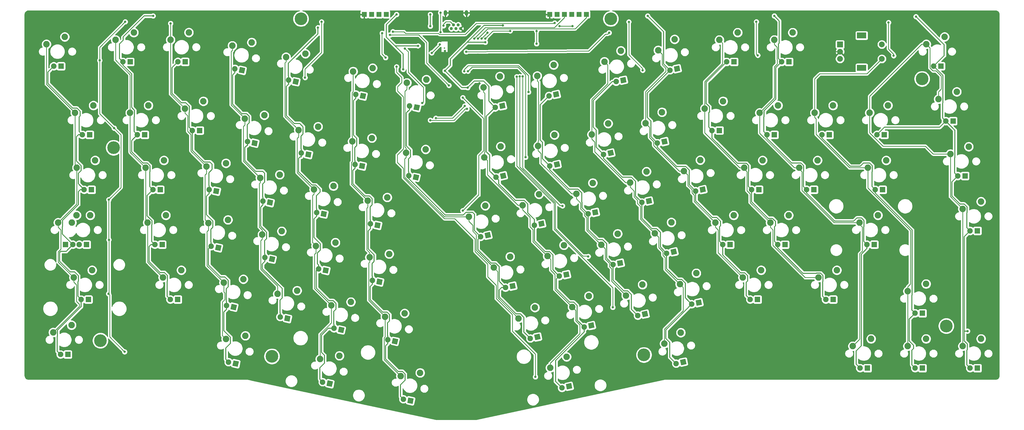
<source format=gtl>
%TF.GenerationSoftware,KiCad,Pcbnew,(5.1.10)-1*%
%TF.CreationDate,2021-09-23T19:03:45-07:00*%
%TF.ProjectId,adelheid,6164656c-6865-4696-942e-6b696361645f,2.0*%
%TF.SameCoordinates,Original*%
%TF.FileFunction,Copper,L1,Top*%
%TF.FilePolarity,Positive*%
%FSLAX46Y46*%
G04 Gerber Fmt 4.6, Leading zero omitted, Abs format (unit mm)*
G04 Created by KiCad (PCBNEW (5.1.10)-1) date 2021-09-23 19:03:45*
%MOMM*%
%LPD*%
G01*
G04 APERTURE LIST*
%TA.AperFunction,NonConductor*%
%ADD10C,0.375000*%
%TD*%
%TA.AperFunction,ComponentPad*%
%ADD11C,2.250000*%
%TD*%
%TA.AperFunction,ComponentPad*%
%ADD12C,1.905000*%
%TD*%
%TA.AperFunction,ComponentPad*%
%ADD13C,0.100000*%
%TD*%
%TA.AperFunction,ComponentPad*%
%ADD14C,2.000000*%
%TD*%
%TA.AperFunction,ComponentPad*%
%ADD15R,3.200000X2.000000*%
%TD*%
%TA.AperFunction,ComponentPad*%
%ADD16R,2.000000X2.000000*%
%TD*%
%TA.AperFunction,ComponentPad*%
%ADD17R,1.905000X1.905000*%
%TD*%
%TA.AperFunction,ComponentPad*%
%ADD18O,1.200000X1.900000*%
%TD*%
%TA.AperFunction,ComponentPad*%
%ADD19C,1.100000*%
%TD*%
%TA.AperFunction,ComponentPad*%
%ADD20C,4.400000*%
%TD*%
%TA.AperFunction,ComponentPad*%
%ADD21R,1.700000X1.700000*%
%TD*%
%TA.AperFunction,ViaPad*%
%ADD22C,0.800000*%
%TD*%
%TA.AperFunction,Conductor*%
%ADD23C,0.250000*%
%TD*%
%TA.AperFunction,Conductor*%
%ADD24C,0.375000*%
%TD*%
%TA.AperFunction,Conductor*%
%ADD25C,0.254000*%
%TD*%
%TA.AperFunction,Conductor*%
%ADD26C,0.100000*%
%TD*%
G04 APERTURE END LIST*
D10*
X171577000Y-38000714D02*
X171648428Y-38072142D01*
X171577000Y-38143571D01*
X171505571Y-38072142D01*
X171577000Y-38000714D01*
X171577000Y-38143571D01*
D11*
X251288104Y-35041314D03*
X245604962Y-38846049D03*
D12*
X249673744Y-45771438D03*
%TA.AperFunction,ComponentPad*%
D13*
G36*
X251424589Y-46373063D02*
G01*
X251028518Y-44509692D01*
X252891889Y-44113621D01*
X253287960Y-45976992D01*
X251424589Y-46373063D01*
G37*
%TD.AperFunction*%
D11*
X232657204Y-39003714D03*
X226974062Y-42808449D03*
D12*
X231042844Y-49733838D03*
%TA.AperFunction,ComponentPad*%
D13*
G36*
X232793689Y-50335463D02*
G01*
X232397618Y-48472092D01*
X234260989Y-48076021D01*
X234657060Y-49939392D01*
X232793689Y-50335463D01*
G37*
%TD.AperFunction*%
D14*
X323110000Y-41830000D03*
X323110000Y-36830000D03*
D15*
X316110000Y-44930000D03*
X316110000Y-33730000D03*
D14*
X308610000Y-41830000D03*
X308610000Y-39330000D03*
D16*
X308610000Y-36830000D03*
D11*
X190747204Y-47919114D03*
X185064062Y-51723849D03*
D12*
X189132844Y-58649238D03*
%TA.AperFunction,ComponentPad*%
D13*
G36*
X190883689Y-59250863D02*
G01*
X190487618Y-57387492D01*
X192350989Y-56991421D01*
X192747060Y-58854792D01*
X190883689Y-59250863D01*
G37*
%TD.AperFunction*%
D11*
X135176186Y-144822206D03*
X128436853Y-145986462D03*
D12*
X129337061Y-153968042D03*
%TA.AperFunction,ComponentPad*%
D13*
G36*
X130691835Y-155229788D02*
G01*
X131087906Y-153366417D01*
X132951277Y-153762488D01*
X132555206Y-155625859D01*
X130691835Y-155229788D01*
G37*
%TD.AperFunction*%
D11*
X321779900Y-96100900D03*
X315429900Y-98640900D03*
D12*
X317969900Y-106260900D03*
D17*
X320509900Y-106260900D03*
D18*
X179176700Y-25863200D03*
X171876700Y-25863200D03*
D19*
X177126700Y-31283200D03*
X176326700Y-30083200D03*
X175526700Y-31283200D03*
X174726700Y-30083200D03*
X173926700Y-31283200D03*
D11*
X44056300Y-96100900D03*
X37706300Y-98640900D03*
D12*
X42786300Y-106260900D03*
D17*
X40246300Y-106260900D03*
D11*
X50520600Y-77063600D03*
X44170600Y-79603600D03*
D12*
X46710600Y-87223600D03*
D17*
X49250600Y-87223600D03*
D11*
X253459804Y-136806414D03*
X247776662Y-140611149D03*
D12*
X251845444Y-147536538D03*
%TA.AperFunction,ComponentPad*%
D13*
G36*
X253596289Y-148138163D02*
G01*
X253200218Y-146274792D01*
X255063589Y-145878721D01*
X255459660Y-147742092D01*
X253596289Y-148138163D01*
G37*
%TD.AperFunction*%
D11*
X42316400Y-134213600D03*
X35966400Y-136753600D03*
D12*
X38506400Y-144373600D03*
D17*
X41046400Y-144373600D03*
D11*
X357505000Y-138963400D03*
X351155000Y-141503400D03*
D12*
X353695000Y-149123400D03*
D17*
X356235000Y-149123400D03*
D11*
X357492300Y-91338400D03*
X351142300Y-93878400D03*
D12*
X353682300Y-101498400D03*
D17*
X356222300Y-101498400D03*
D11*
X353225100Y-72288400D03*
X346875100Y-74828400D03*
D12*
X349415100Y-82448400D03*
D17*
X351955100Y-82448400D03*
D11*
X349072200Y-53251100D03*
X342722200Y-55791100D03*
D12*
X345262200Y-63411100D03*
D17*
X347802200Y-63411100D03*
D11*
X325247000Y-58000900D03*
X318897000Y-60540900D03*
D12*
X321437000Y-68160900D03*
D17*
X323977000Y-68160900D03*
D11*
X344855800Y-34201100D03*
X338505800Y-36741100D03*
D12*
X341045800Y-44361100D03*
D17*
X343585800Y-44361100D03*
D11*
X338455000Y-138963400D03*
X332105000Y-141503400D03*
D12*
X334645000Y-149123400D03*
D17*
X337185000Y-149123400D03*
D11*
X338455000Y-119913400D03*
X332105000Y-122453400D03*
D12*
X334645000Y-130073400D03*
D17*
X337185000Y-130073400D03*
D11*
X324650100Y-77063600D03*
X318300100Y-79603600D03*
D12*
X320840100Y-87223600D03*
D17*
X323380100Y-87223600D03*
D11*
X306209700Y-58013600D03*
X299859700Y-60553600D03*
D12*
X302399700Y-68173600D03*
D17*
X304939700Y-68173600D03*
D11*
X319392300Y-138963400D03*
X313042300Y-141503400D03*
D12*
X315582300Y-149123400D03*
D17*
X318122300Y-149123400D03*
D11*
X300837600Y-77050900D03*
X294487600Y-79590900D03*
D12*
X297027600Y-87210900D03*
D17*
X299567600Y-87210900D03*
D11*
X287147000Y-58013600D03*
X280797000Y-60553600D03*
D12*
X283337000Y-68173600D03*
D17*
X285877000Y-68173600D03*
D11*
X292227000Y-32715200D03*
X285877000Y-35255200D03*
D12*
X288417000Y-42875200D03*
D17*
X290957000Y-42875200D03*
D11*
X307517800Y-115163600D03*
X301167800Y-117703600D03*
D12*
X303707800Y-125323600D03*
D17*
X306247800Y-125323600D03*
D11*
X290830000Y-96126300D03*
X284480000Y-98666300D03*
D12*
X287020000Y-106286300D03*
D17*
X289560000Y-106286300D03*
D11*
X281800300Y-77050900D03*
X275450300Y-79590900D03*
D12*
X277990300Y-87210900D03*
D17*
X280530300Y-87210900D03*
D11*
X268109700Y-56515000D03*
X261759700Y-59055000D03*
D12*
X264299700Y-66675000D03*
D17*
X266839700Y-66675000D03*
D11*
X273164300Y-32715200D03*
X266814300Y-35255200D03*
D12*
X269354300Y-42875200D03*
D17*
X271894300Y-42875200D03*
D11*
X281305000Y-115150900D03*
X274955000Y-117690900D03*
D12*
X277495000Y-125310900D03*
D17*
X280035000Y-125310900D03*
D11*
X271780000Y-96126300D03*
X265430000Y-98666300D03*
D12*
X267970000Y-106286300D03*
D17*
X270510000Y-106286300D03*
D11*
X260190804Y-76964014D03*
X254507662Y-80768749D03*
D12*
X258576444Y-87694138D03*
%TA.AperFunction,ComponentPad*%
D13*
G36*
X260327289Y-88295763D02*
G01*
X259931218Y-86432392D01*
X261794589Y-86036321D01*
X262190660Y-87899692D01*
X260327289Y-88295763D01*
G37*
%TD.AperFunction*%
D11*
X246944704Y-60327014D03*
X241261562Y-64131749D03*
D12*
X245330344Y-71057138D03*
%TA.AperFunction,ComponentPad*%
D13*
G36*
X247081189Y-71658763D02*
G01*
X246685118Y-69795392D01*
X248548489Y-69399321D01*
X248944560Y-71262692D01*
X247081189Y-71658763D01*
G37*
%TD.AperFunction*%
D11*
X258819204Y-116194314D03*
X253136062Y-119999049D03*
D12*
X257204844Y-126924438D03*
%TA.AperFunction,ComponentPad*%
D13*
G36*
X258955689Y-127526063D02*
G01*
X258559618Y-125662692D01*
X260422989Y-125266621D01*
X260819060Y-127129992D01*
X258955689Y-127526063D01*
G37*
%TD.AperFunction*%
D11*
X250170504Y-98554014D03*
X244487362Y-102358749D03*
D12*
X248556144Y-109284138D03*
%TA.AperFunction,ComponentPad*%
D13*
G36*
X250306989Y-109885763D02*
G01*
X249910918Y-108022392D01*
X251774289Y-107626321D01*
X252170360Y-109489692D01*
X250306989Y-109885763D01*
G37*
%TD.AperFunction*%
D11*
X241559904Y-80913714D03*
X235876762Y-84718449D03*
D12*
X239945544Y-91643838D03*
%TA.AperFunction,ComponentPad*%
D13*
G36*
X241696389Y-92245463D02*
G01*
X241300318Y-90382092D01*
X243163689Y-89986021D01*
X243559760Y-91849392D01*
X241696389Y-92245463D01*
G37*
%TD.AperFunction*%
D11*
X228288404Y-64264014D03*
X222605262Y-68068749D03*
D12*
X226674044Y-74994138D03*
%TA.AperFunction,ComponentPad*%
D13*
G36*
X228424889Y-75595763D02*
G01*
X228028818Y-73732392D01*
X229892189Y-73336321D01*
X230288260Y-75199692D01*
X228424889Y-75595763D01*
G37*
%TD.AperFunction*%
D11*
X240175604Y-120156714D03*
X234492462Y-123961449D03*
D12*
X238561244Y-130886838D03*
%TA.AperFunction,ComponentPad*%
D13*
G36*
X240312089Y-131488463D02*
G01*
X239916018Y-129625092D01*
X241779389Y-129229021D01*
X242175460Y-131092392D01*
X240312089Y-131488463D01*
G37*
%TD.AperFunction*%
D11*
X231565004Y-102491014D03*
X225881862Y-106295749D03*
D12*
X229950644Y-113221138D03*
%TA.AperFunction,ComponentPad*%
D13*
G36*
X231701489Y-113822763D02*
G01*
X231305418Y-111959392D01*
X233168789Y-111563321D01*
X233564860Y-113426692D01*
X231701489Y-113822763D01*
G37*
%TD.AperFunction*%
D11*
X222929004Y-84876114D03*
X217245862Y-88680849D03*
D12*
X221314644Y-95606238D03*
%TA.AperFunction,ComponentPad*%
D13*
G36*
X223065489Y-96207863D02*
G01*
X222669418Y-94344492D01*
X224532789Y-93948421D01*
X224928860Y-95811792D01*
X223065489Y-96207863D01*
G37*
%TD.AperFunction*%
D11*
X209682904Y-68239114D03*
X203999762Y-72043849D03*
D12*
X208068544Y-78969238D03*
%TA.AperFunction,ComponentPad*%
D13*
G36*
X209819389Y-79570863D02*
G01*
X209423318Y-77707492D01*
X211286689Y-77311421D01*
X211682760Y-79174792D01*
X209819389Y-79570863D01*
G37*
%TD.AperFunction*%
D11*
X209378104Y-43956714D03*
X203694962Y-47761449D03*
D12*
X207763744Y-54686838D03*
%TA.AperFunction,ComponentPad*%
D13*
G36*
X209514589Y-55288463D02*
G01*
X209118518Y-53425092D01*
X210981889Y-53029021D01*
X211377960Y-54892392D01*
X209514589Y-55288463D01*
G37*
%TD.AperFunction*%
D11*
X213873904Y-145213814D03*
X208190762Y-149018549D03*
D12*
X212259544Y-155943938D03*
%TA.AperFunction,ComponentPad*%
D13*
G36*
X214010389Y-156545563D02*
G01*
X213614318Y-154682192D01*
X215477689Y-154286121D01*
X215873760Y-156149492D01*
X214010389Y-156545563D01*
G37*
%TD.AperFunction*%
D11*
X221557404Y-124119114D03*
X215874262Y-127923849D03*
D12*
X219943044Y-134849238D03*
%TA.AperFunction,ComponentPad*%
D13*
G36*
X221693889Y-135450863D02*
G01*
X221297818Y-133587492D01*
X223161189Y-133191421D01*
X223557260Y-135054792D01*
X221693889Y-135450863D01*
G37*
%TD.AperFunction*%
D11*
X212934104Y-106466114D03*
X207250962Y-110270849D03*
D12*
X211319744Y-117196238D03*
%TA.AperFunction,ComponentPad*%
D13*
G36*
X213070589Y-117797863D02*
G01*
X212674518Y-115934492D01*
X214537889Y-115538421D01*
X214933960Y-117401792D01*
X213070589Y-117797863D01*
G37*
%TD.AperFunction*%
D11*
X204310804Y-88825814D03*
X198627662Y-92630549D03*
D12*
X202696444Y-99555938D03*
%TA.AperFunction,ComponentPad*%
D13*
G36*
X204447289Y-100157563D02*
G01*
X204051218Y-98294192D01*
X205914589Y-97898121D01*
X206310660Y-99761492D01*
X204447289Y-100157563D01*
G37*
%TD.AperFunction*%
D11*
X191039304Y-72188814D03*
X185356162Y-75993549D03*
D12*
X189424944Y-82918938D03*
%TA.AperFunction,ComponentPad*%
D13*
G36*
X191175789Y-83520563D02*
G01*
X190779718Y-81657192D01*
X192643089Y-81261121D01*
X193039160Y-83124492D01*
X191175789Y-83520563D01*
G37*
%TD.AperFunction*%
D11*
X202913804Y-128094214D03*
X197230662Y-131898949D03*
D12*
X201299444Y-138824338D03*
%TA.AperFunction,ComponentPad*%
D13*
G36*
X203050289Y-139425963D02*
G01*
X202654218Y-137562592D01*
X204517589Y-137166521D01*
X204913660Y-139029892D01*
X203050289Y-139425963D01*
G37*
%TD.AperFunction*%
D11*
X194303204Y-110441214D03*
X188620062Y-114245949D03*
D12*
X192688844Y-121171338D03*
%TA.AperFunction,ComponentPad*%
D13*
G36*
X194439689Y-121772963D02*
G01*
X194043618Y-119909592D01*
X195906989Y-119513521D01*
X196303060Y-121376892D01*
X194439689Y-121772963D01*
G37*
%TD.AperFunction*%
D11*
X185692604Y-92800914D03*
X180009462Y-96605649D03*
D12*
X184078244Y-103531038D03*
%TA.AperFunction,ComponentPad*%
D13*
G36*
X185829089Y-104132663D02*
G01*
X185433018Y-102269292D01*
X187296389Y-101873221D01*
X187692460Y-103736592D01*
X185829089Y-104132663D01*
G37*
%TD.AperFunction*%
D11*
X165033886Y-73245006D03*
X158294553Y-74409262D03*
D12*
X159194761Y-82390842D03*
%TA.AperFunction,ComponentPad*%
D13*
G36*
X160549535Y-83652588D02*
G01*
X160945606Y-81789217D01*
X162808977Y-82185288D01*
X162412906Y-84048659D01*
X160549535Y-83652588D01*
G37*
%TD.AperFunction*%
D11*
X165275186Y-48988006D03*
X158535853Y-50152262D03*
D12*
X159436061Y-58133842D03*
%TA.AperFunction,ComponentPad*%
D13*
G36*
X160790835Y-59395588D02*
G01*
X161186906Y-57532217D01*
X163050277Y-57928288D01*
X162654206Y-59791659D01*
X160790835Y-59395588D01*
G37*
%TD.AperFunction*%
D11*
X163128886Y-150753106D03*
X156389553Y-151917362D03*
D12*
X157289761Y-159898942D03*
%TA.AperFunction,ComponentPad*%
D13*
G36*
X158644535Y-161160688D02*
G01*
X159040606Y-159297317D01*
X160903977Y-159693388D01*
X160507906Y-161556759D01*
X158644535Y-161160688D01*
G37*
%TD.AperFunction*%
D11*
X157756786Y-130128306D03*
X151017453Y-131292562D03*
D12*
X151917661Y-139274142D03*
%TA.AperFunction,ComponentPad*%
D13*
G36*
X153272435Y-140535888D02*
G01*
X153668506Y-138672517D01*
X155531877Y-139068588D01*
X155135806Y-140931959D01*
X153272435Y-140535888D01*
G37*
%TD.AperFunction*%
D11*
X152397386Y-109516206D03*
X145658053Y-110680462D03*
D12*
X146558261Y-118662042D03*
%TA.AperFunction,ComponentPad*%
D13*
G36*
X147913035Y-119923788D02*
G01*
X148309106Y-118060417D01*
X150172477Y-118456488D01*
X149776406Y-120319859D01*
X147913035Y-119923788D01*
G37*
%TD.AperFunction*%
D11*
X151724286Y-89882006D03*
X144984953Y-91046262D03*
D12*
X145885161Y-99027842D03*
%TA.AperFunction,ComponentPad*%
D13*
G36*
X147239935Y-100289588D02*
G01*
X147636006Y-98426217D01*
X149499377Y-98822288D01*
X149103306Y-100685659D01*
X147239935Y-100289588D01*
G37*
%TD.AperFunction*%
D11*
X146390286Y-69308006D03*
X139650953Y-70472262D03*
D12*
X140551161Y-78453842D03*
%TA.AperFunction,ComponentPad*%
D13*
G36*
X141905935Y-79715588D02*
G01*
X142302006Y-77852217D01*
X144165377Y-78248288D01*
X143769306Y-80111659D01*
X141905935Y-79715588D01*
G37*
%TD.AperFunction*%
D11*
X146656986Y-45025606D03*
X139917653Y-46189862D03*
D12*
X140817861Y-54171442D03*
%TA.AperFunction,ComponentPad*%
D13*
G36*
X142172635Y-55433188D02*
G01*
X142568706Y-53569817D01*
X144432077Y-53965888D01*
X144036006Y-55829259D01*
X142172635Y-55433188D01*
G37*
%TD.AperFunction*%
D11*
X139125886Y-126178606D03*
X132386553Y-127342862D03*
D12*
X133286761Y-135324442D03*
%TA.AperFunction,ComponentPad*%
D13*
G36*
X134641535Y-136586188D02*
G01*
X135037606Y-134722817D01*
X136900977Y-135118888D01*
X136504906Y-136982259D01*
X134641535Y-136586188D01*
G37*
%TD.AperFunction*%
D11*
X133753786Y-105553806D03*
X127014453Y-106718062D03*
D12*
X127914661Y-114699642D03*
%TA.AperFunction,ComponentPad*%
D13*
G36*
X129269435Y-115961388D02*
G01*
X129665506Y-114098017D01*
X131528877Y-114494088D01*
X131132806Y-116357459D01*
X129269435Y-115961388D01*
G37*
%TD.AperFunction*%
D11*
X133080686Y-85970406D03*
X126341353Y-87134662D03*
D12*
X127241561Y-95116242D03*
%TA.AperFunction,ComponentPad*%
D13*
G36*
X128596335Y-96377988D02*
G01*
X128992406Y-94514617D01*
X130855777Y-94910688D01*
X130459706Y-96774059D01*
X128596335Y-96377988D01*
G37*
%TD.AperFunction*%
D11*
X127746686Y-65345606D03*
X121007353Y-66509862D03*
D12*
X121907561Y-74491442D03*
%TA.AperFunction,ComponentPad*%
D13*
G36*
X123262335Y-75753188D02*
G01*
X123658406Y-73889817D01*
X125521777Y-74285888D01*
X125125706Y-76149259D01*
X123262335Y-75753188D01*
G37*
%TD.AperFunction*%
D11*
X123390586Y-40059906D03*
X116651253Y-41224162D03*
D12*
X117551461Y-49205742D03*
%TA.AperFunction,ComponentPad*%
D13*
G36*
X118906235Y-50467488D02*
G01*
X119302306Y-48604117D01*
X121165677Y-49000188D01*
X120769606Y-50863559D01*
X118906235Y-50467488D01*
G37*
%TD.AperFunction*%
D11*
X120482286Y-122216206D03*
X113742953Y-123380462D03*
D12*
X114643161Y-131362042D03*
%TA.AperFunction,ComponentPad*%
D13*
G36*
X115997935Y-132623788D02*
G01*
X116394006Y-130760417D01*
X118257377Y-131156488D01*
X117861306Y-133019859D01*
X115997935Y-132623788D01*
G37*
%TD.AperFunction*%
D11*
X115160986Y-101629506D03*
X108421653Y-102793762D03*
D12*
X109321861Y-110775342D03*
%TA.AperFunction,ComponentPad*%
D13*
G36*
X110676635Y-112037088D02*
G01*
X111072706Y-110173717D01*
X112936077Y-110569788D01*
X112540006Y-112433159D01*
X110676635Y-112037088D01*
G37*
%TD.AperFunction*%
D11*
X114462486Y-81995306D03*
X107723153Y-83159562D03*
D12*
X108623361Y-91141142D03*
%TA.AperFunction,ComponentPad*%
D13*
G36*
X109978135Y-92402888D02*
G01*
X110374206Y-90539517D01*
X112237577Y-90935588D01*
X111841506Y-92798959D01*
X109978135Y-92402888D01*
G37*
%TD.AperFunction*%
D11*
X109115786Y-61370506D03*
X102376453Y-62534762D03*
D12*
X103276661Y-70516342D03*
%TA.AperFunction,ComponentPad*%
D13*
G36*
X104631435Y-71778088D02*
G01*
X105027506Y-69914717D01*
X106890877Y-70310788D01*
X106494806Y-72174159D01*
X104631435Y-71778088D01*
G37*
%TD.AperFunction*%
D11*
X104772386Y-36110206D03*
X98033053Y-37274462D03*
D12*
X98933261Y-45256042D03*
%TA.AperFunction,ComponentPad*%
D13*
G36*
X100288035Y-46517788D02*
G01*
X100684106Y-44654417D01*
X102547477Y-45050488D01*
X102151406Y-46913859D01*
X100288035Y-46517788D01*
G37*
%TD.AperFunction*%
D11*
X102575286Y-137888006D03*
X95835953Y-139052262D03*
D12*
X96736161Y-147033842D03*
%TA.AperFunction,ComponentPad*%
D13*
G36*
X98090935Y-148295588D02*
G01*
X98487006Y-146432217D01*
X100350377Y-146828288D01*
X99954306Y-148691659D01*
X98090935Y-148295588D01*
G37*
%TD.AperFunction*%
D11*
X101864086Y-118266506D03*
X95124753Y-119430762D03*
D12*
X96024961Y-127412342D03*
%TA.AperFunction,ComponentPad*%
D13*
G36*
X97379735Y-128674088D02*
G01*
X97775806Y-126810717D01*
X99639177Y-127206788D01*
X99243106Y-129070159D01*
X97379735Y-128674088D01*
G37*
%TD.AperFunction*%
D11*
X96530086Y-97667106D03*
X89790753Y-98831362D03*
D12*
X90690961Y-106812942D03*
%TA.AperFunction,ComponentPad*%
D13*
G36*
X92045735Y-108074688D02*
G01*
X92441806Y-106211317D01*
X94305177Y-106607388D01*
X93909106Y-108470759D01*
X92045735Y-108074688D01*
G37*
%TD.AperFunction*%
D11*
X95831586Y-78032906D03*
X89092253Y-79197162D03*
D12*
X89992461Y-87178742D03*
%TA.AperFunction,ComponentPad*%
D13*
G36*
X91347235Y-88440488D02*
G01*
X91743306Y-86577117D01*
X93606677Y-86973188D01*
X93210606Y-88836559D01*
X91347235Y-88440488D01*
G37*
%TD.AperFunction*%
D11*
X88023700Y-56527700D03*
X81673700Y-59067700D03*
D12*
X84213700Y-66687700D03*
D17*
X86753700Y-66687700D03*
D11*
X82969100Y-32689800D03*
X76619100Y-35229800D03*
D12*
X79159100Y-42849800D03*
D17*
X81699100Y-42849800D03*
D11*
X80378300Y-115150900D03*
X74028300Y-117690900D03*
D12*
X76568300Y-125310900D03*
D17*
X79108300Y-125310900D03*
D11*
X75006200Y-96113600D03*
X68656200Y-98653600D03*
D12*
X71196200Y-106273600D03*
D17*
X73736200Y-106273600D03*
X73063100Y-87223600D03*
D12*
X70523100Y-87223600D03*
D11*
X67983100Y-79603600D03*
X74333100Y-77063600D03*
X68978368Y-58013600D03*
X62628368Y-60553600D03*
D12*
X65168368Y-68173600D03*
D17*
X67708368Y-68173600D03*
D11*
X63906400Y-32702500D03*
X57556400Y-35242500D03*
D12*
X60096400Y-42862500D03*
D17*
X62636400Y-42862500D03*
D11*
X49453800Y-115163600D03*
X43103800Y-117703600D03*
D12*
X45643800Y-125323600D03*
D17*
X48183800Y-125323600D03*
D11*
X48818800Y-96100900D03*
X42468800Y-98640900D03*
D12*
X45008800Y-106260900D03*
D17*
X47548800Y-106260900D03*
D11*
X49923700Y-58013600D03*
X43573700Y-60553600D03*
D12*
X46113700Y-68173600D03*
D17*
X48653700Y-68173600D03*
D11*
X39966900Y-34213800D03*
X33616900Y-36753800D03*
D12*
X36156900Y-44373800D03*
D17*
X38696900Y-44373800D03*
D20*
X56896000Y-72644000D03*
X345440000Y-134493000D03*
X240665000Y-144526000D03*
X337058000Y-48768000D03*
X52324000Y-139573000D03*
X111760000Y-145034000D03*
D21*
X220726000Y-26416000D03*
X218186000Y-26416000D03*
X215646000Y-26416000D03*
X213106000Y-26416000D03*
X210566000Y-26416000D03*
X208026000Y-26416000D03*
X151384000Y-26416000D03*
X146304000Y-26416000D03*
X148844000Y-26416000D03*
X143764000Y-26416000D03*
D20*
X121827220Y-27932509D03*
X229192785Y-27932509D03*
D22*
X151130000Y-41402000D03*
X149963152Y-32916848D03*
X153670000Y-32385000D03*
X209723653Y-29383653D03*
X211455000Y-30480000D03*
X215900000Y-30480000D03*
X179070000Y-39370000D03*
X228600000Y-32766000D03*
X338709000Y-69723000D03*
X223012000Y-43307000D03*
X328930000Y-50546000D03*
X305308000Y-39116000D03*
X151130000Y-39624000D03*
X175895000Y-73406000D03*
X72771000Y-146177000D03*
X197866000Y-28448000D03*
X183134000Y-27432000D03*
X181102000Y-27432000D03*
X163830000Y-30480000D03*
X169672000Y-54864000D03*
X163068000Y-36322000D03*
X163068000Y-38354000D03*
X183642000Y-50292000D03*
X171704000Y-39116000D03*
X183134000Y-40386000D03*
X191008000Y-34798000D03*
X171704000Y-44196000D03*
X132334000Y-43688000D03*
X49657000Y-35433000D03*
X334937100Y-27178000D03*
X70599300Y-26924000D03*
X127723900Y-31000700D03*
X241960400Y-26936700D03*
X285838900Y-26924000D03*
X154940000Y-26416000D03*
X166654002Y-30480000D03*
X166624000Y-26416000D03*
X157226000Y-45466000D03*
X191770000Y-30235979D03*
X185674000Y-36068000D03*
X171704000Y-45974000D03*
X179578000Y-51816000D03*
X162436499Y-37334501D03*
X352806000Y-136271000D03*
X178435000Y-46101000D03*
X200660000Y-53340000D03*
X178562000Y-58166000D03*
X168566946Y-62394946D03*
X179705000Y-46101000D03*
X199644000Y-75946000D03*
X198628000Y-47891996D03*
X212471000Y-92837000D03*
X197612000Y-47948998D03*
X221375231Y-110363000D03*
X196596000Y-48006000D03*
X229870000Y-128016000D03*
X170190447Y-25846753D03*
X170162200Y-32588200D03*
X171239009Y-30333011D03*
X183134000Y-34798000D03*
X203454000Y-32135990D03*
X203454000Y-36576000D03*
X181864000Y-34798000D03*
X194310000Y-32135990D03*
X185674000Y-34798000D03*
X169926000Y-36830000D03*
X167132000Y-39751000D03*
X76644500Y-29527500D03*
X177914000Y-55288144D03*
X177914000Y-94500400D03*
X184404000Y-34798000D03*
X186436000Y-32766000D03*
X154953000Y-44564000D03*
X203073000Y-152146000D03*
X60706000Y-143446500D03*
X55151700Y-123325300D03*
X57104089Y-65862511D03*
X55245000Y-90678000D03*
X55270400Y-104609900D03*
X325424800Y-29222700D03*
X327213600Y-40752400D03*
X163892801Y-57163399D03*
X60934600Y-28956000D03*
X52082700Y-42354500D03*
X128968500Y-28981400D03*
X123243186Y-48321114D03*
X235445300Y-28994100D03*
X240247568Y-45785168D03*
X279628600Y-28956000D03*
X157861000Y-38227000D03*
X179324000Y-59182000D03*
X166624000Y-63119000D03*
X280126500Y-40604500D03*
X152654000Y-33528000D03*
X173114000Y-51041000D03*
D23*
X151130000Y-41402000D02*
X149860000Y-40132000D01*
X149860000Y-33020000D02*
X149963152Y-32916848D01*
X149860000Y-40132000D02*
X149860000Y-33020000D01*
X153670000Y-32385000D02*
X157480000Y-32385000D01*
X157480000Y-32385000D02*
X158115000Y-33020000D01*
X169814199Y-33313201D02*
X178776799Y-33313201D01*
X169520998Y-33020000D02*
X169814199Y-33313201D01*
X158115000Y-33020000D02*
X169520998Y-33020000D01*
X209596328Y-29510978D02*
X209723653Y-29383653D01*
X182579022Y-29510978D02*
X209596328Y-29510978D01*
X178776799Y-33313201D02*
X182579022Y-29510978D01*
X211455000Y-30480000D02*
X215900000Y-30480000D01*
X179070000Y-39370000D02*
X220726000Y-39116000D01*
X220726000Y-39116000D02*
X221488000Y-39116000D01*
X221488000Y-39116000D02*
X227330000Y-33274000D01*
X228092000Y-33274000D02*
X228600000Y-32766000D01*
X227330000Y-33274000D02*
X228092000Y-33274000D01*
D24*
X305522000Y-39330000D02*
X305308000Y-39116000D01*
X308610000Y-39330000D02*
X305522000Y-39330000D01*
X140052870Y-68297870D02*
X141163454Y-69408454D01*
X141163454Y-69408454D02*
X141163454Y-71910572D01*
X140817861Y-54171442D02*
X140817861Y-55518480D01*
X140052870Y-56283471D02*
X140052870Y-68297870D01*
X140817861Y-55518480D02*
X140052870Y-56283471D01*
X141163454Y-71910572D02*
X140468199Y-72605827D01*
X140468199Y-72605827D02*
X140468199Y-77023842D01*
X140468199Y-77023842D02*
X140551161Y-77106804D01*
X140551161Y-77106804D02*
X140551161Y-78453842D01*
X101399489Y-60833000D02*
X102997000Y-60833000D01*
X102997000Y-60833000D02*
X103888954Y-61724954D01*
X98168270Y-57601781D02*
X101399489Y-60833000D01*
X98168270Y-47368071D02*
X98168270Y-57601781D01*
X98933261Y-45256042D02*
X98933261Y-46603080D01*
X98933261Y-46603080D02*
X98168270Y-47368071D01*
X63140878Y-58695878D02*
X64140869Y-59695869D01*
X64140869Y-59695869D02*
X64140869Y-61866625D01*
X64140869Y-61866625D02*
X64056967Y-61950527D01*
X64056967Y-61950527D02*
X64056967Y-67062199D01*
X64056967Y-67062199D02*
X64215869Y-67221101D01*
X64215869Y-67221101D02*
X65168368Y-68173600D01*
X63140878Y-47072882D02*
X63140878Y-58695878D01*
X60096400Y-44028404D02*
X63140878Y-47072882D01*
X60096400Y-42862500D02*
X60096400Y-44028404D01*
X91059000Y-78359000D02*
X91059000Y-80181226D01*
X90297000Y-77597000D02*
X91059000Y-78359000D01*
X84213700Y-66687700D02*
X84213700Y-73593811D01*
X88216889Y-77597000D02*
X90297000Y-77597000D01*
X84213700Y-73593811D02*
X88216889Y-77597000D01*
X89992461Y-85831704D02*
X89992461Y-87178742D01*
X91059000Y-80181226D02*
X89909499Y-81330727D01*
X89909499Y-85748742D02*
X89992461Y-85831704D01*
X89909499Y-81330727D02*
X89909499Y-85748742D01*
X315624910Y-79091090D02*
X316738000Y-77978000D01*
X316738000Y-77978000D02*
X318913002Y-77978000D01*
X312151286Y-79091090D02*
X315624910Y-79091090D01*
X302399700Y-69339504D02*
X312151286Y-79091090D01*
X302399700Y-68173600D02*
X302399700Y-69339504D01*
X318913002Y-77978000D02*
X319812601Y-78877599D01*
X319812601Y-80916625D02*
X319728699Y-81000527D01*
X319812601Y-78877599D02*
X319812601Y-80916625D01*
X319728699Y-81000527D02*
X319728699Y-86112199D01*
X319728699Y-86112199D02*
X319887601Y-86271101D01*
X186062421Y-61719661D02*
X186062421Y-74048421D01*
X186062421Y-74048421D02*
X187229599Y-75215599D01*
X189132844Y-58649238D02*
X186062421Y-61719661D01*
X158373510Y-72013510D02*
X159807054Y-73447054D01*
X159807054Y-73447054D02*
X159807054Y-75847572D01*
X159807054Y-75847572D02*
X159111799Y-76542827D01*
X159111799Y-76542827D02*
X159111799Y-80960842D01*
X159111799Y-80960842D02*
X159194761Y-81043804D01*
X159194761Y-81043804D02*
X159194761Y-82390842D01*
X158373510Y-60543431D02*
X158373510Y-72013510D01*
X159436061Y-58133842D02*
X159436061Y-59480880D01*
X159436061Y-59480880D02*
X158373510Y-60543431D01*
X39218801Y-97853197D02*
X39218801Y-99953925D01*
X45363562Y-87223600D02*
X44683110Y-87904052D01*
X46710600Y-87223600D02*
X45363562Y-87223600D01*
X44683109Y-92388889D02*
X39218801Y-97853197D01*
X44683110Y-87904052D02*
X44683109Y-92388889D01*
X39218801Y-99953925D02*
X39134899Y-100037827D01*
X39134899Y-100037827D02*
X39134899Y-102609499D01*
X39134899Y-102609499D02*
X41833801Y-105308401D01*
X41833801Y-105308401D02*
X42786300Y-106260900D01*
X44683110Y-81554890D02*
X44683110Y-85196110D01*
X44683110Y-85196110D02*
X46710600Y-87223600D01*
X45683101Y-78877599D02*
X45683101Y-80554899D01*
X45683101Y-80554899D02*
X44683110Y-81554890D01*
X210349717Y-121674505D02*
X214913212Y-126238000D01*
X214913212Y-126238000D02*
X216334415Y-126238000D01*
X210349717Y-118453283D02*
X210349717Y-121674505D01*
X210367245Y-118148737D02*
X210367245Y-118435755D01*
X210367245Y-118435755D02*
X210349717Y-118453283D01*
X211319744Y-117196238D02*
X210367245Y-118148737D01*
X282309501Y-59828499D02*
X282309501Y-61866625D01*
X282309501Y-61866625D02*
X282225599Y-61950527D01*
X286389510Y-55748490D02*
X282309501Y-59828499D01*
X288417000Y-42875200D02*
X286389510Y-44902690D01*
X286389510Y-44902690D02*
X286389510Y-55748490D01*
X282225599Y-67062199D02*
X282384501Y-67221101D01*
X282225599Y-61950527D02*
X282225599Y-67062199D01*
X282384501Y-67221101D02*
X283337000Y-68173600D01*
X313351610Y-98128390D02*
X314452000Y-97028000D01*
X314452000Y-97028000D02*
X316055502Y-97028000D01*
X306779186Y-98128390D02*
X313351610Y-98128390D01*
X297307000Y-88656204D02*
X306779186Y-98128390D01*
X297027600Y-88366600D02*
X297307000Y-88646000D01*
X297307000Y-88646000D02*
X297307000Y-88656204D01*
X297027600Y-87210900D02*
X297027600Y-88366600D01*
X347387610Y-89398912D02*
X350190698Y-92202000D01*
X350190698Y-92202000D02*
X351611902Y-92202000D01*
X347387610Y-84475890D02*
X347387610Y-89398912D01*
X349415100Y-82448400D02*
X347387610Y-84475890D01*
X352232125Y-136279190D02*
X351654810Y-136279190D01*
X351654810Y-136279190D02*
X351654810Y-139691810D01*
X351654810Y-103513190D02*
X351654810Y-136279190D01*
X352806000Y-136271000D02*
X352240315Y-136271000D01*
X352240315Y-136271000D02*
X352232125Y-136279190D01*
X351654810Y-139691810D02*
X352707463Y-140744463D01*
X352729801Y-102450899D02*
X352717101Y-102450899D01*
X353682300Y-101498400D02*
X352729801Y-102450899D01*
X352717101Y-102450899D02*
X351654810Y-103513190D01*
X352583599Y-142900327D02*
X352583599Y-148011999D01*
X352707463Y-140744463D02*
X352707463Y-142776463D01*
X352707463Y-142776463D02*
X352583599Y-142900327D01*
X352583599Y-148011999D02*
X352742501Y-148170901D01*
X352742501Y-148170901D02*
X353695000Y-149123400D01*
X352654801Y-95191425D02*
X352570899Y-95275327D01*
X352654801Y-93244899D02*
X352654801Y-95191425D01*
X351611902Y-92202000D02*
X352654801Y-93244899D01*
X352570899Y-95275327D02*
X352570899Y-100386999D01*
X352570899Y-100386999D02*
X352729801Y-100545901D01*
X352729801Y-100545901D02*
X353682300Y-101498400D01*
X348366199Y-66515099D02*
X348408513Y-66557413D01*
X348408513Y-66557413D02*
X348408513Y-76120513D01*
X348303699Y-81336999D02*
X348462601Y-81495901D01*
X348408513Y-76120513D02*
X348303699Y-76225327D01*
X348303699Y-76225327D02*
X348303699Y-81336999D01*
X348462601Y-81495901D02*
X349415100Y-82448400D01*
X345262200Y-63411100D02*
X344379550Y-62528450D01*
X341045800Y-44361100D02*
X344242913Y-47558213D01*
X344379550Y-62528450D02*
X344172201Y-62321101D01*
X344242913Y-57095913D02*
X344150799Y-57188027D01*
X344150799Y-57188027D02*
X344150799Y-62299699D01*
X344242913Y-47558213D02*
X344242913Y-57095913D01*
X344150799Y-62299699D02*
X344379550Y-62528450D01*
X334937100Y-27178000D02*
X344697201Y-36938101D01*
X344697201Y-40709699D02*
X344634701Y-40772199D01*
X344697201Y-36938101D02*
X344697201Y-40709699D01*
X344634701Y-40772199D02*
X341045800Y-44361100D01*
X332617510Y-139704510D02*
X334137000Y-141224000D01*
X334137000Y-141224000D02*
X334137000Y-142296926D01*
X333692501Y-148170901D02*
X334645000Y-149123400D01*
X334137000Y-142296926D02*
X333533599Y-142900327D01*
X333533599Y-142900327D02*
X333533599Y-148011999D01*
X333533599Y-148011999D02*
X333692501Y-148170901D01*
X332617510Y-132075490D02*
X332617510Y-139704510D01*
X333692501Y-131025899D02*
X333667101Y-131025899D01*
X333667101Y-131025899D02*
X332617510Y-132075490D01*
X334645000Y-130073400D02*
X333692501Y-131025899D01*
X333539411Y-101088815D02*
X333617501Y-101166905D01*
X333617501Y-101166905D02*
X333617501Y-123766425D01*
X333533599Y-128961999D02*
X333692501Y-129120901D01*
X333617501Y-123766425D02*
X333533599Y-123850327D01*
X333533599Y-123850327D02*
X333533599Y-128961999D01*
X333692501Y-129120901D02*
X334645000Y-130073400D01*
X320840100Y-88389504D02*
X333539411Y-101088815D01*
X320840100Y-87223600D02*
X320840100Y-88389504D01*
X319887601Y-86271101D02*
X320840100Y-87223600D01*
X314198000Y-143173226D02*
X314198000Y-147739100D01*
X314198000Y-147739100D02*
X315582300Y-149123400D01*
X315976000Y-109601838D02*
X315976000Y-141395226D01*
X315976000Y-141395226D02*
X314198000Y-143173226D01*
X316055502Y-97028000D02*
X316942401Y-97914899D01*
X316858499Y-100037827D02*
X316858499Y-105149499D01*
X316942401Y-97914899D02*
X316942401Y-99953925D01*
X316942401Y-99953925D02*
X316858499Y-100037827D01*
X316858499Y-105149499D02*
X317017401Y-105308401D01*
X317017401Y-105308401D02*
X317969900Y-106260900D01*
X283337000Y-68173600D02*
X283337000Y-69427892D01*
X283337000Y-69427892D02*
X291887108Y-77978000D01*
X296037000Y-80867026D02*
X295916199Y-80987827D01*
X291887108Y-77978000D02*
X295113202Y-77978000D01*
X296037000Y-78901798D02*
X296037000Y-80867026D01*
X295113202Y-77978000D02*
X296037000Y-78901798D01*
X295916199Y-86099499D02*
X296075101Y-86258401D01*
X295916199Y-80987827D02*
X295916199Y-86099499D01*
X296075101Y-86258401D02*
X297027600Y-87210900D01*
X285838900Y-26924000D02*
X287581863Y-28666963D01*
X287581863Y-28666963D02*
X287581863Y-36375863D01*
X287581863Y-36375863D02*
X287305599Y-36652127D01*
X287305599Y-36652127D02*
X287305599Y-41763799D01*
X287305599Y-41763799D02*
X287464501Y-41922701D01*
X287464501Y-41922701D02*
X288417000Y-42875200D01*
X273071607Y-78078399D02*
X276176301Y-78078399D01*
X276176301Y-78078399D02*
X276987000Y-78889098D01*
X276878899Y-86099499D02*
X277037801Y-86258401D01*
X276987000Y-78889098D02*
X276987000Y-80879726D01*
X277037801Y-86258401D02*
X277990300Y-87210900D01*
X276987000Y-80879726D02*
X276878899Y-80987827D01*
X276878899Y-80987827D02*
X276878899Y-86099499D01*
X264299700Y-69306492D02*
X273071607Y-78078399D01*
X264299700Y-66675000D02*
X264299700Y-69306492D01*
X277990300Y-87210900D02*
X277990300Y-91427300D01*
X283735399Y-97172399D02*
X283753999Y-97153799D01*
X277990300Y-91427300D02*
X283735399Y-97172399D01*
X283753999Y-97153799D02*
X285206001Y-97153799D01*
X285206001Y-97153799D02*
X286258000Y-98205798D01*
X286258000Y-98205798D02*
X286258000Y-99713826D01*
X285908599Y-105174899D02*
X286067501Y-105333801D01*
X286258000Y-99713826D02*
X285908599Y-100063227D01*
X285908599Y-100063227D02*
X285908599Y-105174899D01*
X286067501Y-105333801D02*
X287020000Y-106286300D01*
X287020000Y-106286300D02*
X287020000Y-107442000D01*
X302680301Y-119016625D02*
X302596399Y-119100527D01*
X287020000Y-107442000D02*
X295783000Y-116205000D01*
X302680301Y-116977599D02*
X302680301Y-119016625D01*
X295783000Y-116205000D02*
X300427898Y-116205000D01*
X300427898Y-116205000D02*
X300441799Y-116191099D01*
X300441799Y-116191099D02*
X301893801Y-116191099D01*
X302755301Y-124371101D02*
X303707800Y-125323600D01*
X301893801Y-116191099D02*
X302680301Y-116977599D01*
X302596399Y-119100527D02*
X302596399Y-124212199D01*
X302596399Y-124212199D02*
X302755301Y-124371101D01*
X276606000Y-117103398D02*
X276606000Y-118865426D01*
X275580602Y-116078000D02*
X276606000Y-117103398D01*
X267970000Y-106286300D02*
X267970000Y-109855000D01*
X274193000Y-116078000D02*
X275580602Y-116078000D01*
X267970000Y-109855000D02*
X274193000Y-116078000D01*
X276606000Y-118865426D02*
X276098000Y-119373426D01*
X276542501Y-124358401D02*
X277495000Y-125310900D01*
X276098000Y-119373426D02*
X276098000Y-123913900D01*
X276098000Y-123913900D02*
X276542501Y-124358401D01*
X264338249Y-96849751D02*
X265851953Y-96849751D01*
X266858599Y-105174899D02*
X267017501Y-105333801D01*
X265851953Y-96849751D02*
X267208000Y-98205798D01*
X267208000Y-98205798D02*
X267208000Y-99713826D01*
X267208000Y-99713826D02*
X266858599Y-100063227D01*
X266858599Y-100063227D02*
X266858599Y-105174899D01*
X267017501Y-105333801D02*
X267970000Y-106286300D01*
X258576444Y-87694138D02*
X258576444Y-91087946D01*
X258576444Y-91087946D02*
X264338249Y-96849751D01*
X243134999Y-68861793D02*
X244377845Y-70104639D01*
X241808000Y-62103000D02*
X243134999Y-63429999D01*
X241808000Y-53637182D02*
X241808000Y-62103000D01*
X243134999Y-63429999D02*
X243134999Y-68861793D01*
X249673744Y-45771438D02*
X241808000Y-53637182D01*
X244377845Y-70104639D02*
X245330344Y-71057138D01*
X237750199Y-84353384D02*
X237750199Y-89448493D01*
X237750199Y-89448493D02*
X238993045Y-90691339D01*
X236302254Y-82905439D02*
X237750199Y-84353384D01*
X233197560Y-82905439D02*
X236302254Y-82905439D01*
X238993045Y-90691339D02*
X239945544Y-91643838D01*
X226674044Y-74994138D02*
X226674044Y-76381923D01*
X226674044Y-76381923D02*
X233197560Y-82905439D01*
X239945544Y-97180521D02*
X243476023Y-100711000D01*
X239945544Y-91643838D02*
X239945544Y-97180521D01*
X256381099Y-80403684D02*
X256381099Y-85498793D01*
X245330344Y-72457623D02*
X251993721Y-79121000D01*
X255098415Y-79121000D02*
X256381099Y-80403684D01*
X251993721Y-79121000D02*
X255098415Y-79121000D01*
X245330344Y-71057138D02*
X245330344Y-72457623D01*
X256381099Y-85498793D02*
X257623945Y-86741639D01*
X257623945Y-86741639D02*
X258576444Y-87694138D01*
X269354300Y-42875200D02*
X262272210Y-49957290D01*
X262272210Y-49957290D02*
X262272210Y-57404000D01*
X262272210Y-57404000D02*
X262347202Y-57404000D01*
X263188299Y-60451927D02*
X263188299Y-65563599D01*
X263347201Y-65722501D02*
X264299700Y-66675000D01*
X262347202Y-57404000D02*
X263398000Y-58454798D01*
X263398000Y-58454798D02*
X263398000Y-60242226D01*
X263398000Y-60242226D02*
X263188299Y-60451927D01*
X263188299Y-65563599D02*
X263347201Y-65722501D01*
X241960400Y-26936700D02*
X247478399Y-32454699D01*
X247478399Y-32454699D02*
X247478399Y-43576093D01*
X247478399Y-43576093D02*
X248721245Y-44818939D01*
X248721245Y-44818939D02*
X249673744Y-45771438D01*
X248289172Y-138815172D02*
X249650099Y-140176099D01*
X257204844Y-126924438D02*
X256252345Y-127876937D01*
X249650099Y-140176099D02*
X249650099Y-145341193D01*
X248289172Y-135848626D02*
X248289172Y-138815172D01*
X256252345Y-127885453D02*
X248289172Y-135848626D01*
X256252345Y-127876937D02*
X256252345Y-127885453D01*
X249650099Y-145341193D02*
X251845444Y-147536538D01*
X255009499Y-119633984D02*
X255009499Y-124729093D01*
X253739515Y-118364000D02*
X255009499Y-119633984D01*
X252287513Y-118364000D02*
X253739515Y-118364000D01*
X248556144Y-114632631D02*
X252287513Y-118364000D01*
X248556144Y-109284138D02*
X248556144Y-114632631D01*
X255009499Y-124729093D02*
X256252345Y-125971939D01*
X256252345Y-125971939D02*
X257204844Y-126924438D01*
X245078115Y-100711000D02*
X246360799Y-101993684D01*
X243476023Y-100711000D02*
X245078115Y-100711000D01*
X246360799Y-101993684D02*
X246360799Y-107088793D01*
X246360799Y-107088793D02*
X247603645Y-108331639D01*
X247603645Y-108331639D02*
X248556144Y-109284138D01*
X223139000Y-65532000D02*
X224117763Y-66510763D01*
X229695806Y-49733838D02*
X223139000Y-56290644D01*
X224117763Y-66510763D02*
X224117763Y-72437857D01*
X223139000Y-56290644D02*
X223139000Y-65532000D01*
X231042844Y-49733838D02*
X229695806Y-49733838D01*
X224117763Y-72437857D02*
X225721545Y-74041639D01*
X225721545Y-74041639D02*
X226674044Y-74994138D01*
X233680000Y-122301000D02*
X235070515Y-122301000D01*
X235070515Y-122301000D02*
X236365899Y-123596384D01*
X236365899Y-123596384D02*
X236365899Y-128691493D01*
X229950644Y-118571644D02*
X233680000Y-122301000D01*
X229950644Y-113221138D02*
X229950644Y-118571644D01*
X236365899Y-128691493D02*
X237608745Y-129934339D01*
X237608745Y-129934339D02*
X238561244Y-130886838D01*
X227755299Y-105930684D02*
X227755299Y-111025793D01*
X226345615Y-104521000D02*
X227755299Y-105930684D01*
X224790000Y-104521000D02*
X226345615Y-104521000D01*
X221314644Y-101045644D02*
X224790000Y-104521000D01*
X221314644Y-95606238D02*
X221314644Y-101045644D01*
X227755299Y-111025793D02*
X228998145Y-112268639D01*
X228998145Y-112268639D02*
X229950644Y-113221138D01*
X219119299Y-88315784D02*
X219119299Y-91516180D01*
X214693821Y-86995000D02*
X217798515Y-86995000D01*
X219119299Y-91516180D02*
X219244299Y-91641180D01*
X217798515Y-86995000D02*
X219119299Y-88315784D01*
X220362145Y-94653739D02*
X221314644Y-95606238D01*
X208068544Y-78969238D02*
X208068544Y-80369723D01*
X208068544Y-80369723D02*
X214693821Y-86995000D01*
X219244299Y-91641180D02*
X219244299Y-93535893D01*
X219244299Y-93535893D02*
X220362145Y-94653739D01*
X204724000Y-69977000D02*
X205512263Y-70765263D01*
X205512263Y-70765263D02*
X205512263Y-76412957D01*
X205512263Y-76412957D02*
X207116045Y-78016739D01*
X207116045Y-78016739D02*
X208068544Y-78969238D01*
X219943044Y-136545956D02*
X210064199Y-146424801D01*
X210064199Y-146424801D02*
X210064199Y-153748593D01*
X210064199Y-153748593D02*
X211307045Y-154991439D01*
X211307045Y-154991439D02*
X212259544Y-155943938D01*
X196358511Y-130302000D02*
X197872215Y-130302000D01*
X197872215Y-130302000D02*
X199104099Y-131533884D01*
X199104099Y-131533884D02*
X199104099Y-136628993D01*
X199104099Y-136628993D02*
X200346945Y-137871839D01*
X200346945Y-137871839D02*
X201299444Y-138824338D01*
X190500000Y-124443489D02*
X196358511Y-130302000D01*
X191341806Y-121171338D02*
X190500000Y-122013144D01*
X192688844Y-121171338D02*
X191341806Y-121171338D01*
X190500000Y-122013144D02*
X190500000Y-124443489D01*
X187747912Y-112649000D02*
X189261615Y-112649000D01*
X189261615Y-112649000D02*
X190493499Y-113880884D01*
X190493499Y-113880884D02*
X190493499Y-118975993D01*
X190493499Y-118975993D02*
X191736345Y-120218839D01*
X183125745Y-108026833D02*
X187747912Y-112649000D01*
X183125745Y-104483537D02*
X183125745Y-108026833D01*
X206416912Y-108712000D02*
X207930615Y-108712000D01*
X207930615Y-108712000D02*
X209124399Y-109905784D01*
X209124399Y-109905784D02*
X209124399Y-115000893D01*
X209124399Y-115000893D02*
X210367245Y-116243739D01*
X210367245Y-116243739D02*
X211319744Y-117196238D01*
X202696444Y-104991532D02*
X206416912Y-108712000D01*
X202696444Y-99555938D02*
X202696444Y-104991532D01*
X189424944Y-82918938D02*
X190377443Y-83871437D01*
X202696444Y-98208900D02*
X202696444Y-99555938D01*
X190377443Y-83871437D02*
X190377443Y-85221443D01*
X190377443Y-85221443D02*
X196088000Y-90932000D01*
X199167615Y-90932000D02*
X200406000Y-92170385D01*
X196088000Y-90932000D02*
X199167615Y-90932000D01*
X202696444Y-97565523D02*
X202696444Y-98208900D01*
X200406000Y-92170385D02*
X200406000Y-95275079D01*
X200406000Y-95275079D02*
X202696444Y-97565523D01*
X189424944Y-82918938D02*
X187229599Y-80723593D01*
X187229599Y-80723593D02*
X187229599Y-75215599D01*
X181945399Y-95777695D02*
X181945399Y-97092427D01*
X181882899Y-101335693D02*
X183125745Y-102578539D01*
X181945399Y-97092427D02*
X181882899Y-97154927D01*
X181882899Y-97154927D02*
X181882899Y-101335693D01*
X183125745Y-102578539D02*
X184078244Y-103531038D01*
X178972852Y-95093148D02*
X181260852Y-95093148D01*
X178054000Y-96012000D02*
X178972852Y-95093148D01*
X171831000Y-96012000D02*
X178054000Y-96012000D01*
X159194761Y-83375761D02*
X171831000Y-96012000D01*
X159194761Y-82390842D02*
X159194761Y-83375761D01*
X181260852Y-95093148D02*
X181945399Y-95777695D01*
X80353798Y-57023000D02*
X81867502Y-57023000D01*
X81867502Y-57023000D02*
X83186201Y-58341699D01*
X77131610Y-53800812D02*
X80353798Y-57023000D01*
X77131610Y-44877290D02*
X77131610Y-53800812D01*
X79159100Y-42849800D02*
X77131610Y-44877290D01*
X95134962Y-129649379D02*
X95134962Y-136112769D01*
X95134962Y-136112769D02*
X97409000Y-138386807D01*
X97409000Y-138386807D02*
X97409000Y-140522526D01*
X96024961Y-127412342D02*
X96024961Y-128759380D01*
X96024961Y-128759380D02*
X95134962Y-129649379D01*
X93936894Y-117518105D02*
X95450598Y-117518105D01*
X95450598Y-117518105D02*
X96647000Y-118714507D01*
X89800962Y-113382173D02*
X93936894Y-117518105D01*
X89800962Y-107684038D02*
X89800962Y-113382173D01*
X90690961Y-106812942D02*
X90672058Y-106812942D01*
X90672058Y-106812942D02*
X89800962Y-107684038D01*
X70168701Y-97981701D02*
X70168701Y-99287101D01*
X68495610Y-96308610D02*
X70168701Y-97981701D01*
X70168701Y-99287101D02*
X70084799Y-99371003D01*
X68495610Y-89251090D02*
X68495610Y-96308610D01*
X70523100Y-87223600D02*
X68495610Y-89251090D01*
X67082298Y-77978000D02*
X68596002Y-77978000D01*
X69495601Y-78877599D02*
X69495601Y-80916625D01*
X68596002Y-77978000D02*
X69495601Y-78877599D01*
X69495601Y-80916625D02*
X69411699Y-81000527D01*
X63140878Y-74036580D02*
X67082298Y-77978000D01*
X63140878Y-70201090D02*
X63140878Y-74036580D01*
X65168368Y-68173600D02*
X63140878Y-70201090D01*
X44086210Y-68854052D02*
X44086210Y-77280708D01*
X44086210Y-77280708D02*
X45683101Y-78877599D01*
X46113700Y-68173600D02*
X44766662Y-68173600D01*
X44766662Y-68173600D02*
X44086210Y-68854052D01*
X42672898Y-58928000D02*
X44186602Y-58928000D01*
X44186602Y-58928000D02*
X45284913Y-60026311D01*
X45284913Y-60026311D02*
X45284913Y-61667913D01*
X34129410Y-50384512D02*
X42672898Y-58928000D01*
X34129410Y-46401290D02*
X34129410Y-50384512D01*
X36156900Y-44373800D02*
X34129410Y-46401290D01*
X91303254Y-98105361D02*
X91303254Y-100269672D01*
X89992461Y-87178742D02*
X89992461Y-88569539D01*
X89102462Y-95904569D02*
X91303254Y-98105361D01*
X89102462Y-89459538D02*
X89102462Y-95904569D01*
X89992461Y-88569539D02*
X89102462Y-89459538D01*
X91303254Y-100269672D02*
X90607999Y-100964927D01*
X90607999Y-100964927D02*
X90607999Y-105382942D01*
X90607999Y-105382942D02*
X90690961Y-105465904D01*
X90690961Y-105465904D02*
X90690961Y-106812942D01*
X73013198Y-115951000D02*
X74526902Y-115951000D01*
X74526902Y-115951000D02*
X75555363Y-116979461D01*
X75555363Y-116979461D02*
X75555363Y-118989363D01*
X69215000Y-112152802D02*
X73013198Y-115951000D01*
X69168710Y-112094710D02*
X69215000Y-112141000D01*
X69215000Y-112141000D02*
X69215000Y-112152802D01*
X69168710Y-106954052D02*
X69168710Y-112094710D01*
X71196200Y-106273600D02*
X69849162Y-106273600D01*
X69849162Y-106273600D02*
X69168710Y-106954052D01*
X41821998Y-115697000D02*
X43335702Y-115697000D01*
X43335702Y-115697000D02*
X44704000Y-117065298D01*
X44704000Y-117065298D02*
X44704000Y-118928926D01*
X44704000Y-118928926D02*
X44532399Y-119100527D01*
X44532399Y-124212199D02*
X44691301Y-124371101D01*
X44532399Y-119100527D02*
X44532399Y-124212199D01*
X38218810Y-112093812D02*
X41821998Y-115697000D01*
X38218810Y-108974190D02*
X38218810Y-112093812D01*
X40462200Y-108585000D02*
X38608000Y-108585000D01*
X38608000Y-108585000D02*
X38218810Y-108974190D01*
X42786300Y-106260900D02*
X40462200Y-108585000D01*
X155448000Y-150241000D02*
X156951693Y-150241000D01*
X156951693Y-150241000D02*
X157902054Y-151191361D01*
X157902054Y-151191361D02*
X157902054Y-153355672D01*
X157902054Y-153355672D02*
X156337262Y-154920464D01*
X156337262Y-154920464D02*
X156337262Y-158946443D01*
X156337262Y-158946443D02*
X157289761Y-159898942D01*
X151152670Y-145945670D02*
X155448000Y-150241000D01*
X151152670Y-141386171D02*
X151152670Y-145945670D01*
X151917661Y-139274142D02*
X151917661Y-140621180D01*
X151917661Y-140621180D02*
X151152670Y-141386171D01*
X150116689Y-129667000D02*
X151630393Y-129667000D01*
X151630393Y-129667000D02*
X152529954Y-130566561D01*
X152529954Y-130566561D02*
X152529954Y-132730872D01*
X152529954Y-132730872D02*
X151834699Y-133426127D01*
X151834699Y-133426127D02*
X151834699Y-137844142D01*
X151917661Y-137927104D02*
X151917661Y-139274142D01*
X151834699Y-137844142D02*
X151917661Y-137927104D01*
X145796000Y-125346311D02*
X150116689Y-129667000D01*
X146558261Y-120009080D02*
X145796000Y-120771341D01*
X146558261Y-118662042D02*
X146558261Y-120009080D01*
X145796000Y-120771341D02*
X145796000Y-125346311D01*
X147170554Y-109832554D02*
X147170554Y-112118772D01*
X147170554Y-112118772D02*
X146475299Y-112814027D01*
X146475299Y-112814027D02*
X146475299Y-117232042D01*
X146475299Y-117232042D02*
X146558261Y-117315004D01*
X146558261Y-117315004D02*
X146558261Y-118662042D01*
X145120170Y-107782170D02*
X147170554Y-109832554D01*
X145120170Y-101513830D02*
X145120170Y-107782170D01*
X145885161Y-100748839D02*
X145120170Y-101513830D01*
X145885161Y-99027842D02*
X145885161Y-100748839D01*
X146537799Y-117294542D02*
X146558261Y-117315004D01*
X144071489Y-89408000D02*
X145585193Y-89408000D01*
X146497454Y-90320261D02*
X146497454Y-92484572D01*
X145585193Y-89408000D02*
X146497454Y-90320261D01*
X145802199Y-97597842D02*
X145885161Y-97680804D01*
X146497454Y-92484572D02*
X145802199Y-93179827D01*
X145802199Y-93179827D02*
X145802199Y-97597842D01*
X145885161Y-97680804D02*
X145885161Y-99027842D01*
X139827000Y-85163511D02*
X144071489Y-89408000D01*
X140551161Y-79800880D02*
X139827000Y-80525041D01*
X140551161Y-78453842D02*
X140551161Y-79800880D01*
X139827000Y-80525041D02*
X139827000Y-85163511D01*
X103193699Y-69086342D02*
X103276661Y-69169304D01*
X103888954Y-61724954D02*
X103888954Y-63973072D01*
X103888954Y-63973072D02*
X103193699Y-64668327D01*
X103193699Y-64668327D02*
X103193699Y-69086342D01*
X103276661Y-69169304D02*
X103276661Y-70516342D01*
X128949363Y-143681363D02*
X129949354Y-144681354D01*
X128384562Y-148989564D02*
X128384562Y-153015543D01*
X129949354Y-144681354D02*
X129949354Y-147424772D01*
X128949363Y-137623637D02*
X128949363Y-143681363D01*
X129949354Y-147424772D02*
X128384562Y-148989564D01*
X131248558Y-135324442D02*
X128949363Y-137623637D01*
X133286761Y-135324442D02*
X131248558Y-135324442D01*
X128384562Y-153015543D02*
X129337061Y-153968042D01*
X131498489Y-125730000D02*
X133012193Y-125730000D01*
X133012193Y-125730000D02*
X133985000Y-126702807D01*
X133985000Y-126702807D02*
X133985000Y-128695226D01*
X133203799Y-129476427D02*
X133203799Y-133894442D01*
X133286761Y-133977404D02*
X133286761Y-135324442D01*
X133985000Y-128695226D02*
X133203799Y-129476427D01*
X133203799Y-133894442D02*
X133286761Y-133977404D01*
X127127000Y-121358511D02*
X131498489Y-125730000D01*
X127127000Y-115316000D02*
X127127000Y-121358511D01*
X127914661Y-114699642D02*
X127743358Y-114699642D01*
X127743358Y-114699642D02*
X127127000Y-115316000D01*
X127241561Y-95116242D02*
X127241561Y-96463280D01*
X127241561Y-96463280D02*
X126365000Y-97339841D01*
X126365000Y-97339841D02*
X126365000Y-103830107D01*
X126365000Y-103830107D02*
X128526954Y-105992061D01*
X127914661Y-113352604D02*
X127914661Y-114699642D01*
X128526954Y-105992061D02*
X128526954Y-108156372D01*
X128526954Y-108156372D02*
X127526963Y-109156363D01*
X127526963Y-109156363D02*
X127526963Y-112964906D01*
X127526963Y-112964906D02*
X127914661Y-113352604D01*
X127158599Y-89298227D02*
X127158599Y-93686242D01*
X121519520Y-75838480D02*
X121017562Y-76340438D01*
X121091073Y-81086073D02*
X125627161Y-85622161D01*
X125627161Y-85622161D02*
X126974855Y-85622161D01*
X121907561Y-74491442D02*
X121907561Y-75838480D01*
X121907561Y-75838480D02*
X121519520Y-75838480D01*
X126974855Y-85622161D02*
X128426927Y-87074234D01*
X121017562Y-81086073D02*
X121091073Y-81086073D01*
X128426927Y-88029899D02*
X127158599Y-89298227D01*
X128426927Y-87074234D02*
X128426927Y-88029899D01*
X121017562Y-76340438D02*
X121017562Y-81086073D01*
X127158599Y-93686242D02*
X127241561Y-93769204D01*
X127241561Y-93769204D02*
X127241561Y-95116242D01*
X122555000Y-65405000D02*
X122555000Y-67913026D01*
X122555000Y-67913026D02*
X121824599Y-68643427D01*
X121824599Y-68643427D02*
X121824599Y-73061442D01*
X121824599Y-73061442D02*
X121907561Y-73144404D01*
X121907561Y-73144404D02*
X121907561Y-74491442D01*
X116786470Y-61541470D02*
X119499049Y-64254049D01*
X119499049Y-64254049D02*
X121404049Y-64254049D01*
X116786470Y-51361530D02*
X116786470Y-61541470D01*
X117595220Y-50552780D02*
X116786470Y-51361530D01*
X117551461Y-50552780D02*
X117595220Y-50552780D01*
X127723900Y-33159700D02*
X127666526Y-33159700D01*
X117468499Y-43357727D02*
X117468499Y-47775742D01*
X127666526Y-33159700D02*
X117468499Y-43357727D01*
X117468499Y-47775742D02*
X117551461Y-47858704D01*
X117551461Y-47858704D02*
X117551461Y-49205742D01*
X115316000Y-121504132D02*
X115316000Y-124758226D01*
X115316000Y-124758226D02*
X114560199Y-125514027D01*
X114560199Y-125514027D02*
X114560199Y-129932042D01*
X114560199Y-129932042D02*
X114643161Y-130015004D01*
X108431862Y-114619994D02*
X115316000Y-121504132D01*
X108431862Y-113012379D02*
X108431862Y-114619994D01*
X114643161Y-130015004D02*
X114643161Y-131362042D01*
X109321861Y-112122380D02*
X108431862Y-113012379D01*
X109321861Y-110775342D02*
X109321861Y-112122380D01*
X107858370Y-93253171D02*
X107858370Y-99914691D01*
X107858370Y-99914691D02*
X109934154Y-101990475D01*
X109238899Y-104927327D02*
X109238899Y-109345342D01*
X109934154Y-101990475D02*
X109934154Y-104232072D01*
X109934154Y-104232072D02*
X109238899Y-104927327D01*
X109321861Y-109428304D02*
X109321861Y-110775342D01*
X109238899Y-109345342D02*
X109321861Y-109428304D01*
X108623361Y-91141142D02*
X108623361Y-92488180D01*
X108623361Y-92488180D02*
X107858370Y-93253171D01*
X108540399Y-85293127D02*
X108540399Y-89711142D01*
X108540399Y-89711142D02*
X108623361Y-89794104D01*
X108623361Y-89794104D02*
X108623361Y-91141142D01*
X96647000Y-118714507D02*
X96647000Y-120859326D01*
X96647000Y-120859326D02*
X95941999Y-121564327D01*
X95941999Y-121564327D02*
X95941999Y-125982342D01*
X95941999Y-125982342D02*
X96024961Y-126065304D01*
X96024961Y-126065304D02*
X96024961Y-127412342D01*
X75456899Y-124199499D02*
X75615801Y-124358401D01*
X75555363Y-118989363D02*
X75456899Y-119087827D01*
X75615801Y-124358401D02*
X76568300Y-125310900D01*
X75456899Y-119087827D02*
X75456899Y-124199499D01*
X108526505Y-80815105D02*
X109235654Y-81524254D01*
X109235654Y-81524254D02*
X109235654Y-84597872D01*
X109235654Y-84597872D02*
X108540399Y-85293127D01*
X106103494Y-80815105D02*
X108526505Y-80815105D01*
X102386662Y-77098273D02*
X106103494Y-80815105D01*
X102386662Y-72581238D02*
X102386662Y-77098273D01*
X103276661Y-71863380D02*
X103104520Y-71863380D01*
X103104520Y-71863380D02*
X102386662Y-72581238D01*
X83123701Y-58279199D02*
X83186201Y-58341699D01*
X83186201Y-58341699D02*
X83186201Y-60380725D01*
X83186201Y-60380725D02*
X83102299Y-60464627D01*
X83102299Y-60464627D02*
X83102299Y-65576299D01*
X83102299Y-65576299D02*
X83261201Y-65735201D01*
X83261201Y-65735201D02*
X84213700Y-66687700D01*
X67538898Y-26924000D02*
X60223327Y-34239571D01*
X60223327Y-35401099D02*
X58984999Y-36639427D01*
X60223327Y-34239571D02*
X60223327Y-35401099D01*
X58984999Y-36639427D02*
X58984999Y-41751099D01*
X58984999Y-41751099D02*
X59047499Y-41813599D01*
X69411699Y-81000527D02*
X69411699Y-86112199D01*
X69411699Y-86112199D02*
X69570601Y-86271101D01*
X69570601Y-86271101D02*
X70523100Y-87223600D01*
X70084799Y-99371003D02*
X70084799Y-105162199D01*
X70084799Y-105162199D02*
X70243701Y-105321101D01*
X37478901Y-138066625D02*
X37394999Y-138150527D01*
X45606598Y-127838200D02*
X37478901Y-135965897D01*
X37478901Y-135965897D02*
X37478901Y-138066625D01*
X45643800Y-127838200D02*
X45606598Y-127838200D01*
X37394999Y-143262199D02*
X37553901Y-143421101D01*
X45643800Y-125323600D02*
X45643800Y-127838200D01*
X37394999Y-138150527D02*
X37394999Y-143262199D01*
X37553901Y-143421101D02*
X38506400Y-144373600D01*
X44691301Y-124371101D02*
X45643800Y-125323600D01*
X45284913Y-61667913D02*
X45002299Y-61950527D01*
X45002299Y-61950527D02*
X45002299Y-67062199D01*
X45002299Y-67062199D02*
X45161201Y-67221101D01*
X45161201Y-67221101D02*
X46113700Y-68173600D01*
X179578000Y-51816000D02*
X181889501Y-49504499D01*
X181889501Y-49504499D02*
X185083214Y-49504499D01*
X185083214Y-49504499D02*
X186937499Y-51358784D01*
X186937499Y-56453893D02*
X188180345Y-57696739D01*
X186937499Y-51358784D02*
X186937499Y-56453893D01*
X188180345Y-57696739D02*
X189132844Y-58649238D01*
X67538898Y-26924000D02*
X70599300Y-26924000D01*
X127723900Y-33159700D02*
X127723900Y-31000700D01*
X60096400Y-42862500D02*
X59047499Y-41813599D01*
X151384000Y-34290000D02*
X154432000Y-37338000D01*
X151384000Y-29972000D02*
X154940000Y-26416000D01*
X151384000Y-34290000D02*
X151384000Y-29972000D01*
X154432000Y-37338000D02*
X157226000Y-40132000D01*
X166654002Y-26446002D02*
X166624000Y-26416000D01*
X166654002Y-30480000D02*
X166654002Y-26446002D01*
X157226000Y-40132000D02*
X157226000Y-45466000D01*
X191770000Y-30235979D02*
X185260519Y-30235979D01*
X171704000Y-45974000D02*
X173586498Y-44091502D01*
X185674000Y-36068000D02*
X179428498Y-36068000D01*
X179428498Y-36068000D02*
X185260519Y-30235979D01*
X177546000Y-51816000D02*
X171704000Y-45974000D01*
X179578000Y-51816000D02*
X177546000Y-51816000D01*
X173586498Y-41910000D02*
X173586498Y-44091502D01*
X173586498Y-41910000D02*
X179428498Y-36068000D01*
X162433000Y-37338000D02*
X162436499Y-37334501D01*
X154432000Y-37338000D02*
X162433000Y-37338000D01*
X70147299Y-105224699D02*
X70243701Y-105321101D01*
X70243701Y-105321101D02*
X71196200Y-106273600D01*
X97409000Y-140522526D02*
X95783662Y-142147864D01*
X95783662Y-142147864D02*
X95783662Y-146081343D01*
X95783662Y-146081343D02*
X96736161Y-147033842D01*
X103276661Y-70516342D02*
X103276661Y-71863380D01*
X108623361Y-91141142D02*
X108623361Y-91528639D01*
X117551461Y-49205742D02*
X117551461Y-50552780D01*
X121404049Y-64254049D02*
X122555000Y-65405000D01*
X151897199Y-137906642D02*
X151917661Y-137927104D01*
X151917661Y-139274142D02*
X151917661Y-139674339D01*
X191736345Y-120218839D02*
X192688844Y-121171338D01*
X184078244Y-103531038D02*
X183125745Y-104483537D01*
X216334415Y-126238000D02*
X217551000Y-127454585D01*
X217551000Y-132457194D02*
X219943044Y-134849238D01*
X217551000Y-127454585D02*
X217551000Y-132457194D01*
X219943044Y-134849238D02*
X219943044Y-136545956D01*
X207763744Y-54686838D02*
X204724000Y-57726582D01*
X204724000Y-57726582D02*
X204724000Y-69977000D01*
X317969900Y-107607938D02*
X315976000Y-109601838D01*
X317969900Y-106260900D02*
X317969900Y-107607938D01*
X319791199Y-86174699D02*
X319887601Y-86271101D01*
X333555001Y-128983401D02*
X333692501Y-129120901D01*
X333596099Y-148074499D02*
X333692501Y-148170901D01*
X345262200Y-63411100D02*
X343141300Y-65532000D01*
X324065900Y-65532000D02*
X321437000Y-68160900D01*
X343141300Y-65532000D02*
X324065900Y-65532000D01*
X348366199Y-81399499D02*
X348462601Y-81495901D01*
X345262200Y-63411100D02*
X348366199Y-66515099D01*
D23*
X178435000Y-45535315D02*
X179774315Y-44196000D01*
X178435000Y-46101000D02*
X178435000Y-45535315D01*
X179774315Y-44196000D02*
X196850000Y-44196000D01*
X197190211Y-44228591D02*
X200660000Y-47698380D01*
X196850000Y-44196000D02*
X196882590Y-44228590D01*
X196882590Y-44228590D02*
X197190211Y-44228591D01*
X200660000Y-47698380D02*
X200660000Y-53340000D01*
X174333054Y-62394946D02*
X178562000Y-58166000D01*
X168566946Y-62394946D02*
X174333054Y-62394946D01*
X179705000Y-46101000D02*
X181127400Y-44678600D01*
X181127400Y-44678600D02*
X195224400Y-44678600D01*
X195224400Y-44678600D02*
X196341704Y-44678600D01*
X197003810Y-44678600D02*
X199644000Y-47318790D01*
X196341704Y-44678600D02*
X197003810Y-44678600D01*
X199644000Y-47318790D02*
X199644000Y-75946000D01*
X198628000Y-79724188D02*
X211613812Y-92710000D01*
X198628000Y-47891996D02*
X198628000Y-79724188D01*
X211613812Y-92710000D02*
X212344000Y-92710000D01*
X212344000Y-92710000D02*
X212471000Y-92837000D01*
X212471000Y-92837000D02*
X212598000Y-92964000D01*
X197612000Y-79344598D02*
X210000010Y-91732608D01*
X197612000Y-47948998D02*
X197612000Y-79344598D01*
X210000010Y-91732608D02*
X210000010Y-100749608D01*
X210000010Y-100749608D02*
X219486402Y-110236000D01*
X219486402Y-110236000D02*
X221234000Y-110236000D01*
X221234000Y-110236000D02*
X221488000Y-110490000D01*
X196596000Y-78965008D02*
X209550000Y-91919008D01*
X196596000Y-48006000D02*
X196596000Y-78965008D01*
X209550000Y-100936008D02*
X229870000Y-121256008D01*
X209550000Y-91919008D02*
X209550000Y-100936008D01*
X229870000Y-121256008D02*
X229870000Y-128016000D01*
X170190447Y-25846753D02*
X170190447Y-32559953D01*
X170190447Y-32559953D02*
X170162200Y-32588200D01*
X171239009Y-29767326D02*
X172063035Y-28943300D01*
X171239009Y-30333011D02*
X171239009Y-29767326D01*
X172063035Y-28943300D02*
X173586800Y-28943300D01*
X173586800Y-28943300D02*
X174726700Y-30083200D01*
X346875100Y-74828400D02*
X346875100Y-89611200D01*
X346875100Y-89611200D02*
X351142300Y-93878400D01*
X346875100Y-75095100D02*
X346875100Y-75222100D01*
X346875100Y-74828400D02*
X346875100Y-75095100D01*
X343659691Y-52324000D02*
X342722200Y-53261491D01*
X342722200Y-53261491D02*
X342722200Y-55791100D01*
X343659691Y-47749691D02*
X343659691Y-52324000D01*
X340767998Y-45974000D02*
X341884000Y-45974000D01*
X341884000Y-45974000D02*
X343659691Y-47749691D01*
X339768299Y-38003599D02*
X339768299Y-44974301D01*
X338505800Y-36741100D02*
X339768299Y-38003599D01*
X339768299Y-44974301D02*
X340767998Y-45974000D01*
X186521011Y-31410989D02*
X183134000Y-34798000D01*
X216831011Y-31410989D02*
X186521011Y-31410989D01*
X220726000Y-26416000D02*
X220726000Y-27516000D01*
X220726000Y-27516000D02*
X216831011Y-31410989D01*
X318897000Y-54758910D02*
X318897000Y-58949910D01*
X336914810Y-36741100D02*
X318897000Y-54758910D01*
X318897000Y-58949910D02*
X318897000Y-60540900D01*
X338505800Y-36741100D02*
X336914810Y-36741100D01*
X318897000Y-67511602D02*
X323521398Y-72136000D01*
X318897000Y-60540900D02*
X318897000Y-67511602D01*
X323521398Y-72136000D02*
X338201000Y-72136000D01*
X340893400Y-74828400D02*
X346875100Y-74828400D01*
X338201000Y-72136000D02*
X340893400Y-74828400D01*
X351142300Y-141490700D02*
X351155000Y-141503400D01*
X351142300Y-93878400D02*
X351142300Y-141490700D01*
X217038490Y-132669482D02*
X217038490Y-129088077D01*
X217038490Y-129088077D02*
X215874262Y-127923849D01*
X218440000Y-137178321D02*
X218440000Y-134070992D01*
X218440000Y-134070992D02*
X217038490Y-132669482D01*
X208190762Y-149018549D02*
X208190762Y-147427559D01*
X208190762Y-147427559D02*
X218440000Y-137178321D01*
X209837207Y-121886793D02*
X214749263Y-126798850D01*
X208375961Y-115157961D02*
X209837207Y-116619207D01*
X209837207Y-116619207D02*
X209837207Y-121886793D01*
X207250962Y-110270849D02*
X208375961Y-111395848D01*
X208375961Y-111395848D02*
X208375961Y-115157961D01*
X202160057Y-105179943D02*
X206125963Y-109145850D01*
X202183934Y-101091934D02*
X202183934Y-105156066D01*
X202183934Y-105156066D02*
X202160057Y-105179943D01*
X201168000Y-96761877D02*
X201168000Y-100076000D01*
X201168000Y-100076000D02*
X202183934Y-101091934D01*
X198627662Y-94221539D02*
X201168000Y-96761877D01*
X203454000Y-32135990D02*
X203454000Y-36576000D01*
X185356162Y-74402559D02*
X185356162Y-75993549D01*
X185549911Y-74208810D02*
X185356162Y-74402559D01*
X185549911Y-53800688D02*
X185549911Y-74208810D01*
X185064062Y-53314839D02*
X185549911Y-53800688D01*
X185064062Y-51723849D02*
X185064062Y-53314839D01*
X186481161Y-82075038D02*
X197036672Y-92630549D01*
X197036672Y-92630549D02*
X198627662Y-92630549D01*
X185356162Y-75993549D02*
X186481161Y-77118548D01*
X186481161Y-77118548D02*
X186481161Y-82075038D01*
X206125963Y-109145850D02*
X207250962Y-110270849D01*
X198627662Y-92630549D02*
X198627662Y-94221539D01*
X214749263Y-126798850D02*
X215874262Y-127923849D01*
X185701021Y-30960979D02*
X181864000Y-34798000D01*
X209661021Y-30960979D02*
X185701021Y-30960979D01*
X213106000Y-27516000D02*
X209661021Y-30960979D01*
X213106000Y-26416000D02*
X213106000Y-27516000D01*
X188336010Y-32135990D02*
X185674000Y-34798000D01*
X194310000Y-32135990D02*
X188336010Y-32135990D01*
X44019889Y-125934889D02*
X45085000Y-127000000D01*
X45085000Y-127000000D02*
X45085000Y-127635000D01*
X45085000Y-127635000D02*
X43103800Y-129616200D01*
X44019889Y-120210679D02*
X44019889Y-125934889D01*
X43103800Y-117703600D02*
X43103800Y-119294590D01*
X43103800Y-119294590D02*
X44019889Y-120210679D01*
X37706300Y-108761902D02*
X37706300Y-112306100D01*
X38622389Y-107845813D02*
X37706300Y-108761902D01*
X37706300Y-112306100D02*
X43103800Y-117703600D01*
X38622389Y-101147979D02*
X38622389Y-107845813D01*
X37706300Y-98640900D02*
X37706300Y-100231890D01*
X37706300Y-100231890D02*
X38622389Y-101147979D01*
X33616900Y-50596800D02*
X43573700Y-60553600D01*
X33616900Y-36753800D02*
X33616900Y-50596800D01*
X43573700Y-79006700D02*
X44170600Y-79603600D01*
X43573700Y-60553600D02*
X43573700Y-79006700D01*
X44170600Y-92176600D02*
X37706300Y-98640900D01*
X44170600Y-79603600D02*
X44170600Y-92176600D01*
X43103800Y-129616200D02*
X35966400Y-136753600D01*
X57556400Y-42213202D02*
X62628368Y-47285170D01*
X62628368Y-47285170D02*
X62628368Y-58962610D01*
X62628368Y-58962610D02*
X62628368Y-60553600D01*
X57556400Y-35242500D02*
X57556400Y-42213202D01*
X62628368Y-74248868D02*
X67983100Y-79603600D01*
X62628368Y-60553600D02*
X62628368Y-74248868D01*
X67983100Y-97980500D02*
X68656200Y-98653600D01*
X67983100Y-79603600D02*
X67983100Y-97980500D01*
X68656200Y-112318800D02*
X74028300Y-117690900D01*
X68656200Y-98653600D02*
X68656200Y-112318800D01*
X83701190Y-68080190D02*
X83701190Y-73806099D01*
X82589789Y-66968789D02*
X83701190Y-68080190D01*
X82589789Y-61574779D02*
X82589789Y-66968789D01*
X81673700Y-59067700D02*
X81673700Y-60658690D01*
X81673700Y-60658690D02*
X82589789Y-61574779D01*
X83701190Y-73806099D02*
X89092253Y-79197162D01*
X94622452Y-126156037D02*
X94622452Y-137838761D01*
X95429489Y-125349000D02*
X94622452Y-126156037D01*
X95429489Y-122988489D02*
X95429489Y-125349000D01*
X95124753Y-119430762D02*
X95124753Y-122683753D01*
X95124753Y-122683753D02*
X95429489Y-122988489D01*
X94622452Y-137838761D02*
X94710954Y-137927263D01*
X94710954Y-137927263D02*
X95835953Y-139052262D01*
X169926000Y-36957000D02*
X169926000Y-36830000D01*
X167132000Y-39751000D02*
X169926000Y-36957000D01*
X76619100Y-54013100D02*
X81673700Y-59067700D01*
X76619100Y-35229800D02*
X76619100Y-54013100D01*
X88589952Y-97630561D02*
X88665754Y-97706363D01*
X88589952Y-82106364D02*
X88589952Y-97630561D01*
X89092253Y-81604063D02*
X88589952Y-82106364D01*
X88665754Y-97706363D02*
X89790753Y-98831362D01*
X89092253Y-79197162D02*
X89092253Y-81604063D01*
X89288452Y-113594461D02*
X93999754Y-118305763D01*
X93999754Y-118305763D02*
X95124753Y-119430762D01*
X89288452Y-101740564D02*
X89288452Y-113594461D01*
X89790753Y-101238263D02*
X89288452Y-101740564D01*
X89790753Y-98831362D02*
X89790753Y-101238263D01*
X76644500Y-35204400D02*
X76619100Y-35229800D01*
X76644500Y-29527500D02*
X76644500Y-35204400D01*
X101251454Y-61409763D02*
X102376453Y-62534762D01*
X97655760Y-39242745D02*
X97655760Y-57814069D01*
X98033053Y-38865452D02*
X97655760Y-39242745D01*
X97655760Y-57814069D02*
X101251454Y-61409763D01*
X98033053Y-37274462D02*
X98033053Y-38865452D01*
X101874152Y-77310561D02*
X106598154Y-82034563D01*
X101874152Y-65263169D02*
X101874152Y-77310561D01*
X102376453Y-64760868D02*
X101874152Y-65263169D01*
X106598154Y-82034563D02*
X107723153Y-83159562D01*
X102376453Y-62534762D02*
X102376453Y-64760868D01*
X108421653Y-101202772D02*
X108421653Y-102793762D01*
X107345860Y-100126979D02*
X108421653Y-101202772D01*
X107345860Y-85127845D02*
X107345860Y-100126979D01*
X107723153Y-84750552D02*
X107345860Y-85127845D01*
X107723153Y-83159562D02*
X107723153Y-84750552D01*
X113742953Y-121789472D02*
X113742953Y-123380462D01*
X107919352Y-114832282D02*
X113742953Y-120655883D01*
X107919352Y-104887053D02*
X107919352Y-114832282D01*
X108421653Y-104384752D02*
X107919352Y-104887053D01*
X113742953Y-120655883D02*
X113742953Y-121789472D01*
X108421653Y-102793762D02*
X108421653Y-104384752D01*
X132386553Y-133461649D02*
X128436853Y-137411349D01*
X132386553Y-127342862D02*
X132386553Y-133461649D01*
X128436853Y-137411349D02*
X128436853Y-145986462D01*
X116273960Y-61776469D02*
X119882354Y-65384863D01*
X116273960Y-43192445D02*
X116273960Y-61776469D01*
X119882354Y-65384863D02*
X121007353Y-66509862D01*
X116651253Y-42815152D02*
X116273960Y-43192445D01*
X116651253Y-41224162D02*
X116651253Y-42815152D01*
X125216354Y-86009663D02*
X126341353Y-87134662D01*
X120505052Y-81298361D02*
X125216354Y-86009663D01*
X120505052Y-69419064D02*
X120505052Y-81298361D01*
X121007353Y-68916763D02*
X120505052Y-69419064D01*
X121007353Y-66509862D02*
X121007353Y-68916763D01*
X125889454Y-105593063D02*
X127014453Y-106718062D01*
X125839052Y-105542661D02*
X125889454Y-105593063D01*
X126341353Y-88725652D02*
X125839052Y-89227953D01*
X125839052Y-89227953D02*
X125839052Y-105542661D01*
X126341353Y-87134662D02*
X126341353Y-88725652D01*
X131261554Y-126217863D02*
X132386553Y-127342862D01*
X126512152Y-109627264D02*
X126512152Y-121468461D01*
X126512152Y-121468461D02*
X131261554Y-126217863D01*
X127014453Y-109124963D02*
X126512152Y-109627264D01*
X127014453Y-106718062D02*
X127014453Y-109124963D01*
X128436853Y-144395472D02*
X128436853Y-145986462D01*
X139650953Y-68881272D02*
X139650953Y-70472262D01*
X139540360Y-53558241D02*
X139540360Y-68770679D01*
X139540360Y-68770679D02*
X139650953Y-68881272D01*
X139917653Y-53180948D02*
X139540360Y-53558241D01*
X139917653Y-46189862D02*
X139917653Y-53180948D01*
X139273660Y-85334969D02*
X143859954Y-89921263D01*
X139273660Y-77840641D02*
X139273660Y-85334969D01*
X139650953Y-77463348D02*
X139273660Y-77840641D01*
X143859954Y-89921263D02*
X144984953Y-91046262D01*
X139650953Y-70472262D02*
X139650953Y-77463348D01*
X144607660Y-108039079D02*
X145658053Y-109089472D01*
X144607660Y-93649661D02*
X144607660Y-108039079D01*
X144984953Y-93272368D02*
X144607660Y-93649661D01*
X145658053Y-109089472D02*
X145658053Y-110680462D01*
X144984953Y-91046262D02*
X144984953Y-93272368D01*
X149892454Y-130167563D02*
X151017453Y-131292562D01*
X145280760Y-125555869D02*
X149892454Y-130167563D01*
X145280760Y-112648745D02*
X145280760Y-125555869D01*
X145658053Y-112271452D02*
X145280760Y-112648745D01*
X145658053Y-110680462D02*
X145658053Y-112271452D01*
X155264554Y-150792363D02*
X156389553Y-151917362D01*
X150640160Y-146167969D02*
X155264554Y-150792363D01*
X150640160Y-138660941D02*
X150640160Y-146167969D01*
X151017453Y-138283648D02*
X150640160Y-138660941D01*
X151017453Y-131292562D02*
X151017453Y-138283648D01*
X157861000Y-53053221D02*
X157861000Y-72384719D01*
X157861000Y-72384719D02*
X158294553Y-72818272D01*
X158294553Y-72818272D02*
X158294553Y-74409262D01*
X158535853Y-50152262D02*
X158535853Y-52378368D01*
X158535853Y-52378368D02*
X157861000Y-53053221D01*
X189980989Y-115606876D02*
X189980990Y-124649277D01*
X189980990Y-124649277D02*
X197230662Y-131898949D01*
X188620062Y-114245949D02*
X189980989Y-115606876D01*
X196014713Y-130683000D02*
X197230662Y-131898949D01*
X182602057Y-108227943D02*
X187495063Y-113120950D01*
X181370389Y-101614389D02*
X182602057Y-102846057D01*
X182602057Y-102846057D02*
X182602057Y-108227943D01*
X180009462Y-98196639D02*
X181370389Y-99557566D01*
X181370389Y-99557566D02*
X181370389Y-101614389D01*
X180009462Y-96605649D02*
X180009462Y-98196639D01*
X178418472Y-96605649D02*
X180009462Y-96605649D01*
X171518866Y-96605649D02*
X178418472Y-96605649D01*
X157792252Y-82879035D02*
X171518866Y-96605649D01*
X157792252Y-76502553D02*
X157792252Y-82879035D01*
X158294553Y-76000252D02*
X157792252Y-76502553D01*
X158294553Y-74409262D02*
X158294553Y-76000252D01*
X187495063Y-113120950D02*
X188620062Y-114245949D01*
X177914000Y-55288144D02*
X185099901Y-62474045D01*
X185099901Y-62474045D02*
X185099901Y-73726099D01*
X183442009Y-75383991D02*
X183442009Y-89099991D01*
X185099901Y-73726099D02*
X183442009Y-75383991D01*
X183314409Y-89099991D02*
X177914000Y-94500400D01*
X183442009Y-89099991D02*
X183314409Y-89099991D01*
X229446007Y-118914993D02*
X234492462Y-123961449D01*
X229438134Y-114599330D02*
X229438134Y-118907120D01*
X229438134Y-118907120D02*
X229446007Y-118914993D01*
X228673143Y-112668435D02*
X228673143Y-113834339D01*
X227242790Y-111238082D02*
X228673143Y-112668435D01*
X228673143Y-113834339D02*
X229438134Y-114599330D01*
X227242789Y-107656676D02*
X227242790Y-111238082D01*
X225881862Y-106295749D02*
X227242789Y-107656676D01*
X218731789Y-93890789D02*
X220037143Y-95196143D01*
X218731789Y-91853468D02*
X218731789Y-93890789D01*
X224869113Y-105283000D02*
X225881862Y-106295749D01*
X220037143Y-95196143D02*
X220037143Y-96212143D01*
X217245862Y-88680849D02*
X217245862Y-90367541D01*
X217245862Y-90367541D02*
X218731789Y-91853468D01*
X220037143Y-96212143D02*
X220802134Y-96977134D01*
X220802135Y-101257933D02*
X224827202Y-105283000D01*
X220802134Y-96977134D02*
X220802135Y-101257933D01*
X224827202Y-105283000D02*
X224869113Y-105283000D01*
X203999762Y-72043849D02*
X203999762Y-73634839D01*
X204999753Y-74634830D02*
X204999753Y-78025730D01*
X215654872Y-88680849D02*
X217245862Y-88680849D01*
X203999762Y-73634839D02*
X204999753Y-74634830D01*
X204999753Y-78025730D02*
X215654872Y-88680849D01*
X203999762Y-70452859D02*
X203999762Y-72043849D01*
X204180811Y-70271810D02*
X203999762Y-70452859D01*
X204180811Y-49933990D02*
X204180811Y-70271810D01*
X203694962Y-49448141D02*
X204180811Y-49933990D01*
X203694962Y-47761449D02*
X203694962Y-49448141D01*
X239422113Y-97381887D02*
X243273975Y-101233750D01*
X238480535Y-90906535D02*
X238480536Y-92100464D01*
X238480536Y-92100464D02*
X238531464Y-92100464D01*
X238531464Y-92100464D02*
X239422113Y-92991113D01*
X239422113Y-92991113D02*
X239422113Y-97381887D01*
X222605262Y-55981262D02*
X222605262Y-68068749D01*
X226974062Y-42808449D02*
X228099061Y-43933448D01*
X228099061Y-43933448D02*
X228099061Y-50487463D01*
X228099061Y-50487463D02*
X222605262Y-55981262D01*
X247278643Y-109991643D02*
X248043634Y-110756634D01*
X247278643Y-108731435D02*
X247278643Y-109991643D01*
X248043634Y-110756634D02*
X248043634Y-114906621D01*
X245848290Y-107301082D02*
X247278643Y-108731435D01*
X244487362Y-102358749D02*
X245848289Y-103719676D01*
X245848289Y-103719676D02*
X245848290Y-107301082D01*
X248043634Y-114906621D02*
X252011063Y-118874050D01*
X252011063Y-118874050D02*
X253136062Y-119999049D01*
X243273975Y-101233750D02*
X243362363Y-101233750D01*
X237237689Y-89663689D02*
X238480535Y-90906535D01*
X237237689Y-87670366D02*
X237237689Y-89663689D01*
X235876762Y-84718449D02*
X235876762Y-86309439D01*
X235876762Y-86309439D02*
X237237689Y-87670366D01*
X243362363Y-101233750D02*
X244487362Y-102358749D01*
X235876762Y-84718449D02*
X234285772Y-84718449D01*
X234285772Y-84718449D02*
X223605253Y-74037930D01*
X223605253Y-70659730D02*
X222605262Y-69659739D01*
X222605262Y-69659739D02*
X222605262Y-68068749D01*
X223605253Y-74037930D02*
X223605253Y-70659730D01*
X184404000Y-34798000D02*
X186436000Y-32766000D01*
X254261061Y-121124048D02*
X254261061Y-129151939D01*
X253136062Y-119999049D02*
X254261061Y-121124048D01*
X247776662Y-135636338D02*
X247776662Y-140611149D01*
X254261061Y-129151939D02*
X247776662Y-135636338D01*
X266346089Y-101173379D02*
X266346089Y-109081989D01*
X266346089Y-109081989D02*
X274955000Y-117690900D01*
X265430000Y-98666300D02*
X265430000Y-100257290D01*
X265430000Y-100257290D02*
X266346089Y-101173379D01*
X242622489Y-69074081D02*
X244052843Y-70504435D01*
X244052843Y-70504435D02*
X244052843Y-71904920D01*
X244052843Y-71904920D02*
X252916672Y-80768749D01*
X241261562Y-64131749D02*
X242622489Y-65492676D01*
X242622489Y-65492676D02*
X242622489Y-69074081D01*
X257298943Y-87141435D02*
X257298943Y-88307339D01*
X255868589Y-82129676D02*
X255868589Y-85761411D01*
X254507662Y-80768749D02*
X255868589Y-82129676D01*
X255868589Y-85761411D02*
X255918919Y-85761411D01*
X255918919Y-85761411D02*
X257298943Y-87141435D01*
X264305001Y-97541301D02*
X265430000Y-98666300D01*
X257298943Y-88307339D02*
X258059490Y-89067886D01*
X258059490Y-89067886D02*
X258059490Y-91295790D01*
X258059490Y-91295790D02*
X264305001Y-97541301D01*
X241261562Y-53251438D02*
X241261562Y-62540759D01*
X246965890Y-43788382D02*
X248285000Y-45107492D01*
X248285000Y-45107492D02*
X248285000Y-46228000D01*
X248285000Y-46228000D02*
X241261562Y-53251438D01*
X245604962Y-38846049D02*
X246965889Y-40206976D01*
X246965889Y-40206976D02*
X246965890Y-43788382D01*
X241261562Y-62540759D02*
X241261562Y-64131749D01*
X252916672Y-80768749D02*
X254507662Y-80768749D01*
X277477790Y-88628790D02*
X277477790Y-91664090D01*
X276366389Y-80913389D02*
X276366389Y-87517389D01*
X277477790Y-91664090D02*
X277501350Y-91687650D01*
X276366389Y-87517389D02*
X277477790Y-88628790D01*
X275450300Y-79997300D02*
X276366389Y-80913389D01*
X275450300Y-79590900D02*
X275450300Y-79997300D01*
X277501350Y-91687650D02*
X284480000Y-98666300D01*
X285382499Y-106539501D02*
X296546598Y-117703600D01*
X284480000Y-100257290D02*
X285382499Y-101159789D01*
X284480000Y-98666300D02*
X284480000Y-100257290D01*
X285382499Y-101159789D02*
X285382499Y-106539501D01*
X275450300Y-79590900D02*
X275450300Y-80124300D01*
X261759700Y-57670700D02*
X261759700Y-59055000D01*
X266814300Y-35255200D02*
X267939299Y-36380199D01*
X267939299Y-36380199D02*
X267939299Y-43565403D01*
X267939299Y-43565403D02*
X261759700Y-49745002D01*
X261759700Y-49745002D02*
X261759700Y-57670700D01*
X273859310Y-79590900D02*
X275450300Y-79590900D01*
X261759700Y-67491290D02*
X273859310Y-79590900D01*
X261759700Y-59055000D02*
X261759700Y-67491290D01*
X296546598Y-117703600D02*
X299576810Y-117703600D01*
X299576810Y-117703600D02*
X301167800Y-117703600D01*
X286893000Y-42075998D02*
X286793089Y-41976087D01*
X285877000Y-44577000D02*
X286893000Y-43561000D01*
X286893000Y-43561000D02*
X286893000Y-42075998D01*
X285877000Y-55473600D02*
X285877000Y-44577000D01*
X280797000Y-60553600D02*
X285877000Y-55473600D01*
X286793089Y-41976087D02*
X286793089Y-37762279D01*
X286793089Y-37762279D02*
X285877000Y-36846190D01*
X285877000Y-36846190D02*
X285877000Y-35255200D01*
X316345989Y-100191989D02*
X316345989Y-108507051D01*
X315429900Y-99275900D02*
X316345989Y-100191989D01*
X315429900Y-109423140D02*
X315429900Y-139115800D01*
X316345989Y-108507051D02*
X315429900Y-109423140D01*
X315429900Y-98640900D02*
X315429900Y-99275900D01*
X315429900Y-139115800D02*
X313042300Y-141503400D01*
X295415499Y-87489501D02*
X306566898Y-98640900D01*
X295403689Y-80900689D02*
X295403689Y-86615689D01*
X295403689Y-86615689D02*
X295415499Y-86627499D01*
X295415499Y-86627499D02*
X295415499Y-87489501D01*
X294487600Y-79590900D02*
X294487600Y-79984600D01*
X294487600Y-79984600D02*
X295403689Y-80900689D01*
X293204900Y-79590900D02*
X294487600Y-79590900D01*
X292896610Y-79590900D02*
X293204900Y-79590900D01*
X280797000Y-60553600D02*
X280797000Y-67612690D01*
X280797000Y-67612690D02*
X292775210Y-79590900D01*
X292775210Y-79590900D02*
X293204900Y-79590900D01*
X292863598Y-79590900D02*
X292896610Y-79590900D01*
X313838910Y-98640900D02*
X315429900Y-98640900D01*
X306566898Y-98640900D02*
X313838910Y-98640900D01*
X300350490Y-62635380D02*
X300350492Y-68015094D01*
X311938998Y-79603600D02*
X316709110Y-79603600D01*
X300350492Y-68015094D02*
X311938998Y-79603600D01*
X316709110Y-79603600D02*
X318300100Y-79603600D01*
X299859700Y-60553600D02*
X299859700Y-62144590D01*
X299859700Y-62144590D02*
X300350490Y-62635380D01*
X332105000Y-120862410D02*
X332105000Y-122453400D01*
X333026901Y-101301103D02*
X333026901Y-119940509D01*
X318300100Y-86574302D02*
X333026901Y-101301103D01*
X333026901Y-119940509D02*
X332105000Y-120862410D01*
X318300100Y-79603600D02*
X318300100Y-86574302D01*
X332105000Y-122453400D02*
X332105000Y-141503400D01*
X317950000Y-46990000D02*
X323110000Y-41830000D01*
X301625000Y-46990000D02*
X317950000Y-46990000D01*
X299859700Y-48755300D02*
X301625000Y-46990000D01*
X299859700Y-60553600D02*
X299859700Y-48755300D01*
X195072000Y-130556000D02*
X195072000Y-136271000D01*
X189484000Y-124968000D02*
X195072000Y-130556000D01*
X189484000Y-120348583D02*
X189484000Y-124968000D01*
X186563000Y-117427583D02*
X189484000Y-120348583D01*
X186563000Y-113030000D02*
X186563000Y-117427583D01*
X172854207Y-97274793D02*
X172861414Y-97282000D01*
X171551600Y-97274793D02*
X172854207Y-97274793D01*
X175133000Y-97282000D02*
X182152047Y-104301047D01*
X154953000Y-44564000D02*
X154953000Y-46495000D01*
X154953000Y-46495000D02*
X156718000Y-48260000D01*
X157342243Y-83065436D02*
X171551600Y-97274793D01*
X156718000Y-48260000D02*
X156718000Y-50038000D01*
X157342242Y-79872242D02*
X157342243Y-83065436D01*
X182152047Y-104301047D02*
X182152047Y-108619047D01*
X156718000Y-50038000D02*
X155321000Y-51435000D01*
X155321000Y-51435000D02*
X155321000Y-52959000D01*
X155321000Y-52959000D02*
X157353000Y-54991000D01*
X172861414Y-97282000D02*
X175133000Y-97282000D01*
X157353000Y-54991000D02*
X157353000Y-73025000D01*
X182152047Y-108619047D02*
X186563000Y-113030000D01*
X157353000Y-73025000D02*
X155194000Y-75184000D01*
X155194000Y-75184000D02*
X155194000Y-77724000D01*
X155194000Y-77724000D02*
X157342242Y-79872242D01*
X195072000Y-136271000D02*
X203073000Y-144272000D01*
X203073000Y-144272000D02*
X203073000Y-152146000D01*
X164292800Y-56763400D02*
X164292800Y-51745400D01*
X163892801Y-57163399D02*
X164292800Y-56763400D01*
X159018001Y-46470601D02*
X159018001Y-39384001D01*
X164292800Y-51745400D02*
X159018001Y-46470601D01*
X159018001Y-39384001D02*
X157861000Y-38227000D01*
X52082700Y-42354500D02*
X52082700Y-60841122D01*
X52082700Y-60841122D02*
X57104089Y-65862511D01*
X57104089Y-65862511D02*
X59421001Y-68179423D01*
X59421001Y-68179423D02*
X59421001Y-86501999D01*
X59421001Y-86501999D02*
X55644999Y-90278001D01*
X55644999Y-90278001D02*
X55245000Y-90678000D01*
X55151700Y-123325300D02*
X55551699Y-123725299D01*
X55551699Y-123725299D02*
X55551699Y-138292199D01*
X55551699Y-138292199D02*
X60306001Y-143046501D01*
X60306001Y-143046501D02*
X60706000Y-143446500D01*
X55270400Y-104609900D02*
X55270400Y-123206600D01*
X55270400Y-123206600D02*
X55151700Y-123325300D01*
X55245000Y-90678000D02*
X55245000Y-104381300D01*
X325424800Y-38397915D02*
X325424800Y-29222700D01*
X327213600Y-40752400D02*
X327213600Y-40186715D01*
X327213600Y-40186715D02*
X325424800Y-38397915D01*
X52082700Y-37807900D02*
X60934600Y-28956000D01*
X52082700Y-42354500D02*
X52082700Y-37807900D01*
X128968500Y-39631379D02*
X128968500Y-28981400D01*
X123243186Y-48321114D02*
X123243186Y-45356693D01*
X123243186Y-45356693D02*
X128968500Y-39631379D01*
X235445300Y-40417215D02*
X235445300Y-28994100D01*
X240247568Y-45785168D02*
X240247568Y-45219483D01*
X240247568Y-45219483D02*
X235445300Y-40417215D01*
X279628600Y-28956000D02*
X279628600Y-40106600D01*
X279628600Y-40106600D02*
X280126500Y-40604500D01*
X174820368Y-63119947D02*
X167317632Y-63119947D01*
X178758315Y-59182000D02*
X174820368Y-63119947D01*
X179324000Y-59182000D02*
X178758315Y-59182000D01*
X167317632Y-63119947D02*
X166878947Y-63119947D01*
X166878947Y-63119947D02*
X166878000Y-63119000D01*
X166878000Y-63119000D02*
X166624000Y-63119000D01*
X173114000Y-51041000D02*
X165354000Y-43281000D01*
X165354000Y-43281000D02*
X165354000Y-36195000D01*
X162687000Y-33528000D02*
X152654000Y-33528000D01*
X165354000Y-36195000D02*
X162687000Y-33528000D01*
D25*
X121000281Y-25206457D02*
X120484344Y-25420165D01*
X120020013Y-25730421D01*
X119625132Y-26125302D01*
X119314876Y-26589633D01*
X119101168Y-27105570D01*
X118992220Y-27653286D01*
X118992220Y-28211732D01*
X119101168Y-28759448D01*
X119314876Y-29275385D01*
X119625132Y-29739716D01*
X120020013Y-30134597D01*
X120484344Y-30444853D01*
X121000281Y-30658561D01*
X121547997Y-30767509D01*
X122106443Y-30767509D01*
X122654159Y-30658561D01*
X123170096Y-30444853D01*
X123634427Y-30134597D01*
X124029308Y-29739716D01*
X124339564Y-29275385D01*
X124553272Y-28759448D01*
X124662220Y-28211732D01*
X124662220Y-27653286D01*
X124585184Y-27266000D01*
X142275928Y-27266000D01*
X142288188Y-27390482D01*
X142324498Y-27510180D01*
X142383463Y-27620494D01*
X142462815Y-27717185D01*
X142559506Y-27796537D01*
X142669820Y-27855502D01*
X142789518Y-27891812D01*
X142914000Y-27904072D01*
X143478250Y-27901000D01*
X143637000Y-27742250D01*
X143637000Y-26543000D01*
X142437750Y-26543000D01*
X142279000Y-26701750D01*
X142275928Y-27266000D01*
X124585184Y-27266000D01*
X124553272Y-27105570D01*
X124339564Y-26589633D01*
X124029308Y-26125302D01*
X123634427Y-25730421D01*
X123170096Y-25420165D01*
X122654159Y-25206457D01*
X122332672Y-25142509D01*
X142440087Y-25142509D01*
X142383463Y-25211506D01*
X142324498Y-25321820D01*
X142288188Y-25441518D01*
X142275928Y-25566000D01*
X142279000Y-26130250D01*
X142437750Y-26289000D01*
X143637000Y-26289000D01*
X143637000Y-26269000D01*
X143891000Y-26269000D01*
X143891000Y-26289000D01*
X143911000Y-26289000D01*
X143911000Y-26543000D01*
X143891000Y-26543000D01*
X143891000Y-27742250D01*
X144049750Y-27901000D01*
X144614000Y-27904072D01*
X144738482Y-27891812D01*
X144858180Y-27855502D01*
X144968494Y-27796537D01*
X145034000Y-27742778D01*
X145099506Y-27796537D01*
X145209820Y-27855502D01*
X145329518Y-27891812D01*
X145454000Y-27904072D01*
X147154000Y-27904072D01*
X147278482Y-27891812D01*
X147398180Y-27855502D01*
X147508494Y-27796537D01*
X147574000Y-27742778D01*
X147639506Y-27796537D01*
X147749820Y-27855502D01*
X147869518Y-27891812D01*
X147994000Y-27904072D01*
X149694000Y-27904072D01*
X149818482Y-27891812D01*
X149938180Y-27855502D01*
X150048494Y-27796537D01*
X150114000Y-27742778D01*
X150179506Y-27796537D01*
X150289820Y-27855502D01*
X150409518Y-27891812D01*
X150534000Y-27904072D01*
X152234000Y-27904072D01*
X152294718Y-27898092D01*
X150830971Y-29361839D01*
X150799592Y-29387591D01*
X150696809Y-29512833D01*
X150688128Y-29529074D01*
X150620433Y-29655721D01*
X150573402Y-29810762D01*
X150557521Y-29972000D01*
X150561501Y-30012408D01*
X150561501Y-32071868D01*
X150453408Y-31999643D01*
X150265050Y-31921622D01*
X150065091Y-31881848D01*
X149861213Y-31881848D01*
X149661254Y-31921622D01*
X149472896Y-31999643D01*
X149303378Y-32112911D01*
X149159215Y-32257074D01*
X149045947Y-32426592D01*
X148967926Y-32614950D01*
X148928152Y-32814909D01*
X148928152Y-33018787D01*
X148967926Y-33218746D01*
X149045947Y-33407104D01*
X149100001Y-33488002D01*
X149100000Y-40094677D01*
X149096324Y-40132000D01*
X149100000Y-40169322D01*
X149100000Y-40169332D01*
X149110997Y-40280985D01*
X149148616Y-40405000D01*
X149154454Y-40424246D01*
X149225026Y-40556276D01*
X149253661Y-40591167D01*
X149319999Y-40672001D01*
X149349003Y-40695804D01*
X150095000Y-41441802D01*
X150095000Y-41503939D01*
X150134774Y-41703898D01*
X150212795Y-41892256D01*
X150326063Y-42061774D01*
X150470226Y-42205937D01*
X150639744Y-42319205D01*
X150828102Y-42397226D01*
X151028061Y-42437000D01*
X151231939Y-42437000D01*
X151431898Y-42397226D01*
X151620256Y-42319205D01*
X151789774Y-42205937D01*
X151933937Y-42061774D01*
X152047205Y-41892256D01*
X152125226Y-41703898D01*
X152165000Y-41503939D01*
X152165000Y-41300061D01*
X152125226Y-41100102D01*
X152047205Y-40911744D01*
X151933937Y-40742226D01*
X151789774Y-40598063D01*
X151620256Y-40484795D01*
X151431898Y-40406774D01*
X151231939Y-40367000D01*
X151169802Y-40367000D01*
X150620000Y-39817199D01*
X150620000Y-34604852D01*
X150620433Y-34606279D01*
X150696808Y-34749166D01*
X150799591Y-34874409D01*
X150830975Y-34900165D01*
X153821838Y-37891029D01*
X153847591Y-37922409D01*
X153878975Y-37948165D01*
X156403500Y-40472691D01*
X156403501Y-44834006D01*
X156308795Y-44975744D01*
X156230774Y-45164102D01*
X156191000Y-45364061D01*
X156191000Y-45567939D01*
X156230774Y-45767898D01*
X156308795Y-45956256D01*
X156422063Y-46125774D01*
X156566226Y-46269937D01*
X156735744Y-46383205D01*
X156924102Y-46461226D01*
X157124061Y-46501000D01*
X157327939Y-46501000D01*
X157527898Y-46461226D01*
X157716256Y-46383205D01*
X157885774Y-46269937D01*
X158029937Y-46125774D01*
X158143205Y-45956256D01*
X158221226Y-45767898D01*
X158258001Y-45583015D01*
X158258001Y-46433278D01*
X158254325Y-46470601D01*
X158258001Y-46507923D01*
X158258001Y-46507933D01*
X158268998Y-46619586D01*
X158304303Y-46735974D01*
X158312455Y-46762847D01*
X158383027Y-46894877D01*
X158410027Y-46927776D01*
X158478000Y-47010602D01*
X158507004Y-47034405D01*
X162341918Y-50869320D01*
X161993424Y-50800000D01*
X161475576Y-50800000D01*
X160967678Y-50901027D01*
X160489249Y-51099199D01*
X160058674Y-51386900D01*
X159692500Y-51753074D01*
X159404799Y-52183649D01*
X159291852Y-52456328D01*
X159295853Y-52415701D01*
X159295853Y-52415692D01*
X159299529Y-52378369D01*
X159295853Y-52341046D01*
X159295853Y-51742470D01*
X159369526Y-51711954D01*
X159657788Y-51519343D01*
X159902934Y-51274197D01*
X160095545Y-50985935D01*
X160228217Y-50665635D01*
X160295853Y-50325607D01*
X160295853Y-49978917D01*
X160228217Y-49638889D01*
X160095545Y-49318589D01*
X159902934Y-49030327D01*
X159657788Y-48785181D01*
X159369526Y-48592570D01*
X159049226Y-48459898D01*
X158709198Y-48392262D01*
X158362508Y-48392262D01*
X158022480Y-48459898D01*
X157702180Y-48592570D01*
X157478000Y-48742363D01*
X157478000Y-48297323D01*
X157481676Y-48260000D01*
X157478000Y-48222677D01*
X157478000Y-48222667D01*
X157467003Y-48111014D01*
X157423546Y-47967753D01*
X157398098Y-47920144D01*
X157352974Y-47835723D01*
X157281799Y-47748997D01*
X157258001Y-47719999D01*
X157229004Y-47696202D01*
X155713000Y-46180199D01*
X155713000Y-45267711D01*
X155756937Y-45223774D01*
X155870205Y-45054256D01*
X155948226Y-44865898D01*
X155988000Y-44665939D01*
X155988000Y-44462061D01*
X155948226Y-44262102D01*
X155870205Y-44073744D01*
X155756937Y-43904226D01*
X155612774Y-43760063D01*
X155443256Y-43646795D01*
X155254898Y-43568774D01*
X155054939Y-43529000D01*
X154851061Y-43529000D01*
X154651102Y-43568774D01*
X154462744Y-43646795D01*
X154293226Y-43760063D01*
X154149063Y-43904226D01*
X154035795Y-44073744D01*
X153957774Y-44262102D01*
X153918000Y-44462061D01*
X153918000Y-44665939D01*
X153957774Y-44865898D01*
X154035795Y-45054256D01*
X154149063Y-45223774D01*
X154193000Y-45267711D01*
X154193001Y-46457668D01*
X154189324Y-46495000D01*
X154193001Y-46532333D01*
X154203998Y-46643986D01*
X154214785Y-46679546D01*
X154247454Y-46787246D01*
X154318026Y-46919276D01*
X154376069Y-46990001D01*
X154413000Y-47035001D01*
X154441998Y-47058799D01*
X155958000Y-48574802D01*
X155958001Y-49723197D01*
X154810003Y-50871196D01*
X154780999Y-50894999D01*
X154753826Y-50928110D01*
X154686026Y-51010724D01*
X154632734Y-51110426D01*
X154615454Y-51142754D01*
X154571997Y-51286015D01*
X154561000Y-51397668D01*
X154561000Y-51397678D01*
X154557324Y-51435000D01*
X154561000Y-51472323D01*
X154561001Y-52921668D01*
X154557324Y-52959000D01*
X154561001Y-52996333D01*
X154571998Y-53107986D01*
X154585180Y-53151442D01*
X154615454Y-53251246D01*
X154686026Y-53383276D01*
X154734170Y-53441939D01*
X154781000Y-53499001D01*
X154809998Y-53522799D01*
X156593000Y-55305802D01*
X156593001Y-72710197D01*
X154683003Y-74620196D01*
X154653999Y-74643999D01*
X154612304Y-74694805D01*
X154559026Y-74759724D01*
X154505951Y-74859019D01*
X154488454Y-74891754D01*
X154444997Y-75035015D01*
X154434000Y-75146668D01*
X154434000Y-75146678D01*
X154430324Y-75184000D01*
X154434000Y-75221323D01*
X154434001Y-77686668D01*
X154430324Y-77724000D01*
X154434001Y-77761333D01*
X154444998Y-77872986D01*
X154452365Y-77897273D01*
X154488454Y-78016246D01*
X154559026Y-78148276D01*
X154630201Y-78235002D01*
X154654000Y-78264001D01*
X154682998Y-78287799D01*
X156582242Y-80187044D01*
X156582244Y-83028104D01*
X156578567Y-83065436D01*
X156582244Y-83102768D01*
X156582244Y-83102769D01*
X156593241Y-83214422D01*
X156597336Y-83227922D01*
X156636697Y-83357682D01*
X156707269Y-83489712D01*
X156778444Y-83576438D01*
X156802243Y-83605437D01*
X156831241Y-83629235D01*
X170987805Y-97785801D01*
X171011599Y-97814794D01*
X171040592Y-97838588D01*
X171040596Y-97838592D01*
X171106758Y-97892889D01*
X171127324Y-97909767D01*
X171259353Y-97980339D01*
X171402614Y-98023796D01*
X171514267Y-98034793D01*
X171514276Y-98034793D01*
X171551599Y-98038469D01*
X171588922Y-98034793D01*
X172750908Y-98034793D01*
X172824081Y-98042000D01*
X172824091Y-98042000D01*
X172861413Y-98045676D01*
X172898736Y-98042000D01*
X174818199Y-98042000D01*
X181392047Y-104615850D01*
X181392048Y-108581715D01*
X181388371Y-108619047D01*
X181392048Y-108656380D01*
X181403045Y-108768033D01*
X181412529Y-108799298D01*
X181446501Y-108911293D01*
X181517073Y-109043323D01*
X181580633Y-109120770D01*
X181612047Y-109159048D01*
X181641045Y-109182846D01*
X185803000Y-113344802D01*
X185803001Y-117390251D01*
X185799324Y-117427583D01*
X185803001Y-117464916D01*
X185813998Y-117576569D01*
X185821237Y-117600433D01*
X185857454Y-117719829D01*
X185928026Y-117851859D01*
X185999201Y-117938585D01*
X186023000Y-117967584D01*
X186051998Y-117991382D01*
X188724000Y-120663385D01*
X188724001Y-124930668D01*
X188720324Y-124968000D01*
X188724001Y-125005333D01*
X188734998Y-125116986D01*
X188741021Y-125136840D01*
X188778454Y-125260246D01*
X188849026Y-125392276D01*
X188915792Y-125473630D01*
X188944000Y-125508001D01*
X188972998Y-125531799D01*
X194312000Y-130870803D01*
X194312001Y-136233668D01*
X194308324Y-136271000D01*
X194312001Y-136308333D01*
X194314069Y-136329324D01*
X194322998Y-136419985D01*
X194366454Y-136563246D01*
X194437026Y-136695276D01*
X194508201Y-136782002D01*
X194532000Y-136811001D01*
X194560998Y-136834799D01*
X202313000Y-144586802D01*
X202313001Y-151442288D01*
X202269063Y-151486226D01*
X202155795Y-151655744D01*
X202077774Y-151844102D01*
X202038000Y-152044061D01*
X202038000Y-152247939D01*
X202077774Y-152447898D01*
X202155795Y-152636256D01*
X202269063Y-152805774D01*
X202413226Y-152949937D01*
X202582744Y-153063205D01*
X202771102Y-153141226D01*
X202971061Y-153181000D01*
X203174939Y-153181000D01*
X203374898Y-153141226D01*
X203563256Y-153063205D01*
X203732774Y-152949937D01*
X203876937Y-152805774D01*
X203990205Y-152636256D01*
X204068226Y-152447898D01*
X204108000Y-152247939D01*
X204108000Y-152044061D01*
X204068226Y-151844102D01*
X203990205Y-151655744D01*
X203876937Y-151486226D01*
X203833000Y-151442289D01*
X203833000Y-144309325D01*
X203836676Y-144272000D01*
X203833000Y-144234675D01*
X203833000Y-144234667D01*
X203822003Y-144123014D01*
X203778546Y-143979753D01*
X203707974Y-143847724D01*
X203613001Y-143731999D01*
X203584004Y-143708202D01*
X195903989Y-136028188D01*
X196076059Y-136099462D01*
X196367788Y-136157491D01*
X196665232Y-136157491D01*
X196956961Y-136099462D01*
X197231763Y-135985635D01*
X197479079Y-135820384D01*
X197689403Y-135610060D01*
X197854654Y-135362744D01*
X197968481Y-135087942D01*
X198026510Y-134796213D01*
X198026510Y-134498769D01*
X197968481Y-134207040D01*
X197854654Y-133932238D01*
X197689403Y-133684922D01*
X197620389Y-133615908D01*
X197744035Y-133591313D01*
X198064335Y-133458641D01*
X198281599Y-133313469D01*
X198281600Y-136588585D01*
X198277620Y-136628993D01*
X198293501Y-136790231D01*
X198340532Y-136945272D01*
X198362876Y-136987074D01*
X198416908Y-137088160D01*
X198473363Y-137156951D01*
X198490852Y-137178261D01*
X198519691Y-137213402D01*
X198551070Y-137239154D01*
X199756401Y-138444486D01*
X199711944Y-138667983D01*
X199711944Y-138980693D01*
X199772951Y-139287395D01*
X199892620Y-139576301D01*
X200066352Y-139836310D01*
X200287472Y-140057430D01*
X200547481Y-140231162D01*
X200836387Y-140350831D01*
X201143089Y-140411838D01*
X201455799Y-140411838D01*
X201762501Y-140350831D01*
X202051407Y-140231162D01*
X202311416Y-140057430D01*
X202532536Y-139836310D01*
X202547194Y-139814372D01*
X202605048Y-139883015D01*
X202702770Y-139961095D01*
X202813846Y-140018610D01*
X202934009Y-140053350D01*
X203058641Y-140063980D01*
X203182951Y-140050092D01*
X205046322Y-139654021D01*
X205165535Y-139616147D01*
X205275068Y-139555744D01*
X205370712Y-139475133D01*
X205448792Y-139377411D01*
X205506307Y-139266335D01*
X205541047Y-139146172D01*
X205551677Y-139021540D01*
X205537789Y-138897230D01*
X205141718Y-137033859D01*
X205103844Y-136914646D01*
X205043441Y-136805113D01*
X204962830Y-136709469D01*
X204865108Y-136631389D01*
X204754032Y-136573874D01*
X204633869Y-136539134D01*
X204509237Y-136528504D01*
X204384927Y-136542392D01*
X202521556Y-136938463D01*
X202402343Y-136976337D01*
X202292810Y-137036740D01*
X202197166Y-137117351D01*
X202119086Y-137215073D01*
X202061571Y-137326149D01*
X202036895Y-137411503D01*
X201762501Y-137297845D01*
X201455799Y-137236838D01*
X201143089Y-137236838D01*
X200919592Y-137281295D01*
X199926599Y-136288303D01*
X199926599Y-135711427D01*
X200240249Y-135921001D01*
X200718678Y-136119173D01*
X201226576Y-136220200D01*
X201744424Y-136220200D01*
X202252322Y-136119173D01*
X202730751Y-135921001D01*
X203161326Y-135633300D01*
X203527500Y-135267126D01*
X203815201Y-134836551D01*
X204013373Y-134358122D01*
X204114400Y-133850224D01*
X204114400Y-133332376D01*
X204013373Y-132824478D01*
X203831910Y-132386387D01*
X204944490Y-132386387D01*
X204944490Y-132683831D01*
X205002519Y-132975560D01*
X205116346Y-133250362D01*
X205281597Y-133497678D01*
X205491921Y-133708002D01*
X205739237Y-133873253D01*
X206014039Y-133987080D01*
X206305768Y-134045109D01*
X206603212Y-134045109D01*
X206894941Y-133987080D01*
X207169743Y-133873253D01*
X207417059Y-133708002D01*
X207627383Y-133497678D01*
X207792634Y-133250362D01*
X207906461Y-132975560D01*
X207964490Y-132683831D01*
X207964490Y-132386387D01*
X207906461Y-132094658D01*
X207792634Y-131819856D01*
X207627383Y-131572540D01*
X207417059Y-131362216D01*
X207169743Y-131196965D01*
X206894941Y-131083138D01*
X206603212Y-131025109D01*
X206305768Y-131025109D01*
X206014039Y-131083138D01*
X205739237Y-131196965D01*
X205491921Y-131362216D01*
X205281597Y-131572540D01*
X205116346Y-131819856D01*
X205002519Y-132094658D01*
X204944490Y-132386387D01*
X203831910Y-132386387D01*
X203815201Y-132346049D01*
X203527500Y-131915474D01*
X203161326Y-131549300D01*
X202730751Y-131261599D01*
X202252322Y-131063427D01*
X201744424Y-130962400D01*
X201226576Y-130962400D01*
X200718678Y-131063427D01*
X200240249Y-131261599D01*
X199924537Y-131472551D01*
X199914697Y-131372645D01*
X199867666Y-131217604D01*
X199861296Y-131205687D01*
X199791291Y-131074717D01*
X199688508Y-130949475D01*
X199657125Y-130923720D01*
X198482380Y-129748975D01*
X198456624Y-129717591D01*
X198331382Y-129614808D01*
X198188495Y-129538433D01*
X198033453Y-129491402D01*
X197872215Y-129475521D01*
X197831817Y-129479500D01*
X196699202Y-129479500D01*
X195140571Y-127920869D01*
X201153804Y-127920869D01*
X201153804Y-128267559D01*
X201221440Y-128607587D01*
X201354112Y-128927887D01*
X201546723Y-129216149D01*
X201791869Y-129461295D01*
X202080131Y-129653906D01*
X202400431Y-129786578D01*
X202740459Y-129854214D01*
X203087149Y-129854214D01*
X203427177Y-129786578D01*
X203747477Y-129653906D01*
X204035739Y-129461295D01*
X204280885Y-129216149D01*
X204473496Y-128927887D01*
X204606168Y-128607587D01*
X204673804Y-128267559D01*
X204673804Y-127920869D01*
X204606168Y-127580841D01*
X204473496Y-127260541D01*
X204280885Y-126972279D01*
X204035739Y-126727133D01*
X203747477Y-126534522D01*
X203427177Y-126401850D01*
X203087149Y-126334214D01*
X202740459Y-126334214D01*
X202400431Y-126401850D01*
X202080131Y-126534522D01*
X201791869Y-126727133D01*
X201546723Y-126972279D01*
X201354112Y-127260541D01*
X201221440Y-127580841D01*
X201153804Y-127920869D01*
X195140571Y-127920869D01*
X191322500Y-124102799D01*
X191322500Y-122353834D01*
X191474388Y-122201946D01*
X191676872Y-122404430D01*
X191936881Y-122578162D01*
X192225787Y-122697831D01*
X192532489Y-122758838D01*
X192845199Y-122758838D01*
X193151901Y-122697831D01*
X193440807Y-122578162D01*
X193700816Y-122404430D01*
X193921936Y-122183310D01*
X193936594Y-122161372D01*
X193994448Y-122230015D01*
X194092170Y-122308095D01*
X194203246Y-122365610D01*
X194323409Y-122400350D01*
X194448041Y-122410980D01*
X194572351Y-122397092D01*
X196435722Y-122001021D01*
X196554935Y-121963147D01*
X196664468Y-121902744D01*
X196760112Y-121822133D01*
X196838192Y-121724411D01*
X196895707Y-121613335D01*
X196930447Y-121493172D01*
X196941077Y-121368540D01*
X196927189Y-121244230D01*
X196531118Y-119380859D01*
X196493244Y-119261646D01*
X196432841Y-119152113D01*
X196352230Y-119056469D01*
X196254508Y-118978389D01*
X196143432Y-118920874D01*
X196023269Y-118886134D01*
X195898637Y-118875504D01*
X195774327Y-118889392D01*
X193910956Y-119285463D01*
X193791743Y-119323337D01*
X193682210Y-119383740D01*
X193586566Y-119464351D01*
X193508486Y-119562073D01*
X193450971Y-119673149D01*
X193426295Y-119758503D01*
X193151901Y-119644845D01*
X192845199Y-119583838D01*
X192532489Y-119583838D01*
X192308992Y-119628295D01*
X191315999Y-118635303D01*
X191315999Y-118058427D01*
X191629649Y-118268001D01*
X192108078Y-118466173D01*
X192615976Y-118567200D01*
X193133824Y-118567200D01*
X193641722Y-118466173D01*
X194120151Y-118268001D01*
X194550726Y-117980300D01*
X194916900Y-117614126D01*
X195204601Y-117183551D01*
X195402773Y-116705122D01*
X195503800Y-116197224D01*
X195503800Y-115679376D01*
X195402773Y-115171478D01*
X195221310Y-114733387D01*
X196333890Y-114733387D01*
X196333890Y-115030831D01*
X196391919Y-115322560D01*
X196505746Y-115597362D01*
X196670997Y-115844678D01*
X196881321Y-116055002D01*
X197128637Y-116220253D01*
X197403439Y-116334080D01*
X197695168Y-116392109D01*
X197992612Y-116392109D01*
X198284341Y-116334080D01*
X198559143Y-116220253D01*
X198806459Y-116055002D01*
X199016783Y-115844678D01*
X199182034Y-115597362D01*
X199295861Y-115322560D01*
X199353890Y-115030831D01*
X199353890Y-114733387D01*
X199295861Y-114441658D01*
X199182034Y-114166856D01*
X199016783Y-113919540D01*
X198806459Y-113709216D01*
X198559143Y-113543965D01*
X198284341Y-113430138D01*
X197992612Y-113372109D01*
X197695168Y-113372109D01*
X197403439Y-113430138D01*
X197128637Y-113543965D01*
X196881321Y-113709216D01*
X196670997Y-113919540D01*
X196505746Y-114166856D01*
X196391919Y-114441658D01*
X196333890Y-114733387D01*
X195221310Y-114733387D01*
X195204601Y-114693049D01*
X194916900Y-114262474D01*
X194550726Y-113896300D01*
X194120151Y-113608599D01*
X193641722Y-113410427D01*
X193133824Y-113309400D01*
X192615976Y-113309400D01*
X192108078Y-113410427D01*
X191629649Y-113608599D01*
X191313937Y-113819551D01*
X191304097Y-113719645D01*
X191257066Y-113564604D01*
X191245503Y-113542972D01*
X191180691Y-113421717D01*
X191077908Y-113296475D01*
X191046525Y-113270720D01*
X189871780Y-112095975D01*
X189846024Y-112064591D01*
X189720782Y-111961808D01*
X189577895Y-111885433D01*
X189422853Y-111838402D01*
X189403776Y-111836523D01*
X189261615Y-111822521D01*
X189221217Y-111826500D01*
X188088602Y-111826500D01*
X186529971Y-110267869D01*
X192543204Y-110267869D01*
X192543204Y-110614559D01*
X192610840Y-110954587D01*
X192743512Y-111274887D01*
X192936123Y-111563149D01*
X193181269Y-111808295D01*
X193469531Y-112000906D01*
X193789831Y-112133578D01*
X194129859Y-112201214D01*
X194476549Y-112201214D01*
X194816577Y-112133578D01*
X195136877Y-112000906D01*
X195425139Y-111808295D01*
X195670285Y-111563149D01*
X195862896Y-111274887D01*
X195995568Y-110954587D01*
X196063204Y-110614559D01*
X196063204Y-110267869D01*
X195995568Y-109927841D01*
X195862896Y-109607541D01*
X195670285Y-109319279D01*
X195425139Y-109074133D01*
X195136877Y-108881522D01*
X194816577Y-108748850D01*
X194476549Y-108681214D01*
X194129859Y-108681214D01*
X193789831Y-108748850D01*
X193469531Y-108881522D01*
X193181269Y-109074133D01*
X192936123Y-109319279D01*
X192743512Y-109607541D01*
X192610840Y-109927841D01*
X192543204Y-110267869D01*
X186529971Y-110267869D01*
X183948245Y-107686143D01*
X183948245Y-105118538D01*
X184234599Y-105118538D01*
X184541301Y-105057531D01*
X184830207Y-104937862D01*
X185090216Y-104764130D01*
X185311336Y-104543010D01*
X185325994Y-104521072D01*
X185383848Y-104589715D01*
X185481570Y-104667795D01*
X185592646Y-104725310D01*
X185712809Y-104760050D01*
X185837441Y-104770680D01*
X185961751Y-104756792D01*
X187825122Y-104360721D01*
X187944335Y-104322847D01*
X188053868Y-104262444D01*
X188149512Y-104181833D01*
X188227592Y-104084111D01*
X188285107Y-103973035D01*
X188319847Y-103852872D01*
X188330477Y-103728240D01*
X188316589Y-103603930D01*
X187920518Y-101740559D01*
X187882644Y-101621346D01*
X187822241Y-101511813D01*
X187741630Y-101416169D01*
X187643908Y-101338089D01*
X187532832Y-101280574D01*
X187412669Y-101245834D01*
X187288037Y-101235204D01*
X187163727Y-101249092D01*
X185300356Y-101645163D01*
X185181143Y-101683037D01*
X185071610Y-101743440D01*
X184975966Y-101824051D01*
X184897886Y-101921773D01*
X184840371Y-102032849D01*
X184815695Y-102118203D01*
X184541301Y-102004545D01*
X184234599Y-101943538D01*
X183921889Y-101943538D01*
X183698392Y-101987995D01*
X182705399Y-100995003D01*
X182705399Y-100418127D01*
X183019049Y-100627701D01*
X183497478Y-100825873D01*
X184005376Y-100926900D01*
X184523224Y-100926900D01*
X185031122Y-100825873D01*
X185509551Y-100627701D01*
X185940126Y-100340000D01*
X186306300Y-99973826D01*
X186594001Y-99543251D01*
X186792173Y-99064822D01*
X186893200Y-98556924D01*
X186893200Y-98039076D01*
X186792173Y-97531178D01*
X186610710Y-97093087D01*
X187723290Y-97093087D01*
X187723290Y-97390531D01*
X187781319Y-97682260D01*
X187895146Y-97957062D01*
X188060397Y-98204378D01*
X188270721Y-98414702D01*
X188518037Y-98579953D01*
X188792839Y-98693780D01*
X189084568Y-98751809D01*
X189382012Y-98751809D01*
X189673741Y-98693780D01*
X189948543Y-98579953D01*
X190195859Y-98414702D01*
X190406183Y-98204378D01*
X190571434Y-97957062D01*
X190685261Y-97682260D01*
X190743290Y-97390531D01*
X190743290Y-97093087D01*
X190685261Y-96801358D01*
X190571434Y-96526556D01*
X190406183Y-96279240D01*
X190195859Y-96068916D01*
X189948543Y-95903665D01*
X189673741Y-95789838D01*
X189382012Y-95731809D01*
X189084568Y-95731809D01*
X188792839Y-95789838D01*
X188518037Y-95903665D01*
X188270721Y-96068916D01*
X188060397Y-96279240D01*
X187895146Y-96526556D01*
X187781319Y-96801358D01*
X187723290Y-97093087D01*
X186610710Y-97093087D01*
X186594001Y-97052749D01*
X186306300Y-96622174D01*
X185940126Y-96256000D01*
X185509551Y-95968299D01*
X185031122Y-95770127D01*
X184523224Y-95669100D01*
X184005376Y-95669100D01*
X183497478Y-95770127D01*
X183019049Y-95968299D01*
X182767899Y-96136112D01*
X182767899Y-95818093D01*
X182771878Y-95777695D01*
X182755997Y-95616457D01*
X182708966Y-95461415D01*
X182632591Y-95318528D01*
X182555560Y-95224665D01*
X182529808Y-95193286D01*
X182498430Y-95167535D01*
X181871017Y-94540123D01*
X181845261Y-94508739D01*
X181720019Y-94405956D01*
X181577132Y-94329581D01*
X181422090Y-94282550D01*
X181260852Y-94266669D01*
X181220454Y-94270648D01*
X179218553Y-94270648D01*
X180861632Y-92627569D01*
X183932604Y-92627569D01*
X183932604Y-92974259D01*
X184000240Y-93314287D01*
X184132912Y-93634587D01*
X184325523Y-93922849D01*
X184570669Y-94167995D01*
X184858931Y-94360606D01*
X185179231Y-94493278D01*
X185519259Y-94560914D01*
X185865949Y-94560914D01*
X186205977Y-94493278D01*
X186526277Y-94360606D01*
X186814539Y-94167995D01*
X187059685Y-93922849D01*
X187252296Y-93634587D01*
X187384968Y-93314287D01*
X187452604Y-92974259D01*
X187452604Y-92627569D01*
X187384968Y-92287541D01*
X187252296Y-91967241D01*
X187059685Y-91678979D01*
X186814539Y-91433833D01*
X186526277Y-91241222D01*
X186205977Y-91108550D01*
X185865949Y-91040914D01*
X185519259Y-91040914D01*
X185179231Y-91108550D01*
X184858931Y-91241222D01*
X184570669Y-91433833D01*
X184325523Y-91678979D01*
X184132912Y-91967241D01*
X184000240Y-92287541D01*
X183932604Y-92627569D01*
X180861632Y-92627569D01*
X183661636Y-89827566D01*
X183734256Y-89805537D01*
X183866285Y-89734965D01*
X183982010Y-89639992D01*
X184076983Y-89524267D01*
X184147555Y-89392238D01*
X184191012Y-89248977D01*
X184200458Y-89153071D01*
X184202009Y-89137324D01*
X184205686Y-89099991D01*
X184202009Y-89062658D01*
X184202009Y-80194152D01*
X184493288Y-80252091D01*
X184790732Y-80252091D01*
X185082461Y-80194062D01*
X185357263Y-80080235D01*
X185604579Y-79914984D01*
X185721162Y-79798401D01*
X185721162Y-82037706D01*
X185717485Y-82075038D01*
X185721162Y-82112371D01*
X185732159Y-82224024D01*
X185738237Y-82244061D01*
X185775615Y-82367284D01*
X185846187Y-82499314D01*
X185905307Y-82571351D01*
X185941161Y-82615039D01*
X185970159Y-82638837D01*
X196472873Y-93141552D01*
X196496671Y-93170550D01*
X196612396Y-93265523D01*
X196744425Y-93336095D01*
X196887686Y-93379552D01*
X196999339Y-93390549D01*
X196999349Y-93390549D01*
X197036672Y-93394225D01*
X197038886Y-93394007D01*
X197067970Y-93464222D01*
X197260581Y-93752484D01*
X197446301Y-93938204D01*
X197198257Y-94040947D01*
X196950941Y-94206198D01*
X196740617Y-94416522D01*
X196575366Y-94663838D01*
X196461539Y-94938640D01*
X196403510Y-95230369D01*
X196403510Y-95527813D01*
X196461539Y-95819542D01*
X196575366Y-96094344D01*
X196740617Y-96341660D01*
X196950941Y-96551984D01*
X197198257Y-96717235D01*
X197473059Y-96831062D01*
X197764788Y-96889091D01*
X198062232Y-96889091D01*
X198353961Y-96831062D01*
X198628763Y-96717235D01*
X198876079Y-96551984D01*
X199086403Y-96341660D01*
X199251654Y-96094344D01*
X199302621Y-95971300D01*
X200408000Y-97076680D01*
X200408001Y-100038668D01*
X200404324Y-100076000D01*
X200408001Y-100113333D01*
X200418998Y-100224986D01*
X200422050Y-100235046D01*
X200462454Y-100368246D01*
X200533026Y-100500276D01*
X200599219Y-100580931D01*
X200628000Y-100616001D01*
X200656998Y-100639799D01*
X201423934Y-101406736D01*
X201423935Y-104988496D01*
X201411055Y-105030957D01*
X201401270Y-105130303D01*
X201396381Y-105179943D01*
X201411055Y-105328928D01*
X201454511Y-105472189D01*
X201525083Y-105604219D01*
X201620056Y-105719944D01*
X201649060Y-105743747D01*
X205589114Y-109683803D01*
X205558598Y-109757476D01*
X205490962Y-110097504D01*
X205490962Y-110444194D01*
X205558598Y-110784222D01*
X205691270Y-111104522D01*
X205883881Y-111392784D01*
X206069601Y-111578504D01*
X205821557Y-111681247D01*
X205574241Y-111846498D01*
X205363917Y-112056822D01*
X205198666Y-112304138D01*
X205084839Y-112578940D01*
X205026810Y-112870669D01*
X205026810Y-113168113D01*
X205084839Y-113459842D01*
X205198666Y-113734644D01*
X205363917Y-113981960D01*
X205574241Y-114192284D01*
X205821557Y-114357535D01*
X206096359Y-114471362D01*
X206388088Y-114529391D01*
X206685532Y-114529391D01*
X206977261Y-114471362D01*
X207252063Y-114357535D01*
X207499379Y-114192284D01*
X207615962Y-114075701D01*
X207615962Y-115120629D01*
X207612285Y-115157961D01*
X207615962Y-115195294D01*
X207626959Y-115306947D01*
X207636059Y-115336945D01*
X207670415Y-115450207D01*
X207740987Y-115582237D01*
X207784060Y-115634721D01*
X207835961Y-115697962D01*
X207864959Y-115721760D01*
X209077207Y-116934009D01*
X209077208Y-121849460D01*
X209073531Y-121886793D01*
X209077208Y-121924126D01*
X209088205Y-122035779D01*
X209101387Y-122079235D01*
X209131661Y-122179039D01*
X209202233Y-122311069D01*
X209254639Y-122374925D01*
X209297207Y-122426794D01*
X209326205Y-122450592D01*
X214212414Y-127336803D01*
X214181898Y-127410476D01*
X214114262Y-127750504D01*
X214114262Y-128097194D01*
X214181898Y-128437222D01*
X214314570Y-128757522D01*
X214507181Y-129045784D01*
X214692901Y-129231504D01*
X214444857Y-129334247D01*
X214197541Y-129499498D01*
X213987217Y-129709822D01*
X213821966Y-129957138D01*
X213708139Y-130231940D01*
X213650110Y-130523669D01*
X213650110Y-130821113D01*
X213708139Y-131112842D01*
X213821966Y-131387644D01*
X213987217Y-131634960D01*
X214197541Y-131845284D01*
X214444857Y-132010535D01*
X214719659Y-132124362D01*
X215011388Y-132182391D01*
X215308832Y-132182391D01*
X215600561Y-132124362D01*
X215875363Y-132010535D01*
X216122679Y-131845284D01*
X216278490Y-131689473D01*
X216278490Y-132632159D01*
X216274814Y-132669482D01*
X216278490Y-132706804D01*
X216278490Y-132706814D01*
X216289487Y-132818467D01*
X216332944Y-132961728D01*
X216403516Y-133093758D01*
X216439407Y-133137491D01*
X216498489Y-133209483D01*
X216527492Y-133233285D01*
X217680001Y-134385796D01*
X217680000Y-136863518D01*
X207679760Y-146863760D01*
X207650762Y-146887558D01*
X207626964Y-146916556D01*
X207626963Y-146916557D01*
X207555788Y-147003283D01*
X207485216Y-147135313D01*
X207441760Y-147278574D01*
X207427086Y-147427559D01*
X207427304Y-147429773D01*
X207357089Y-147458857D01*
X207068827Y-147651468D01*
X206823681Y-147896614D01*
X206631070Y-148184876D01*
X206498398Y-148505176D01*
X206430762Y-148845204D01*
X206430762Y-149191894D01*
X206498398Y-149531922D01*
X206631070Y-149852222D01*
X206823681Y-150140484D01*
X207009401Y-150326204D01*
X206761357Y-150428947D01*
X206514041Y-150594198D01*
X206303717Y-150804522D01*
X206138466Y-151051838D01*
X206024639Y-151326640D01*
X205966610Y-151618369D01*
X205966610Y-151915813D01*
X206024639Y-152207542D01*
X206138466Y-152482344D01*
X206303717Y-152729660D01*
X206514041Y-152939984D01*
X206761357Y-153105235D01*
X207036159Y-153219062D01*
X207327888Y-153277091D01*
X207625332Y-153277091D01*
X207917061Y-153219062D01*
X208191863Y-153105235D01*
X208439179Y-152939984D01*
X208649503Y-152729660D01*
X208814754Y-152482344D01*
X208928581Y-152207542D01*
X208986610Y-151915813D01*
X208986610Y-151618369D01*
X208928581Y-151326640D01*
X208814754Y-151051838D01*
X208649503Y-150804522D01*
X208580489Y-150735508D01*
X208704135Y-150710913D01*
X209024435Y-150578241D01*
X209241700Y-150433069D01*
X209241700Y-153708185D01*
X209237720Y-153748593D01*
X209253601Y-153909831D01*
X209300632Y-154064872D01*
X209327637Y-154115394D01*
X209377008Y-154207760D01*
X209479791Y-154333002D01*
X209511170Y-154358754D01*
X210716501Y-155564086D01*
X210672044Y-155787583D01*
X210672044Y-156100293D01*
X210733051Y-156406995D01*
X210852720Y-156695901D01*
X211026452Y-156955910D01*
X211247572Y-157177030D01*
X211507581Y-157350762D01*
X211796487Y-157470431D01*
X212103189Y-157531438D01*
X212415899Y-157531438D01*
X212722601Y-157470431D01*
X213011507Y-157350762D01*
X213271516Y-157177030D01*
X213492636Y-156955910D01*
X213507294Y-156933972D01*
X213565148Y-157002615D01*
X213662870Y-157080695D01*
X213773946Y-157138210D01*
X213894109Y-157172950D01*
X214018741Y-157183580D01*
X214143051Y-157169692D01*
X216006422Y-156773621D01*
X216125635Y-156735747D01*
X216235168Y-156675344D01*
X216330812Y-156594733D01*
X216408892Y-156497011D01*
X216466407Y-156385935D01*
X216501147Y-156265772D01*
X216511777Y-156141140D01*
X216497889Y-156016830D01*
X216249568Y-154848568D01*
X223415989Y-154848568D01*
X223415989Y-155273854D01*
X223498959Y-155690968D01*
X223661708Y-156083881D01*
X223897985Y-156437493D01*
X224198707Y-156738215D01*
X224552319Y-156974492D01*
X224945232Y-157137241D01*
X225362346Y-157220211D01*
X225787632Y-157220211D01*
X226204746Y-157137241D01*
X226597659Y-156974492D01*
X226951271Y-156738215D01*
X227251993Y-156437493D01*
X227488270Y-156083881D01*
X227651019Y-155690968D01*
X227733989Y-155273854D01*
X227733989Y-154848568D01*
X227651019Y-154431454D01*
X227488270Y-154038541D01*
X227251993Y-153684929D01*
X226951271Y-153384207D01*
X226597659Y-153147930D01*
X226204746Y-152985181D01*
X225787632Y-152902211D01*
X225362346Y-152902211D01*
X224945232Y-152985181D01*
X224552319Y-153147930D01*
X224198707Y-153384207D01*
X223897985Y-153684929D01*
X223661708Y-154038541D01*
X223498959Y-154431454D01*
X223415989Y-154848568D01*
X216249568Y-154848568D01*
X216101818Y-154153459D01*
X216063944Y-154034246D01*
X216003541Y-153924713D01*
X215922930Y-153829069D01*
X215825208Y-153750989D01*
X215714132Y-153693474D01*
X215593969Y-153658734D01*
X215469337Y-153648104D01*
X215345027Y-153661992D01*
X213481656Y-154058063D01*
X213362443Y-154095937D01*
X213252910Y-154156340D01*
X213157266Y-154236951D01*
X213079186Y-154334673D01*
X213021671Y-154445749D01*
X212996995Y-154531103D01*
X212722601Y-154417445D01*
X212415899Y-154356438D01*
X212103189Y-154356438D01*
X211879692Y-154400895D01*
X210886699Y-153407903D01*
X210886699Y-152831027D01*
X211200349Y-153040601D01*
X211678778Y-153238773D01*
X212186676Y-153339800D01*
X212704524Y-153339800D01*
X213212422Y-153238773D01*
X213690851Y-153040601D01*
X214121426Y-152752900D01*
X214487600Y-152386726D01*
X214775301Y-151956151D01*
X214973473Y-151477722D01*
X215074500Y-150969824D01*
X215074500Y-150451976D01*
X214973473Y-149944078D01*
X214792010Y-149505987D01*
X215904590Y-149505987D01*
X215904590Y-149803431D01*
X215962619Y-150095160D01*
X216076446Y-150369962D01*
X216241697Y-150617278D01*
X216452021Y-150827602D01*
X216699337Y-150992853D01*
X216974139Y-151106680D01*
X217265868Y-151164709D01*
X217563312Y-151164709D01*
X217855041Y-151106680D01*
X218129843Y-150992853D01*
X218377159Y-150827602D01*
X218587483Y-150617278D01*
X218752734Y-150369962D01*
X218866561Y-150095160D01*
X218924590Y-149803431D01*
X218924590Y-149505987D01*
X218866561Y-149214258D01*
X218752734Y-148939456D01*
X218587483Y-148692140D01*
X218377159Y-148481816D01*
X218129843Y-148316565D01*
X217855041Y-148202738D01*
X217563312Y-148144709D01*
X217265868Y-148144709D01*
X216974139Y-148202738D01*
X216699337Y-148316565D01*
X216452021Y-148481816D01*
X216241697Y-148692140D01*
X216076446Y-148939456D01*
X215962619Y-149214258D01*
X215904590Y-149505987D01*
X214792010Y-149505987D01*
X214775301Y-149465649D01*
X214487600Y-149035074D01*
X214121426Y-148668900D01*
X213690851Y-148381199D01*
X213212422Y-148183027D01*
X212704524Y-148082000D01*
X212186676Y-148082000D01*
X211678778Y-148183027D01*
X211200349Y-148381199D01*
X210886699Y-148590773D01*
X210886699Y-146765491D01*
X212138978Y-145513212D01*
X212181540Y-145727187D01*
X212314212Y-146047487D01*
X212506823Y-146335749D01*
X212751969Y-146580895D01*
X213040231Y-146773506D01*
X213360531Y-146906178D01*
X213700559Y-146973814D01*
X214047249Y-146973814D01*
X214387277Y-146906178D01*
X214707577Y-146773506D01*
X214995839Y-146580895D01*
X215240985Y-146335749D01*
X215433596Y-146047487D01*
X215566268Y-145727187D01*
X215633904Y-145387159D01*
X215633904Y-145040469D01*
X215566268Y-144700441D01*
X215433596Y-144380141D01*
X215344485Y-144246777D01*
X237830000Y-144246777D01*
X237830000Y-144805223D01*
X237938948Y-145352939D01*
X238152656Y-145868876D01*
X238462912Y-146333207D01*
X238857793Y-146728088D01*
X239322124Y-147038344D01*
X239838061Y-147252052D01*
X240385777Y-147361000D01*
X240944223Y-147361000D01*
X241491939Y-147252052D01*
X242007876Y-147038344D01*
X242472207Y-146728088D01*
X242867088Y-146333207D01*
X243177344Y-145868876D01*
X243391052Y-145352939D01*
X243500000Y-144805223D01*
X243500000Y-144246777D01*
X243391052Y-143699061D01*
X243177344Y-143183124D01*
X242867088Y-142718793D01*
X242472207Y-142323912D01*
X242007876Y-142013656D01*
X241491939Y-141799948D01*
X240944223Y-141691000D01*
X240385777Y-141691000D01*
X239838061Y-141799948D01*
X239322124Y-142013656D01*
X238857793Y-142323912D01*
X238462912Y-142718793D01*
X238152656Y-143183124D01*
X237938948Y-143699061D01*
X237830000Y-144246777D01*
X215344485Y-144246777D01*
X215240985Y-144091879D01*
X214995839Y-143846733D01*
X214707577Y-143654122D01*
X214387277Y-143521450D01*
X214173303Y-143478888D01*
X217756873Y-139895318D01*
X219777515Y-139895318D01*
X219777515Y-140413166D01*
X219878542Y-140921064D01*
X220076714Y-141399493D01*
X220364415Y-141830068D01*
X220730589Y-142196242D01*
X221161164Y-142483943D01*
X221639593Y-142682115D01*
X222147491Y-142783142D01*
X222665339Y-142783142D01*
X223173237Y-142682115D01*
X223651666Y-142483943D01*
X224082241Y-142196242D01*
X224448415Y-141830068D01*
X224736116Y-141399493D01*
X224934288Y-140921064D01*
X225035315Y-140413166D01*
X225035315Y-139895318D01*
X224934288Y-139387420D01*
X224736116Y-138908991D01*
X224448415Y-138478416D01*
X224082241Y-138112242D01*
X223651666Y-137824541D01*
X223173237Y-137626369D01*
X222665339Y-137525342D01*
X222147491Y-137525342D01*
X221639593Y-137626369D01*
X221161164Y-137824541D01*
X220730589Y-138112242D01*
X220364415Y-138478416D01*
X220076714Y-138908991D01*
X219878542Y-139387420D01*
X219777515Y-139895318D01*
X217756873Y-139895318D01*
X220496074Y-137156117D01*
X220527453Y-137130365D01*
X220597215Y-137045360D01*
X220630236Y-137005123D01*
X220706611Y-136862236D01*
X220753642Y-136707194D01*
X220769523Y-136545956D01*
X220765544Y-136505558D01*
X220765544Y-136208931D01*
X220955016Y-136082330D01*
X221176136Y-135861210D01*
X221190794Y-135839272D01*
X221248648Y-135907915D01*
X221346370Y-135985995D01*
X221457446Y-136043510D01*
X221577609Y-136078250D01*
X221702241Y-136088880D01*
X221826551Y-136074992D01*
X223689922Y-135678921D01*
X223809135Y-135641047D01*
X223918668Y-135580644D01*
X224014312Y-135500033D01*
X224092392Y-135402311D01*
X224149907Y-135291235D01*
X224184647Y-135171072D01*
X224195277Y-135046440D01*
X224181389Y-134922130D01*
X223785318Y-133058759D01*
X223747444Y-132939546D01*
X223687041Y-132830013D01*
X223606430Y-132734369D01*
X223508708Y-132656289D01*
X223397632Y-132598774D01*
X223277469Y-132564034D01*
X223152837Y-132553404D01*
X223028527Y-132567292D01*
X221165156Y-132963363D01*
X221045943Y-133001237D01*
X220936410Y-133061640D01*
X220840766Y-133142251D01*
X220762686Y-133239973D01*
X220705171Y-133351049D01*
X220680495Y-133436403D01*
X220406101Y-133322745D01*
X220099399Y-133261738D01*
X219786689Y-133261738D01*
X219563191Y-133306195D01*
X218373500Y-132116504D01*
X218373500Y-131578426D01*
X218453274Y-131658200D01*
X218883849Y-131945901D01*
X219362278Y-132144073D01*
X219870176Y-132245100D01*
X220388024Y-132245100D01*
X220895922Y-132144073D01*
X221374351Y-131945901D01*
X221804926Y-131658200D01*
X222171100Y-131292026D01*
X222458801Y-130861451D01*
X222656973Y-130383022D01*
X222758000Y-129875124D01*
X222758000Y-129357276D01*
X222656973Y-128849378D01*
X222475510Y-128411287D01*
X223588090Y-128411287D01*
X223588090Y-128708731D01*
X223646119Y-129000460D01*
X223759946Y-129275262D01*
X223925197Y-129522578D01*
X224135521Y-129732902D01*
X224382837Y-129898153D01*
X224657639Y-130011980D01*
X224949368Y-130070009D01*
X225246812Y-130070009D01*
X225538541Y-130011980D01*
X225813343Y-129898153D01*
X226060659Y-129732902D01*
X226270983Y-129522578D01*
X226436234Y-129275262D01*
X226550061Y-129000460D01*
X226608090Y-128708731D01*
X226608090Y-128411287D01*
X226550061Y-128119558D01*
X226436234Y-127844756D01*
X226270983Y-127597440D01*
X226060659Y-127387116D01*
X225813343Y-127221865D01*
X225538541Y-127108038D01*
X225246812Y-127050009D01*
X224949368Y-127050009D01*
X224657639Y-127108038D01*
X224382837Y-127221865D01*
X224135521Y-127387116D01*
X223925197Y-127597440D01*
X223759946Y-127844756D01*
X223646119Y-128119558D01*
X223588090Y-128411287D01*
X222475510Y-128411287D01*
X222458801Y-128370949D01*
X222171100Y-127940374D01*
X221804926Y-127574200D01*
X221374351Y-127286499D01*
X220895922Y-127088327D01*
X220388024Y-126987300D01*
X219870176Y-126987300D01*
X219362278Y-127088327D01*
X218883849Y-127286499D01*
X218453274Y-127574200D01*
X218373500Y-127653974D01*
X218373500Y-127494983D01*
X218377479Y-127454584D01*
X218361598Y-127293346D01*
X218314567Y-127138305D01*
X218291988Y-127096063D01*
X218238192Y-126995418D01*
X218135409Y-126870176D01*
X218104031Y-126844425D01*
X216944580Y-125684975D01*
X216918824Y-125653591D01*
X216793582Y-125550808D01*
X216650695Y-125474433D01*
X216495653Y-125427402D01*
X216483947Y-125426249D01*
X216334415Y-125411521D01*
X216294017Y-125415500D01*
X215253903Y-125415500D01*
X213784172Y-123945769D01*
X219797404Y-123945769D01*
X219797404Y-124292459D01*
X219865040Y-124632487D01*
X219997712Y-124952787D01*
X220190323Y-125241049D01*
X220435469Y-125486195D01*
X220723731Y-125678806D01*
X221044031Y-125811478D01*
X221384059Y-125879114D01*
X221730749Y-125879114D01*
X222070777Y-125811478D01*
X222391077Y-125678806D01*
X222679339Y-125486195D01*
X222924485Y-125241049D01*
X223117096Y-124952787D01*
X223249768Y-124632487D01*
X223317404Y-124292459D01*
X223317404Y-123945769D01*
X223249768Y-123605741D01*
X223117096Y-123285441D01*
X222924485Y-122997179D01*
X222679339Y-122752033D01*
X222391077Y-122559422D01*
X222070777Y-122426750D01*
X221730749Y-122359114D01*
X221384059Y-122359114D01*
X221044031Y-122426750D01*
X220723731Y-122559422D01*
X220435469Y-122752033D01*
X220190323Y-122997179D01*
X219997712Y-123285441D01*
X219865040Y-123605741D01*
X219797404Y-123945769D01*
X213784172Y-123945769D01*
X211172217Y-121333815D01*
X211172217Y-118783738D01*
X211476099Y-118783738D01*
X211782801Y-118722731D01*
X212071707Y-118603062D01*
X212331716Y-118429330D01*
X212552836Y-118208210D01*
X212567494Y-118186272D01*
X212625348Y-118254915D01*
X212723070Y-118332995D01*
X212834146Y-118390510D01*
X212954309Y-118425250D01*
X213078941Y-118435880D01*
X213203251Y-118421992D01*
X215066622Y-118025921D01*
X215185835Y-117988047D01*
X215295368Y-117927644D01*
X215391012Y-117847033D01*
X215469092Y-117749311D01*
X215526607Y-117638235D01*
X215561347Y-117518072D01*
X215571977Y-117393440D01*
X215558089Y-117269130D01*
X215162018Y-115405759D01*
X215124144Y-115286546D01*
X215063741Y-115177013D01*
X214983130Y-115081369D01*
X214885408Y-115003289D01*
X214774332Y-114945774D01*
X214654169Y-114911034D01*
X214529537Y-114900404D01*
X214405227Y-114914292D01*
X212541856Y-115310363D01*
X212422643Y-115348237D01*
X212313110Y-115408640D01*
X212217466Y-115489251D01*
X212139386Y-115586973D01*
X212081871Y-115698049D01*
X212057195Y-115783403D01*
X211782801Y-115669745D01*
X211476099Y-115608738D01*
X211163389Y-115608738D01*
X210939892Y-115653195D01*
X209946899Y-114660203D01*
X209946899Y-114083327D01*
X210260549Y-114292901D01*
X210738978Y-114491073D01*
X211246876Y-114592100D01*
X211764724Y-114592100D01*
X212272622Y-114491073D01*
X212751051Y-114292901D01*
X213181626Y-114005200D01*
X213547800Y-113639026D01*
X213835501Y-113208451D01*
X214033673Y-112730022D01*
X214134700Y-112222124D01*
X214134700Y-111704276D01*
X214033673Y-111196378D01*
X213835501Y-110717949D01*
X213547800Y-110287374D01*
X213181626Y-109921200D01*
X212751051Y-109633499D01*
X212272622Y-109435327D01*
X211764724Y-109334300D01*
X211246876Y-109334300D01*
X210738978Y-109435327D01*
X210260549Y-109633499D01*
X209944837Y-109844451D01*
X209934997Y-109744546D01*
X209887966Y-109589504D01*
X209811591Y-109446617D01*
X209734560Y-109352754D01*
X209708808Y-109321375D01*
X209677430Y-109295624D01*
X208540780Y-108158975D01*
X208515024Y-108127591D01*
X208389782Y-108024808D01*
X208246895Y-107948433D01*
X208091853Y-107901402D01*
X208089457Y-107901166D01*
X207930615Y-107885521D01*
X207890217Y-107889500D01*
X206757602Y-107889500D01*
X203518944Y-104650842D01*
X203518944Y-100915631D01*
X203708416Y-100789030D01*
X203929536Y-100567910D01*
X203944194Y-100545972D01*
X204002048Y-100614615D01*
X204099770Y-100692695D01*
X204210846Y-100750210D01*
X204331009Y-100784950D01*
X204455641Y-100795580D01*
X204579951Y-100781692D01*
X206443322Y-100385621D01*
X206562535Y-100347747D01*
X206672068Y-100287344D01*
X206767712Y-100206733D01*
X206845792Y-100109011D01*
X206903307Y-99997935D01*
X206938047Y-99877772D01*
X206948677Y-99753140D01*
X206934789Y-99628830D01*
X206538718Y-97765459D01*
X206500844Y-97646246D01*
X206440441Y-97536713D01*
X206359830Y-97441069D01*
X206262108Y-97362989D01*
X206151032Y-97305474D01*
X206030869Y-97270734D01*
X205906237Y-97260104D01*
X205781927Y-97273992D01*
X203918556Y-97670063D01*
X203799343Y-97707937D01*
X203689810Y-97768340D01*
X203594166Y-97848951D01*
X203518944Y-97943096D01*
X203518944Y-97605921D01*
X203522923Y-97565523D01*
X203507042Y-97404284D01*
X203460011Y-97249243D01*
X203448040Y-97226847D01*
X203383636Y-97106356D01*
X203280853Y-96981114D01*
X203249475Y-96955363D01*
X203228576Y-96934464D01*
X203649322Y-96850773D01*
X204127751Y-96652601D01*
X204558326Y-96364900D01*
X204924500Y-95998726D01*
X205212201Y-95568151D01*
X205410373Y-95089722D01*
X205511400Y-94581824D01*
X205511400Y-94063976D01*
X205410373Y-93556078D01*
X205212201Y-93077649D01*
X204924500Y-92647074D01*
X204558326Y-92280900D01*
X204127751Y-91993199D01*
X203649322Y-91795027D01*
X203141424Y-91694000D01*
X202623576Y-91694000D01*
X202115678Y-91795027D01*
X201637249Y-91993199D01*
X201228500Y-92266316D01*
X201228500Y-92210783D01*
X201232479Y-92170385D01*
X201216598Y-92009147D01*
X201169567Y-91854105D01*
X201169226Y-91853467D01*
X201093192Y-91711218D01*
X200990409Y-91585976D01*
X200959031Y-91560225D01*
X199777780Y-90378975D01*
X199752024Y-90347591D01*
X199626782Y-90244808D01*
X199483895Y-90168433D01*
X199328853Y-90121402D01*
X199287663Y-90117345D01*
X199167615Y-90105521D01*
X199127217Y-90109500D01*
X196428690Y-90109500D01*
X191199943Y-84880753D01*
X191199943Y-84156815D01*
X191308451Y-84144692D01*
X193171822Y-83748621D01*
X193291035Y-83710747D01*
X193400568Y-83650344D01*
X193496212Y-83569733D01*
X193574292Y-83472011D01*
X193631807Y-83360935D01*
X193666547Y-83240772D01*
X193677177Y-83116140D01*
X193663289Y-82991830D01*
X193267218Y-81128459D01*
X193229344Y-81009246D01*
X193168941Y-80899713D01*
X193088330Y-80804069D01*
X192990608Y-80725989D01*
X192879532Y-80668474D01*
X192759369Y-80633734D01*
X192634737Y-80623104D01*
X192510427Y-80636992D01*
X190647056Y-81033063D01*
X190527843Y-81070937D01*
X190418310Y-81131340D01*
X190322666Y-81211951D01*
X190244586Y-81309673D01*
X190187071Y-81420749D01*
X190162395Y-81506103D01*
X189888001Y-81392445D01*
X189581299Y-81331438D01*
X189268589Y-81331438D01*
X189045091Y-81375895D01*
X188052099Y-80382903D01*
X188052099Y-79806027D01*
X188365749Y-80015601D01*
X188844178Y-80213773D01*
X189352076Y-80314800D01*
X189869924Y-80314800D01*
X190377822Y-80213773D01*
X190856251Y-80015601D01*
X191286826Y-79727900D01*
X191653000Y-79361726D01*
X191940701Y-78931151D01*
X192138873Y-78452722D01*
X192239900Y-77944824D01*
X192239900Y-77426976D01*
X192138873Y-76919078D01*
X191940701Y-76440649D01*
X191653000Y-76010074D01*
X191286826Y-75643900D01*
X190856251Y-75356199D01*
X190377822Y-75158027D01*
X189869924Y-75057000D01*
X189352076Y-75057000D01*
X188844178Y-75158027D01*
X188365749Y-75356199D01*
X188052099Y-75565773D01*
X188052099Y-75255997D01*
X188056078Y-75215599D01*
X188040197Y-75054361D01*
X187993166Y-74899319D01*
X187976488Y-74868117D01*
X187916791Y-74756432D01*
X187814008Y-74631190D01*
X187782629Y-74605438D01*
X186884921Y-73707731D01*
X186884921Y-72015469D01*
X189279304Y-72015469D01*
X189279304Y-72362159D01*
X189346940Y-72702187D01*
X189479612Y-73022487D01*
X189672223Y-73310749D01*
X189917369Y-73555895D01*
X190205631Y-73748506D01*
X190525931Y-73881178D01*
X190865959Y-73948814D01*
X191212649Y-73948814D01*
X191552677Y-73881178D01*
X191872977Y-73748506D01*
X192161239Y-73555895D01*
X192406385Y-73310749D01*
X192598996Y-73022487D01*
X192731668Y-72702187D01*
X192799304Y-72362159D01*
X192799304Y-72015469D01*
X192731668Y-71675441D01*
X192598996Y-71355141D01*
X192406385Y-71066879D01*
X192161239Y-70821733D01*
X191872977Y-70629122D01*
X191552677Y-70496450D01*
X191212649Y-70428814D01*
X190865959Y-70428814D01*
X190525931Y-70496450D01*
X190205631Y-70629122D01*
X189917369Y-70821733D01*
X189672223Y-71066879D01*
X189479612Y-71355141D01*
X189346940Y-71675441D01*
X189279304Y-72015469D01*
X186884921Y-72015469D01*
X186884921Y-62060351D01*
X188752991Y-60192281D01*
X188976489Y-60236738D01*
X189289199Y-60236738D01*
X189595901Y-60175731D01*
X189884807Y-60056062D01*
X190144816Y-59882330D01*
X190365936Y-59661210D01*
X190380594Y-59639272D01*
X190438448Y-59707915D01*
X190536170Y-59785995D01*
X190647246Y-59843510D01*
X190767409Y-59878250D01*
X190892041Y-59888880D01*
X191016351Y-59874992D01*
X192879722Y-59478921D01*
X192998935Y-59441047D01*
X193108468Y-59380644D01*
X193204112Y-59300033D01*
X193282192Y-59202311D01*
X193339707Y-59091235D01*
X193374447Y-58971072D01*
X193385077Y-58846440D01*
X193371189Y-58722130D01*
X192975118Y-56858759D01*
X192937244Y-56739546D01*
X192876841Y-56630013D01*
X192796230Y-56534369D01*
X192698508Y-56456289D01*
X192587432Y-56398774D01*
X192467269Y-56364034D01*
X192342637Y-56353404D01*
X192218327Y-56367292D01*
X190354956Y-56763363D01*
X190235743Y-56801237D01*
X190126210Y-56861640D01*
X190030566Y-56942251D01*
X189952486Y-57039973D01*
X189894971Y-57151049D01*
X189870295Y-57236403D01*
X189595901Y-57122745D01*
X189289199Y-57061738D01*
X188976489Y-57061738D01*
X188752992Y-57106195D01*
X187759999Y-56113203D01*
X187759999Y-55536327D01*
X188073649Y-55745901D01*
X188552078Y-55944073D01*
X189059976Y-56045100D01*
X189577824Y-56045100D01*
X190085722Y-55944073D01*
X190564151Y-55745901D01*
X190994726Y-55458200D01*
X191360900Y-55092026D01*
X191648601Y-54661451D01*
X191846773Y-54183022D01*
X191947800Y-53675124D01*
X191947800Y-53157276D01*
X191846773Y-52649378D01*
X191665310Y-52211287D01*
X192777890Y-52211287D01*
X192777890Y-52508731D01*
X192835919Y-52800460D01*
X192949746Y-53075262D01*
X193114997Y-53322578D01*
X193325321Y-53532902D01*
X193572637Y-53698153D01*
X193847439Y-53811980D01*
X194139168Y-53870009D01*
X194436612Y-53870009D01*
X194728341Y-53811980D01*
X195003143Y-53698153D01*
X195250459Y-53532902D01*
X195460783Y-53322578D01*
X195626034Y-53075262D01*
X195739861Y-52800460D01*
X195797890Y-52508731D01*
X195797890Y-52211287D01*
X195739861Y-51919558D01*
X195626034Y-51644756D01*
X195460783Y-51397440D01*
X195250459Y-51187116D01*
X195003143Y-51021865D01*
X194728341Y-50908038D01*
X194436612Y-50850009D01*
X194139168Y-50850009D01*
X193847439Y-50908038D01*
X193572637Y-51021865D01*
X193325321Y-51187116D01*
X193114997Y-51397440D01*
X192949746Y-51644756D01*
X192835919Y-51919558D01*
X192777890Y-52211287D01*
X191665310Y-52211287D01*
X191648601Y-52170949D01*
X191360900Y-51740374D01*
X190994726Y-51374200D01*
X190564151Y-51086499D01*
X190085722Y-50888327D01*
X189577824Y-50787300D01*
X189059976Y-50787300D01*
X188552078Y-50888327D01*
X188073649Y-51086499D01*
X187757937Y-51297451D01*
X187748097Y-51197545D01*
X187701066Y-51042504D01*
X187684733Y-51011947D01*
X187624691Y-50899617D01*
X187521908Y-50774375D01*
X187490530Y-50748624D01*
X185693379Y-48951474D01*
X185667623Y-48920090D01*
X185542381Y-48817307D01*
X185399494Y-48740932D01*
X185244452Y-48693901D01*
X185083214Y-48678020D01*
X185042816Y-48681999D01*
X181929898Y-48681999D01*
X181889500Y-48678020D01*
X181728262Y-48693901D01*
X181573221Y-48740932D01*
X181430334Y-48817307D01*
X181305092Y-48920090D01*
X181279336Y-48951474D01*
X179443292Y-50787518D01*
X179276102Y-50820774D01*
X179087744Y-50898795D01*
X178946008Y-50993500D01*
X177886691Y-50993500D01*
X174638960Y-47745769D01*
X188987204Y-47745769D01*
X188987204Y-48092459D01*
X189054840Y-48432487D01*
X189187512Y-48752787D01*
X189380123Y-49041049D01*
X189625269Y-49286195D01*
X189913531Y-49478806D01*
X190233831Y-49611478D01*
X190573859Y-49679114D01*
X190920549Y-49679114D01*
X191260577Y-49611478D01*
X191580877Y-49478806D01*
X191869139Y-49286195D01*
X192114285Y-49041049D01*
X192306896Y-48752787D01*
X192439568Y-48432487D01*
X192507204Y-48092459D01*
X192507204Y-47745769D01*
X192439568Y-47405741D01*
X192306896Y-47085441D01*
X192114285Y-46797179D01*
X191869139Y-46552033D01*
X191580877Y-46359422D01*
X191260577Y-46226750D01*
X190920549Y-46159114D01*
X190573859Y-46159114D01*
X190233831Y-46226750D01*
X189913531Y-46359422D01*
X189625269Y-46552033D01*
X189380123Y-46797179D01*
X189187512Y-47085441D01*
X189054840Y-47405741D01*
X188987204Y-47745769D01*
X174638960Y-47745769D01*
X172892252Y-45999061D01*
X177400000Y-45999061D01*
X177400000Y-46202939D01*
X177439774Y-46402898D01*
X177517795Y-46591256D01*
X177631063Y-46760774D01*
X177775226Y-46904937D01*
X177944744Y-47018205D01*
X178133102Y-47096226D01*
X178333061Y-47136000D01*
X178536939Y-47136000D01*
X178736898Y-47096226D01*
X178925256Y-47018205D01*
X179070000Y-46921490D01*
X179214744Y-47018205D01*
X179403102Y-47096226D01*
X179603061Y-47136000D01*
X179806939Y-47136000D01*
X180006898Y-47096226D01*
X180195256Y-47018205D01*
X180364774Y-46904937D01*
X180508937Y-46760774D01*
X180622205Y-46591256D01*
X180700226Y-46402898D01*
X180740000Y-46202939D01*
X180740000Y-46140801D01*
X181442202Y-45438600D01*
X196689009Y-45438600D01*
X198199584Y-46949176D01*
X198137744Y-46974791D01*
X198071500Y-47019053D01*
X197913898Y-46953772D01*
X197713939Y-46913998D01*
X197510061Y-46913998D01*
X197310102Y-46953772D01*
X197121744Y-47031793D01*
X197055500Y-47076055D01*
X196897898Y-47010774D01*
X196697939Y-46971000D01*
X196494061Y-46971000D01*
X196294102Y-47010774D01*
X196105744Y-47088795D01*
X195936226Y-47202063D01*
X195792063Y-47346226D01*
X195678795Y-47515744D01*
X195600774Y-47704102D01*
X195561000Y-47904061D01*
X195561000Y-48107939D01*
X195600774Y-48307898D01*
X195678795Y-48496256D01*
X195792063Y-48665774D01*
X195836000Y-48709711D01*
X195836001Y-75791535D01*
X195752883Y-75667140D01*
X195542559Y-75456816D01*
X195295243Y-75291565D01*
X195020441Y-75177738D01*
X194728712Y-75119709D01*
X194431268Y-75119709D01*
X194139539Y-75177738D01*
X193864737Y-75291565D01*
X193617421Y-75456816D01*
X193407097Y-75667140D01*
X193241846Y-75914456D01*
X193128019Y-76189258D01*
X193069990Y-76480987D01*
X193069990Y-76778431D01*
X193128019Y-77070160D01*
X193241846Y-77344962D01*
X193407097Y-77592278D01*
X193617421Y-77802602D01*
X193864737Y-77967853D01*
X194139539Y-78081680D01*
X194431268Y-78139709D01*
X194728712Y-78139709D01*
X195020441Y-78081680D01*
X195295243Y-77967853D01*
X195542559Y-77802602D01*
X195752883Y-77592278D01*
X195836001Y-77467883D01*
X195836001Y-78927675D01*
X195832324Y-78965008D01*
X195836001Y-79002341D01*
X195846998Y-79113994D01*
X195851998Y-79130476D01*
X195890454Y-79257254D01*
X195961026Y-79389284D01*
X196030147Y-79473507D01*
X196056000Y-79505009D01*
X196084998Y-79528807D01*
X203721211Y-87165021D01*
X203477131Y-87266122D01*
X203188869Y-87458733D01*
X202943723Y-87703879D01*
X202751112Y-87992141D01*
X202618440Y-88312441D01*
X202550804Y-88652469D01*
X202550804Y-88999159D01*
X202618440Y-89339187D01*
X202751112Y-89659487D01*
X202943723Y-89947749D01*
X203188869Y-90192895D01*
X203477131Y-90385506D01*
X203797431Y-90518178D01*
X204137459Y-90585814D01*
X204484149Y-90585814D01*
X204824177Y-90518178D01*
X205144477Y-90385506D01*
X205432739Y-90192895D01*
X205677885Y-89947749D01*
X205870496Y-89659487D01*
X205971597Y-89415407D01*
X208426779Y-91870590D01*
X208291941Y-91814738D01*
X208000212Y-91756709D01*
X207702768Y-91756709D01*
X207411039Y-91814738D01*
X207136237Y-91928565D01*
X206888921Y-92093816D01*
X206678597Y-92304140D01*
X206513346Y-92551456D01*
X206399519Y-92826258D01*
X206341490Y-93117987D01*
X206341490Y-93415431D01*
X206399519Y-93707160D01*
X206513346Y-93981962D01*
X206678597Y-94229278D01*
X206888921Y-94439602D01*
X207136237Y-94604853D01*
X207411039Y-94718680D01*
X207702768Y-94776709D01*
X208000212Y-94776709D01*
X208291941Y-94718680D01*
X208566743Y-94604853D01*
X208790000Y-94455677D01*
X208790001Y-100898676D01*
X208786324Y-100936008D01*
X208790001Y-100973341D01*
X208800998Y-101084994D01*
X208805974Y-101101398D01*
X208844454Y-101228254D01*
X208915026Y-101360284D01*
X208977191Y-101436031D01*
X209010000Y-101476009D01*
X209038998Y-101499807D01*
X212344512Y-104805321D01*
X212100431Y-104906422D01*
X211812169Y-105099033D01*
X211567023Y-105344179D01*
X211374412Y-105632441D01*
X211241740Y-105952741D01*
X211174104Y-106292769D01*
X211174104Y-106639459D01*
X211241740Y-106979487D01*
X211374412Y-107299787D01*
X211567023Y-107588049D01*
X211812169Y-107833195D01*
X212100431Y-108025806D01*
X212420731Y-108158478D01*
X212760759Y-108226114D01*
X213107449Y-108226114D01*
X213447477Y-108158478D01*
X213767777Y-108025806D01*
X214056039Y-107833195D01*
X214301185Y-107588049D01*
X214493796Y-107299787D01*
X214594897Y-107055706D01*
X217050082Y-109510891D01*
X216915241Y-109455038D01*
X216623512Y-109397009D01*
X216326068Y-109397009D01*
X216034339Y-109455038D01*
X215759537Y-109568865D01*
X215512221Y-109734116D01*
X215301897Y-109944440D01*
X215136646Y-110191756D01*
X215022819Y-110466558D01*
X214964790Y-110758287D01*
X214964790Y-111055731D01*
X215022819Y-111347460D01*
X215136646Y-111622262D01*
X215301897Y-111869578D01*
X215512221Y-112079902D01*
X215759537Y-112245153D01*
X216034339Y-112358980D01*
X216326068Y-112417009D01*
X216623512Y-112417009D01*
X216915241Y-112358980D01*
X217190043Y-112245153D01*
X217437359Y-112079902D01*
X217647683Y-111869578D01*
X217812934Y-111622262D01*
X217926761Y-111347460D01*
X217984790Y-111055731D01*
X217984790Y-110758287D01*
X217926761Y-110466558D01*
X217870908Y-110331718D01*
X229110000Y-121570810D01*
X229110001Y-127312288D01*
X229066063Y-127356226D01*
X228952795Y-127525744D01*
X228874774Y-127714102D01*
X228835000Y-127914061D01*
X228835000Y-128117939D01*
X228874774Y-128317898D01*
X228952795Y-128506256D01*
X229066063Y-128675774D01*
X229210226Y-128819937D01*
X229379744Y-128933205D01*
X229568102Y-129011226D01*
X229768061Y-129051000D01*
X229971939Y-129051000D01*
X230171898Y-129011226D01*
X230360256Y-128933205D01*
X230529774Y-128819937D01*
X230673937Y-128675774D01*
X230787205Y-128506256D01*
X230865226Y-128317898D01*
X230905000Y-128117939D01*
X230905000Y-127914061D01*
X230865226Y-127714102D01*
X230787205Y-127525744D01*
X230673937Y-127356226D01*
X230630000Y-127312289D01*
X230630000Y-121293341D01*
X230633677Y-121256008D01*
X230625096Y-121168884D01*
X232830614Y-123374403D01*
X232800098Y-123448076D01*
X232732462Y-123788104D01*
X232732462Y-124134794D01*
X232800098Y-124474822D01*
X232932770Y-124795122D01*
X233125381Y-125083384D01*
X233311101Y-125269104D01*
X233063057Y-125371847D01*
X232815741Y-125537098D01*
X232605417Y-125747422D01*
X232440166Y-125994738D01*
X232326339Y-126269540D01*
X232268310Y-126561269D01*
X232268310Y-126858713D01*
X232326339Y-127150442D01*
X232440166Y-127425244D01*
X232605417Y-127672560D01*
X232815741Y-127882884D01*
X233063057Y-128048135D01*
X233337859Y-128161962D01*
X233629588Y-128219991D01*
X233927032Y-128219991D01*
X234218761Y-128161962D01*
X234493563Y-128048135D01*
X234740879Y-127882884D01*
X234951203Y-127672560D01*
X235116454Y-127425244D01*
X235230281Y-127150442D01*
X235288310Y-126858713D01*
X235288310Y-126561269D01*
X235230281Y-126269540D01*
X235116454Y-125994738D01*
X234951203Y-125747422D01*
X234882189Y-125678408D01*
X235005835Y-125653813D01*
X235326135Y-125521141D01*
X235543399Y-125375969D01*
X235543400Y-128651085D01*
X235539420Y-128691493D01*
X235555301Y-128852731D01*
X235602332Y-129007772D01*
X235637884Y-129074284D01*
X235678708Y-129150660D01*
X235781491Y-129275902D01*
X235812870Y-129301654D01*
X237018201Y-130506986D01*
X236973744Y-130730483D01*
X236973744Y-131043193D01*
X237034751Y-131349895D01*
X237154420Y-131638801D01*
X237328152Y-131898810D01*
X237549272Y-132119930D01*
X237809281Y-132293662D01*
X238098187Y-132413331D01*
X238404889Y-132474338D01*
X238717599Y-132474338D01*
X239024301Y-132413331D01*
X239313207Y-132293662D01*
X239573216Y-132119930D01*
X239794336Y-131898810D01*
X239808994Y-131876872D01*
X239866848Y-131945515D01*
X239964570Y-132023595D01*
X240075646Y-132081110D01*
X240195809Y-132115850D01*
X240320441Y-132126480D01*
X240444751Y-132112592D01*
X242308122Y-131716521D01*
X242427335Y-131678647D01*
X242536868Y-131618244D01*
X242632512Y-131537633D01*
X242710592Y-131439911D01*
X242768107Y-131328835D01*
X242802847Y-131208672D01*
X242813477Y-131084040D01*
X242799589Y-130959730D01*
X242403518Y-129096359D01*
X242365644Y-128977146D01*
X242305241Y-128867613D01*
X242224630Y-128771969D01*
X242126908Y-128693889D01*
X242015832Y-128636374D01*
X241895669Y-128601634D01*
X241771037Y-128591004D01*
X241646727Y-128604892D01*
X239783356Y-129000963D01*
X239664143Y-129038837D01*
X239554610Y-129099240D01*
X239458966Y-129179851D01*
X239380886Y-129277573D01*
X239323371Y-129388649D01*
X239298695Y-129474003D01*
X239024301Y-129360345D01*
X238717599Y-129299338D01*
X238404889Y-129299338D01*
X238181392Y-129343795D01*
X237188399Y-128350803D01*
X237188399Y-127773927D01*
X237502049Y-127983501D01*
X237980478Y-128181673D01*
X238488376Y-128282700D01*
X239006224Y-128282700D01*
X239514122Y-128181673D01*
X239992551Y-127983501D01*
X240423126Y-127695800D01*
X240789300Y-127329626D01*
X241077001Y-126899051D01*
X241275173Y-126420622D01*
X241376200Y-125912724D01*
X241376200Y-125394876D01*
X241275173Y-124886978D01*
X241093710Y-124448887D01*
X242206290Y-124448887D01*
X242206290Y-124746331D01*
X242264319Y-125038060D01*
X242378146Y-125312862D01*
X242543397Y-125560178D01*
X242753721Y-125770502D01*
X243001037Y-125935753D01*
X243275839Y-126049580D01*
X243567568Y-126107609D01*
X243865012Y-126107609D01*
X244156741Y-126049580D01*
X244431543Y-125935753D01*
X244678859Y-125770502D01*
X244889183Y-125560178D01*
X245054434Y-125312862D01*
X245168261Y-125038060D01*
X245226290Y-124746331D01*
X245226290Y-124448887D01*
X245168261Y-124157158D01*
X245054434Y-123882356D01*
X244889183Y-123635040D01*
X244678859Y-123424716D01*
X244431543Y-123259465D01*
X244156741Y-123145638D01*
X243865012Y-123087609D01*
X243567568Y-123087609D01*
X243275839Y-123145638D01*
X243001037Y-123259465D01*
X242753721Y-123424716D01*
X242543397Y-123635040D01*
X242378146Y-123882356D01*
X242264319Y-124157158D01*
X242206290Y-124448887D01*
X241093710Y-124448887D01*
X241077001Y-124408549D01*
X240789300Y-123977974D01*
X240423126Y-123611800D01*
X239992551Y-123324099D01*
X239514122Y-123125927D01*
X239006224Y-123024900D01*
X238488376Y-123024900D01*
X237980478Y-123125927D01*
X237502049Y-123324099D01*
X237186337Y-123535051D01*
X237176497Y-123435146D01*
X237129466Y-123280104D01*
X237053091Y-123137217D01*
X236976060Y-123043354D01*
X236950308Y-123011975D01*
X236918930Y-122986224D01*
X235680680Y-121747975D01*
X235654924Y-121716591D01*
X235529682Y-121613808D01*
X235386795Y-121537433D01*
X235231753Y-121490402D01*
X235110913Y-121478500D01*
X235070515Y-121474521D01*
X235030117Y-121478500D01*
X234020691Y-121478500D01*
X232525560Y-119983369D01*
X238415604Y-119983369D01*
X238415604Y-120330059D01*
X238483240Y-120670087D01*
X238615912Y-120990387D01*
X238808523Y-121278649D01*
X239053669Y-121523795D01*
X239341931Y-121716406D01*
X239662231Y-121849078D01*
X240002259Y-121916714D01*
X240348949Y-121916714D01*
X240688977Y-121849078D01*
X241009277Y-121716406D01*
X241297539Y-121523795D01*
X241542685Y-121278649D01*
X241735296Y-120990387D01*
X241867968Y-120670087D01*
X241935604Y-120330059D01*
X241935604Y-119983369D01*
X241867968Y-119643341D01*
X241735296Y-119323041D01*
X241542685Y-119034779D01*
X241297539Y-118789633D01*
X241009277Y-118597022D01*
X240688977Y-118464350D01*
X240348949Y-118396714D01*
X240002259Y-118396714D01*
X239662231Y-118464350D01*
X239341931Y-118597022D01*
X239053669Y-118789633D01*
X238808523Y-119034779D01*
X238615912Y-119323041D01*
X238483240Y-119643341D01*
X238415604Y-119983369D01*
X232525560Y-119983369D01*
X230773144Y-118230954D01*
X230773144Y-114580831D01*
X230962616Y-114454230D01*
X231183736Y-114233110D01*
X231198394Y-114211172D01*
X231256248Y-114279815D01*
X231353970Y-114357895D01*
X231465046Y-114415410D01*
X231585209Y-114450150D01*
X231709841Y-114460780D01*
X231834151Y-114446892D01*
X233697522Y-114050821D01*
X233816735Y-114012947D01*
X233926268Y-113952544D01*
X234021912Y-113871933D01*
X234099992Y-113774211D01*
X234157507Y-113663135D01*
X234192247Y-113542972D01*
X234202877Y-113418340D01*
X234188989Y-113294030D01*
X233792918Y-111430659D01*
X233755044Y-111311446D01*
X233694641Y-111201913D01*
X233614030Y-111106269D01*
X233516308Y-111028189D01*
X233405232Y-110970674D01*
X233285069Y-110935934D01*
X233160437Y-110925304D01*
X233036127Y-110939192D01*
X231172756Y-111335263D01*
X231053543Y-111373137D01*
X230944010Y-111433540D01*
X230848366Y-111514151D01*
X230770286Y-111611873D01*
X230712771Y-111722949D01*
X230688095Y-111808303D01*
X230413701Y-111694645D01*
X230106999Y-111633638D01*
X229794289Y-111633638D01*
X229570792Y-111678095D01*
X228577799Y-110685103D01*
X228577799Y-110108227D01*
X228891449Y-110317801D01*
X229369878Y-110515973D01*
X229877776Y-110617000D01*
X230395624Y-110617000D01*
X230903522Y-110515973D01*
X231381951Y-110317801D01*
X231812526Y-110030100D01*
X232178700Y-109663926D01*
X232466401Y-109233351D01*
X232664573Y-108754922D01*
X232765600Y-108247024D01*
X232765600Y-107729176D01*
X232664573Y-107221278D01*
X232483110Y-106783187D01*
X233595690Y-106783187D01*
X233595690Y-107080631D01*
X233653719Y-107372360D01*
X233767546Y-107647162D01*
X233932797Y-107894478D01*
X234143121Y-108104802D01*
X234390437Y-108270053D01*
X234665239Y-108383880D01*
X234956968Y-108441909D01*
X235254412Y-108441909D01*
X235546141Y-108383880D01*
X235820943Y-108270053D01*
X236068259Y-108104802D01*
X236278583Y-107894478D01*
X236443834Y-107647162D01*
X236557661Y-107372360D01*
X236615690Y-107080631D01*
X236615690Y-106783187D01*
X236557661Y-106491458D01*
X236443834Y-106216656D01*
X236278583Y-105969340D01*
X236068259Y-105759016D01*
X235820943Y-105593765D01*
X235546141Y-105479938D01*
X235254412Y-105421909D01*
X234956968Y-105421909D01*
X234665239Y-105479938D01*
X234390437Y-105593765D01*
X234143121Y-105759016D01*
X233932797Y-105969340D01*
X233767546Y-106216656D01*
X233653719Y-106491458D01*
X233595690Y-106783187D01*
X232483110Y-106783187D01*
X232466401Y-106742849D01*
X232178700Y-106312274D01*
X231812526Y-105946100D01*
X231381951Y-105658399D01*
X230903522Y-105460227D01*
X230395624Y-105359200D01*
X229877776Y-105359200D01*
X229369878Y-105460227D01*
X228891449Y-105658399D01*
X228575737Y-105869351D01*
X228565897Y-105769446D01*
X228518866Y-105614404D01*
X228442491Y-105471517D01*
X228339708Y-105346275D01*
X228308325Y-105320520D01*
X226955780Y-103967975D01*
X226930024Y-103936591D01*
X226804782Y-103833808D01*
X226661895Y-103757433D01*
X226506853Y-103710402D01*
X226386013Y-103698500D01*
X226345615Y-103694521D01*
X226305217Y-103698500D01*
X225130691Y-103698500D01*
X223749860Y-102317669D01*
X229805004Y-102317669D01*
X229805004Y-102664359D01*
X229872640Y-103004387D01*
X230005312Y-103324687D01*
X230197923Y-103612949D01*
X230443069Y-103858095D01*
X230731331Y-104050706D01*
X231051631Y-104183378D01*
X231391659Y-104251014D01*
X231738349Y-104251014D01*
X232078377Y-104183378D01*
X232398677Y-104050706D01*
X232686939Y-103858095D01*
X232932085Y-103612949D01*
X233124696Y-103324687D01*
X233257368Y-103004387D01*
X233325004Y-102664359D01*
X233325004Y-102317669D01*
X233257368Y-101977641D01*
X233124696Y-101657341D01*
X232932085Y-101369079D01*
X232686939Y-101123933D01*
X232398677Y-100931322D01*
X232078377Y-100798650D01*
X231738349Y-100731014D01*
X231391659Y-100731014D01*
X231051631Y-100798650D01*
X230731331Y-100931322D01*
X230443069Y-101123933D01*
X230197923Y-101369079D01*
X230005312Y-101657341D01*
X229872640Y-101977641D01*
X229805004Y-102317669D01*
X223749860Y-102317669D01*
X222137144Y-100704954D01*
X222137144Y-96965931D01*
X222326616Y-96839330D01*
X222547736Y-96618210D01*
X222562394Y-96596272D01*
X222620248Y-96664915D01*
X222717970Y-96742995D01*
X222829046Y-96800510D01*
X222949209Y-96835250D01*
X223073841Y-96845880D01*
X223198151Y-96831992D01*
X225061522Y-96435921D01*
X225180735Y-96398047D01*
X225290268Y-96337644D01*
X225385912Y-96257033D01*
X225463992Y-96159311D01*
X225521507Y-96048235D01*
X225556247Y-95928072D01*
X225566877Y-95803440D01*
X225552989Y-95679130D01*
X225156918Y-93815759D01*
X225119044Y-93696546D01*
X225058641Y-93587013D01*
X224978030Y-93491369D01*
X224880308Y-93413289D01*
X224769232Y-93355774D01*
X224649069Y-93321034D01*
X224524437Y-93310404D01*
X224400127Y-93324292D01*
X222536756Y-93720363D01*
X222417543Y-93758237D01*
X222308010Y-93818640D01*
X222212366Y-93899251D01*
X222134286Y-93996973D01*
X222076771Y-94108049D01*
X222052095Y-94193403D01*
X221777701Y-94079745D01*
X221470999Y-94018738D01*
X221158289Y-94018738D01*
X220934792Y-94063195D01*
X220066799Y-93195203D01*
X220066799Y-92576849D01*
X220255449Y-92702901D01*
X220733878Y-92901073D01*
X221241776Y-93002100D01*
X221759624Y-93002100D01*
X222267522Y-92901073D01*
X222745951Y-92702901D01*
X223176526Y-92415200D01*
X223542700Y-92049026D01*
X223830401Y-91618451D01*
X224028573Y-91140022D01*
X224129600Y-90632124D01*
X224129600Y-90114276D01*
X224028573Y-89606378D01*
X223847110Y-89168287D01*
X224959690Y-89168287D01*
X224959690Y-89465731D01*
X225017719Y-89757460D01*
X225131546Y-90032262D01*
X225296797Y-90279578D01*
X225507121Y-90489902D01*
X225754437Y-90655153D01*
X226029239Y-90768980D01*
X226320968Y-90827009D01*
X226618412Y-90827009D01*
X226910141Y-90768980D01*
X227184943Y-90655153D01*
X227432259Y-90489902D01*
X227642583Y-90279578D01*
X227807834Y-90032262D01*
X227921661Y-89757460D01*
X227979690Y-89465731D01*
X227979690Y-89168287D01*
X227921661Y-88876558D01*
X227807834Y-88601756D01*
X227642583Y-88354440D01*
X227432259Y-88144116D01*
X227184943Y-87978865D01*
X226910141Y-87865038D01*
X226618412Y-87807009D01*
X226320968Y-87807009D01*
X226029239Y-87865038D01*
X225754437Y-87978865D01*
X225507121Y-88144116D01*
X225296797Y-88354440D01*
X225131546Y-88601756D01*
X225017719Y-88876558D01*
X224959690Y-89168287D01*
X223847110Y-89168287D01*
X223830401Y-89127949D01*
X223542700Y-88697374D01*
X223176526Y-88331200D01*
X222745951Y-88043499D01*
X222267522Y-87845327D01*
X221759624Y-87744300D01*
X221241776Y-87744300D01*
X220733878Y-87845327D01*
X220255449Y-88043499D01*
X219939737Y-88254451D01*
X219929897Y-88154546D01*
X219882866Y-87999504D01*
X219806491Y-87856617D01*
X219729460Y-87762754D01*
X219703708Y-87731375D01*
X219672330Y-87705624D01*
X218408680Y-86441975D01*
X218382924Y-86410591D01*
X218257682Y-86307808D01*
X218114795Y-86231433D01*
X217959753Y-86184402D01*
X217798515Y-86168521D01*
X217758117Y-86172500D01*
X215034512Y-86172500D01*
X213564781Y-84702769D01*
X221169004Y-84702769D01*
X221169004Y-85049459D01*
X221236640Y-85389487D01*
X221369312Y-85709787D01*
X221561923Y-85998049D01*
X221807069Y-86243195D01*
X222095331Y-86435806D01*
X222415631Y-86568478D01*
X222755659Y-86636114D01*
X223102349Y-86636114D01*
X223442377Y-86568478D01*
X223762677Y-86435806D01*
X224050939Y-86243195D01*
X224296085Y-85998049D01*
X224488696Y-85709787D01*
X224621368Y-85389487D01*
X224689004Y-85049459D01*
X224689004Y-84702769D01*
X224621368Y-84362741D01*
X224488696Y-84042441D01*
X224296085Y-83754179D01*
X224050939Y-83509033D01*
X223762677Y-83316422D01*
X223442377Y-83183750D01*
X223102349Y-83116114D01*
X222755659Y-83116114D01*
X222415631Y-83183750D01*
X222095331Y-83316422D01*
X221807069Y-83509033D01*
X221561923Y-83754179D01*
X221369312Y-84042441D01*
X221236640Y-84362741D01*
X221169004Y-84702769D01*
X213564781Y-84702769D01*
X209070820Y-80208809D01*
X209080516Y-80202330D01*
X209301636Y-79981210D01*
X209316294Y-79959272D01*
X209374148Y-80027915D01*
X209471870Y-80105995D01*
X209582946Y-80163510D01*
X209703109Y-80198250D01*
X209827741Y-80208880D01*
X209952051Y-80194992D01*
X211815422Y-79798921D01*
X211934635Y-79761047D01*
X212044168Y-79700644D01*
X212139812Y-79620033D01*
X212217892Y-79522311D01*
X212275407Y-79411235D01*
X212310147Y-79291072D01*
X212320777Y-79166440D01*
X212306889Y-79042130D01*
X211910818Y-77178759D01*
X211872944Y-77059546D01*
X211812541Y-76950013D01*
X211731930Y-76854369D01*
X211634208Y-76776289D01*
X211523132Y-76718774D01*
X211402969Y-76684034D01*
X211278337Y-76673404D01*
X211154027Y-76687292D01*
X209290656Y-77083363D01*
X209171443Y-77121237D01*
X209061910Y-77181640D01*
X208966266Y-77262251D01*
X208888186Y-77359973D01*
X208830671Y-77471049D01*
X208805995Y-77556403D01*
X208531601Y-77442745D01*
X208224899Y-77381738D01*
X207912189Y-77381738D01*
X207688691Y-77426195D01*
X206334763Y-76072267D01*
X206334763Y-75534189D01*
X206578774Y-75778200D01*
X207009349Y-76065901D01*
X207487778Y-76264073D01*
X207995676Y-76365100D01*
X208513524Y-76365100D01*
X209021422Y-76264073D01*
X209499851Y-76065901D01*
X209930426Y-75778200D01*
X210296600Y-75412026D01*
X210584301Y-74981451D01*
X210782473Y-74503022D01*
X210883500Y-73995124D01*
X210883500Y-73477276D01*
X210782473Y-72969378D01*
X210601010Y-72531287D01*
X211713590Y-72531287D01*
X211713590Y-72828731D01*
X211771619Y-73120460D01*
X211885446Y-73395262D01*
X212050697Y-73642578D01*
X212261021Y-73852902D01*
X212508337Y-74018153D01*
X212783139Y-74131980D01*
X213074868Y-74190009D01*
X213372312Y-74190009D01*
X213664041Y-74131980D01*
X213938843Y-74018153D01*
X214186159Y-73852902D01*
X214396483Y-73642578D01*
X214561734Y-73395262D01*
X214675561Y-73120460D01*
X214733590Y-72828731D01*
X214733590Y-72531287D01*
X214675561Y-72239558D01*
X214561734Y-71964756D01*
X214396483Y-71717440D01*
X214186159Y-71507116D01*
X213938843Y-71341865D01*
X213664041Y-71228038D01*
X213372312Y-71170009D01*
X213074868Y-71170009D01*
X212783139Y-71228038D01*
X212508337Y-71341865D01*
X212261021Y-71507116D01*
X212050697Y-71717440D01*
X211885446Y-71964756D01*
X211771619Y-72239558D01*
X211713590Y-72531287D01*
X210601010Y-72531287D01*
X210584301Y-72490949D01*
X210296600Y-72060374D01*
X209930426Y-71694200D01*
X209499851Y-71406499D01*
X209021422Y-71208327D01*
X208513524Y-71107300D01*
X207995676Y-71107300D01*
X207487778Y-71208327D01*
X207009349Y-71406499D01*
X206578774Y-71694200D01*
X206334763Y-71938211D01*
X206334763Y-70805653D01*
X206338741Y-70765262D01*
X206334763Y-70724871D01*
X206334763Y-70724865D01*
X206329219Y-70668569D01*
X220381110Y-70668569D01*
X220381110Y-70966013D01*
X220439139Y-71257742D01*
X220552966Y-71532544D01*
X220718217Y-71779860D01*
X220928541Y-71990184D01*
X221175857Y-72155435D01*
X221450659Y-72269262D01*
X221742388Y-72327291D01*
X222039832Y-72327291D01*
X222331561Y-72269262D01*
X222606363Y-72155435D01*
X222845254Y-71995814D01*
X222845253Y-74000607D01*
X222841577Y-74037930D01*
X222845253Y-74075252D01*
X222845253Y-74075262D01*
X222856250Y-74186915D01*
X222895112Y-74315027D01*
X222899707Y-74330176D01*
X222970279Y-74462206D01*
X223010124Y-74510756D01*
X223065252Y-74577931D01*
X223094256Y-74601734D01*
X233721973Y-85229452D01*
X233745771Y-85258450D01*
X233861496Y-85353423D01*
X233993525Y-85423995D01*
X234136786Y-85467452D01*
X234248439Y-85478449D01*
X234248449Y-85478449D01*
X234285772Y-85482125D01*
X234287986Y-85481907D01*
X234317070Y-85552122D01*
X234509681Y-85840384D01*
X234695401Y-86026104D01*
X234447357Y-86128847D01*
X234200041Y-86294098D01*
X233989717Y-86504422D01*
X233824466Y-86751738D01*
X233710639Y-87026540D01*
X233652610Y-87318269D01*
X233652610Y-87615713D01*
X233710639Y-87907442D01*
X233824466Y-88182244D01*
X233989717Y-88429560D01*
X234200041Y-88639884D01*
X234447357Y-88805135D01*
X234722159Y-88918962D01*
X235013888Y-88976991D01*
X235311332Y-88976991D01*
X235603061Y-88918962D01*
X235877863Y-88805135D01*
X236125179Y-88639884D01*
X236335503Y-88429560D01*
X236477689Y-88216763D01*
X236477690Y-89626357D01*
X236474013Y-89663689D01*
X236477690Y-89701022D01*
X236481121Y-89735852D01*
X236488687Y-89812674D01*
X236532143Y-89955935D01*
X236602715Y-90087965D01*
X236668754Y-90168433D01*
X236697689Y-90203690D01*
X236726687Y-90227488D01*
X237720536Y-91221337D01*
X237720537Y-92063122D01*
X237716859Y-92100464D01*
X237731533Y-92249450D01*
X237774990Y-92392711D01*
X237845562Y-92524740D01*
X237940535Y-92640465D01*
X238056260Y-92735438D01*
X238132261Y-92776062D01*
X238662113Y-93305915D01*
X238662114Y-97344554D01*
X238658437Y-97381887D01*
X238662114Y-97419220D01*
X238673111Y-97530873D01*
X238683622Y-97565523D01*
X238716567Y-97674133D01*
X238787139Y-97806163D01*
X238857500Y-97891897D01*
X238882113Y-97921888D01*
X238911111Y-97945686D01*
X242710175Y-101744752D01*
X242733974Y-101773751D01*
X242801658Y-101829298D01*
X242794998Y-101845376D01*
X242727362Y-102185404D01*
X242727362Y-102532094D01*
X242794998Y-102872122D01*
X242927670Y-103192422D01*
X243120281Y-103480684D01*
X243306001Y-103666404D01*
X243057957Y-103769147D01*
X242810641Y-103934398D01*
X242600317Y-104144722D01*
X242435066Y-104392038D01*
X242321239Y-104666840D01*
X242263210Y-104958569D01*
X242263210Y-105256013D01*
X242321239Y-105547742D01*
X242435066Y-105822544D01*
X242600317Y-106069860D01*
X242810641Y-106280184D01*
X243057957Y-106445435D01*
X243332759Y-106559262D01*
X243624488Y-106617291D01*
X243921932Y-106617291D01*
X244213661Y-106559262D01*
X244488463Y-106445435D01*
X244735779Y-106280184D01*
X244946103Y-106069860D01*
X245088290Y-105857061D01*
X245088291Y-107263750D01*
X245084614Y-107301082D01*
X245099288Y-107450067D01*
X245142744Y-107593328D01*
X245213316Y-107725358D01*
X245277583Y-107803667D01*
X245308290Y-107841083D01*
X245337288Y-107864881D01*
X246518643Y-109046237D01*
X246518644Y-109954311D01*
X246514967Y-109991643D01*
X246518644Y-110028976D01*
X246529641Y-110140629D01*
X246538939Y-110171280D01*
X246573097Y-110283889D01*
X246643669Y-110415919D01*
X246704466Y-110489999D01*
X246738643Y-110531644D01*
X246767641Y-110555442D01*
X247283634Y-111071436D01*
X247283635Y-114869289D01*
X247279958Y-114906621D01*
X247283635Y-114943954D01*
X247294632Y-115055607D01*
X247299720Y-115072379D01*
X247338088Y-115198867D01*
X247408660Y-115330897D01*
X247472463Y-115408640D01*
X247503634Y-115446622D01*
X247532632Y-115470420D01*
X251474214Y-119412003D01*
X251443698Y-119485676D01*
X251376062Y-119825704D01*
X251376062Y-120172394D01*
X251443698Y-120512422D01*
X251576370Y-120832722D01*
X251768981Y-121120984D01*
X251954701Y-121306704D01*
X251706657Y-121409447D01*
X251459341Y-121574698D01*
X251249017Y-121785022D01*
X251083766Y-122032338D01*
X250969939Y-122307140D01*
X250911910Y-122598869D01*
X250911910Y-122896313D01*
X250969939Y-123188042D01*
X251083766Y-123462844D01*
X251249017Y-123710160D01*
X251459341Y-123920484D01*
X251706657Y-124085735D01*
X251981459Y-124199562D01*
X252273188Y-124257591D01*
X252570632Y-124257591D01*
X252862361Y-124199562D01*
X253137163Y-124085735D01*
X253384479Y-123920484D01*
X253501061Y-123803902D01*
X253501062Y-128837136D01*
X247265665Y-135072534D01*
X247236661Y-135096337D01*
X247211300Y-135127240D01*
X247141688Y-135212062D01*
X247090192Y-135308404D01*
X247071116Y-135344092D01*
X247027659Y-135487353D01*
X247016662Y-135599006D01*
X247016662Y-135599016D01*
X247012986Y-135636338D01*
X247016662Y-135673661D01*
X247016663Y-139020941D01*
X246942989Y-139051457D01*
X246654727Y-139244068D01*
X246409581Y-139489214D01*
X246216970Y-139777476D01*
X246084298Y-140097776D01*
X246016662Y-140437804D01*
X246016662Y-140784494D01*
X246084298Y-141124522D01*
X246216970Y-141444822D01*
X246409581Y-141733084D01*
X246595301Y-141918804D01*
X246347257Y-142021547D01*
X246099941Y-142186798D01*
X245889617Y-142397122D01*
X245724366Y-142644438D01*
X245610539Y-142919240D01*
X245552510Y-143210969D01*
X245552510Y-143508413D01*
X245610539Y-143800142D01*
X245724366Y-144074944D01*
X245889617Y-144322260D01*
X246099941Y-144532584D01*
X246347257Y-144697835D01*
X246622059Y-144811662D01*
X246913788Y-144869691D01*
X247211232Y-144869691D01*
X247502961Y-144811662D01*
X247777763Y-144697835D01*
X248025079Y-144532584D01*
X248235403Y-144322260D01*
X248400654Y-144074944D01*
X248514481Y-143800142D01*
X248572510Y-143508413D01*
X248572510Y-143210969D01*
X248514481Y-142919240D01*
X248400654Y-142644438D01*
X248235403Y-142397122D01*
X248166389Y-142328108D01*
X248290035Y-142303513D01*
X248610335Y-142170841D01*
X248827599Y-142025669D01*
X248827600Y-145300785D01*
X248823620Y-145341193D01*
X248839501Y-145502431D01*
X248886532Y-145657472D01*
X248919541Y-145719226D01*
X248962908Y-145800360D01*
X249065691Y-145925602D01*
X249097070Y-145951354D01*
X250302401Y-147156685D01*
X250257944Y-147380183D01*
X250257944Y-147692893D01*
X250318951Y-147999595D01*
X250438620Y-148288501D01*
X250612352Y-148548510D01*
X250833472Y-148769630D01*
X251093481Y-148943362D01*
X251382387Y-149063031D01*
X251689089Y-149124038D01*
X252001799Y-149124038D01*
X252308501Y-149063031D01*
X252597407Y-148943362D01*
X252857416Y-148769630D01*
X253078536Y-148548510D01*
X253093194Y-148526572D01*
X253151048Y-148595215D01*
X253248770Y-148673295D01*
X253359846Y-148730810D01*
X253480009Y-148765550D01*
X253604641Y-148776180D01*
X253728951Y-148762292D01*
X255592322Y-148366221D01*
X255711535Y-148328347D01*
X255821068Y-148267944D01*
X255916712Y-148187333D01*
X255994792Y-148089611D01*
X256052307Y-147978535D01*
X256087047Y-147858372D01*
X256097677Y-147733740D01*
X256083789Y-147609430D01*
X255687718Y-145746059D01*
X255649844Y-145626846D01*
X255589441Y-145517313D01*
X255508830Y-145421669D01*
X255411108Y-145343589D01*
X255300032Y-145286074D01*
X255179869Y-145251334D01*
X255055237Y-145240704D01*
X254930927Y-145254592D01*
X253067556Y-145650663D01*
X252948343Y-145688537D01*
X252838810Y-145748940D01*
X252743166Y-145829551D01*
X252665086Y-145927273D01*
X252607571Y-146038349D01*
X252582895Y-146123703D01*
X252308501Y-146010045D01*
X252001799Y-145949038D01*
X251689089Y-145949038D01*
X251465591Y-145993495D01*
X250472599Y-145000503D01*
X250472599Y-144423627D01*
X250786249Y-144633201D01*
X251264678Y-144831373D01*
X251772576Y-144932400D01*
X252290424Y-144932400D01*
X252798322Y-144831373D01*
X253276751Y-144633201D01*
X253707326Y-144345500D01*
X254073500Y-143979326D01*
X254361201Y-143548751D01*
X254559373Y-143070322D01*
X254660400Y-142562424D01*
X254660400Y-142044576D01*
X254559373Y-141536678D01*
X254377910Y-141098587D01*
X255490490Y-141098587D01*
X255490490Y-141396031D01*
X255548519Y-141687760D01*
X255662346Y-141962562D01*
X255827597Y-142209878D01*
X256037921Y-142420202D01*
X256285237Y-142585453D01*
X256560039Y-142699280D01*
X256851768Y-142757309D01*
X257149212Y-142757309D01*
X257440941Y-142699280D01*
X257715743Y-142585453D01*
X257963059Y-142420202D01*
X258173383Y-142209878D01*
X258338634Y-141962562D01*
X258452461Y-141687760D01*
X258510490Y-141396031D01*
X258510490Y-141098587D01*
X258452461Y-140806858D01*
X258338634Y-140532056D01*
X258173383Y-140284740D01*
X257963059Y-140074416D01*
X257715743Y-139909165D01*
X257440941Y-139795338D01*
X257149212Y-139737309D01*
X256851768Y-139737309D01*
X256560039Y-139795338D01*
X256285237Y-139909165D01*
X256037921Y-140074416D01*
X255827597Y-140284740D01*
X255662346Y-140532056D01*
X255548519Y-140806858D01*
X255490490Y-141098587D01*
X254377910Y-141098587D01*
X254361201Y-141058249D01*
X254073500Y-140627674D01*
X253707326Y-140261500D01*
X253276751Y-139973799D01*
X252798322Y-139775627D01*
X252290424Y-139674600D01*
X251772576Y-139674600D01*
X251264678Y-139775627D01*
X250786249Y-139973799D01*
X250476090Y-140181040D01*
X250476577Y-140176098D01*
X250472599Y-140135710D01*
X250472599Y-140135701D01*
X250460697Y-140014861D01*
X250413666Y-139859819D01*
X250337291Y-139716932D01*
X250234508Y-139591690D01*
X250203125Y-139565935D01*
X249111672Y-138474482D01*
X249111672Y-136633069D01*
X251699804Y-136633069D01*
X251699804Y-136979759D01*
X251767440Y-137319787D01*
X251900112Y-137640087D01*
X252092723Y-137928349D01*
X252337869Y-138173495D01*
X252626131Y-138366106D01*
X252946431Y-138498778D01*
X253286459Y-138566414D01*
X253633149Y-138566414D01*
X253973177Y-138498778D01*
X254293477Y-138366106D01*
X254581739Y-138173495D01*
X254826885Y-137928349D01*
X255019496Y-137640087D01*
X255152168Y-137319787D01*
X255219804Y-136979759D01*
X255219804Y-136633069D01*
X255152168Y-136293041D01*
X255019496Y-135972741D01*
X254826885Y-135684479D01*
X254581739Y-135439333D01*
X254293477Y-135246722D01*
X253973177Y-135114050D01*
X253633149Y-135046414D01*
X253286459Y-135046414D01*
X252946431Y-135114050D01*
X252626131Y-135246722D01*
X252337869Y-135439333D01*
X252092723Y-135684479D01*
X251900112Y-135972741D01*
X251767440Y-136293041D01*
X251699804Y-136633069D01*
X249111672Y-136633069D01*
X249111672Y-136189316D01*
X256805370Y-128495618D01*
X256836754Y-128469862D01*
X256836783Y-128469827D01*
X257048489Y-128511938D01*
X257361199Y-128511938D01*
X257667901Y-128450931D01*
X257956807Y-128331262D01*
X258216816Y-128157530D01*
X258437936Y-127936410D01*
X258452594Y-127914472D01*
X258510448Y-127983115D01*
X258608170Y-128061195D01*
X258719246Y-128118710D01*
X258839409Y-128153450D01*
X258964041Y-128164080D01*
X259088351Y-128150192D01*
X260951722Y-127754121D01*
X261070935Y-127716247D01*
X261180468Y-127655844D01*
X261276112Y-127575233D01*
X261354192Y-127477511D01*
X261411707Y-127366435D01*
X261446447Y-127246272D01*
X261457077Y-127121640D01*
X261443189Y-126997330D01*
X261047118Y-125133959D01*
X261009244Y-125014746D01*
X260948841Y-124905213D01*
X260868230Y-124809569D01*
X260770508Y-124731489D01*
X260659432Y-124673974D01*
X260539269Y-124639234D01*
X260414637Y-124628604D01*
X260290327Y-124642492D01*
X258426956Y-125038563D01*
X258307743Y-125076437D01*
X258198210Y-125136840D01*
X258102566Y-125217451D01*
X258024486Y-125315173D01*
X257966971Y-125426249D01*
X257942295Y-125511603D01*
X257667901Y-125397945D01*
X257361199Y-125336938D01*
X257048489Y-125336938D01*
X256824992Y-125381395D01*
X255831999Y-124388403D01*
X255831999Y-123811527D01*
X256145649Y-124021101D01*
X256624078Y-124219273D01*
X257131976Y-124320300D01*
X257649824Y-124320300D01*
X258157722Y-124219273D01*
X258636151Y-124021101D01*
X259066726Y-123733400D01*
X259432900Y-123367226D01*
X259720601Y-122936651D01*
X259918773Y-122458222D01*
X260019800Y-121950324D01*
X260019800Y-121432476D01*
X259918773Y-120924578D01*
X259737310Y-120486487D01*
X260849890Y-120486487D01*
X260849890Y-120783931D01*
X260907919Y-121075660D01*
X261021746Y-121350462D01*
X261186997Y-121597778D01*
X261397321Y-121808102D01*
X261644637Y-121973353D01*
X261919439Y-122087180D01*
X262211168Y-122145209D01*
X262508612Y-122145209D01*
X262800341Y-122087180D01*
X263075143Y-121973353D01*
X263322459Y-121808102D01*
X263532783Y-121597778D01*
X263698034Y-121350462D01*
X263811861Y-121075660D01*
X263869890Y-120783931D01*
X263869890Y-120486487D01*
X263811861Y-120194758D01*
X263698034Y-119919956D01*
X263532783Y-119672640D01*
X263322459Y-119462316D01*
X263075143Y-119297065D01*
X262800341Y-119183238D01*
X262508612Y-119125209D01*
X262211168Y-119125209D01*
X261919439Y-119183238D01*
X261644637Y-119297065D01*
X261397321Y-119462316D01*
X261186997Y-119672640D01*
X261021746Y-119919956D01*
X260907919Y-120194758D01*
X260849890Y-120486487D01*
X259737310Y-120486487D01*
X259720601Y-120446149D01*
X259432900Y-120015574D01*
X259066726Y-119649400D01*
X258636151Y-119361699D01*
X258157722Y-119163527D01*
X257649824Y-119062500D01*
X257131976Y-119062500D01*
X256624078Y-119163527D01*
X256145649Y-119361699D01*
X255829937Y-119572651D01*
X255820097Y-119472746D01*
X255773066Y-119317704D01*
X255696691Y-119174817D01*
X255619660Y-119080954D01*
X255593908Y-119049575D01*
X255562530Y-119023824D01*
X254349680Y-117810975D01*
X254323924Y-117779591D01*
X254198682Y-117676808D01*
X254055795Y-117600433D01*
X253900753Y-117553402D01*
X253785873Y-117542087D01*
X253739515Y-117537521D01*
X253699117Y-117541500D01*
X252628204Y-117541500D01*
X251107673Y-116020969D01*
X257059204Y-116020969D01*
X257059204Y-116367659D01*
X257126840Y-116707687D01*
X257259512Y-117027987D01*
X257452123Y-117316249D01*
X257697269Y-117561395D01*
X257985531Y-117754006D01*
X258305831Y-117886678D01*
X258645859Y-117954314D01*
X258992549Y-117954314D01*
X259332577Y-117886678D01*
X259652877Y-117754006D01*
X259941139Y-117561395D01*
X260186285Y-117316249D01*
X260378896Y-117027987D01*
X260511568Y-116707687D01*
X260579204Y-116367659D01*
X260579204Y-116020969D01*
X260511568Y-115680941D01*
X260378896Y-115360641D01*
X260186285Y-115072379D01*
X259941139Y-114827233D01*
X259652877Y-114634622D01*
X259332577Y-114501950D01*
X258992549Y-114434314D01*
X258645859Y-114434314D01*
X258305831Y-114501950D01*
X257985531Y-114634622D01*
X257697269Y-114827233D01*
X257452123Y-115072379D01*
X257259512Y-115360641D01*
X257126840Y-115680941D01*
X257059204Y-116020969D01*
X251107673Y-116020969D01*
X249378644Y-114291941D01*
X249378644Y-110643831D01*
X249568116Y-110517230D01*
X249789236Y-110296110D01*
X249803894Y-110274172D01*
X249861748Y-110342815D01*
X249959470Y-110420895D01*
X250070546Y-110478410D01*
X250190709Y-110513150D01*
X250315341Y-110523780D01*
X250439651Y-110509892D01*
X252303022Y-110113821D01*
X252422235Y-110075947D01*
X252531768Y-110015544D01*
X252627412Y-109934933D01*
X252705492Y-109837211D01*
X252763007Y-109726135D01*
X252797747Y-109605972D01*
X252808377Y-109481340D01*
X252794489Y-109357030D01*
X252398418Y-107493659D01*
X252360544Y-107374446D01*
X252300141Y-107264913D01*
X252219530Y-107169269D01*
X252121808Y-107091189D01*
X252010732Y-107033674D01*
X251890569Y-106998934D01*
X251765937Y-106988304D01*
X251641627Y-107002192D01*
X249778256Y-107398263D01*
X249659043Y-107436137D01*
X249549510Y-107496540D01*
X249453866Y-107577151D01*
X249375786Y-107674873D01*
X249318271Y-107785949D01*
X249293595Y-107871303D01*
X249019201Y-107757645D01*
X248712499Y-107696638D01*
X248399789Y-107696638D01*
X248176292Y-107741095D01*
X247183299Y-106748103D01*
X247183299Y-106171227D01*
X247496949Y-106380801D01*
X247975378Y-106578973D01*
X248483276Y-106680000D01*
X249001124Y-106680000D01*
X249509022Y-106578973D01*
X249987451Y-106380801D01*
X250418026Y-106093100D01*
X250784200Y-105726926D01*
X251071901Y-105296351D01*
X251270073Y-104817922D01*
X251371100Y-104310024D01*
X251371100Y-103792176D01*
X251270073Y-103284278D01*
X251088610Y-102846187D01*
X252201190Y-102846187D01*
X252201190Y-103143631D01*
X252259219Y-103435360D01*
X252373046Y-103710162D01*
X252538297Y-103957478D01*
X252748621Y-104167802D01*
X252995937Y-104333053D01*
X253270739Y-104446880D01*
X253562468Y-104504909D01*
X253859912Y-104504909D01*
X254151641Y-104446880D01*
X254426443Y-104333053D01*
X254673759Y-104167802D01*
X254884083Y-103957478D01*
X255049334Y-103710162D01*
X255163161Y-103435360D01*
X255221190Y-103143631D01*
X255221190Y-102846187D01*
X255163161Y-102554458D01*
X255049334Y-102279656D01*
X254884083Y-102032340D01*
X254673759Y-101822016D01*
X254426443Y-101656765D01*
X254151641Y-101542938D01*
X253859912Y-101484909D01*
X253562468Y-101484909D01*
X253270739Y-101542938D01*
X252995937Y-101656765D01*
X252748621Y-101822016D01*
X252538297Y-102032340D01*
X252373046Y-102279656D01*
X252259219Y-102554458D01*
X252201190Y-102846187D01*
X251088610Y-102846187D01*
X251071901Y-102805849D01*
X250784200Y-102375274D01*
X250418026Y-102009100D01*
X249987451Y-101721399D01*
X249509022Y-101523227D01*
X249001124Y-101422200D01*
X248483276Y-101422200D01*
X247975378Y-101523227D01*
X247496949Y-101721399D01*
X247181237Y-101932351D01*
X247171397Y-101832445D01*
X247124366Y-101677404D01*
X247113334Y-101656765D01*
X247047991Y-101534517D01*
X246945208Y-101409275D01*
X246913825Y-101383520D01*
X245688280Y-100157975D01*
X245662524Y-100126591D01*
X245537282Y-100023808D01*
X245394395Y-99947433D01*
X245239353Y-99900402D01*
X245118513Y-99888500D01*
X245078115Y-99884521D01*
X245037717Y-99888500D01*
X243816713Y-99888500D01*
X242308882Y-98380669D01*
X248410504Y-98380669D01*
X248410504Y-98727359D01*
X248478140Y-99067387D01*
X248610812Y-99387687D01*
X248803423Y-99675949D01*
X249048569Y-99921095D01*
X249336831Y-100113706D01*
X249657131Y-100246378D01*
X249997159Y-100314014D01*
X250343849Y-100314014D01*
X250683877Y-100246378D01*
X251004177Y-100113706D01*
X251292439Y-99921095D01*
X251537585Y-99675949D01*
X251730196Y-99387687D01*
X251862868Y-99067387D01*
X251930504Y-98727359D01*
X251930504Y-98380669D01*
X251862868Y-98040641D01*
X251730196Y-97720341D01*
X251537585Y-97432079D01*
X251292439Y-97186933D01*
X251004177Y-96994322D01*
X250683877Y-96861650D01*
X250343849Y-96794014D01*
X249997159Y-96794014D01*
X249657131Y-96861650D01*
X249336831Y-96994322D01*
X249048569Y-97186933D01*
X248803423Y-97432079D01*
X248610812Y-97720341D01*
X248478140Y-98040641D01*
X248410504Y-98380669D01*
X242308882Y-98380669D01*
X240768044Y-96839831D01*
X240768044Y-93003531D01*
X240957516Y-92876930D01*
X241178636Y-92655810D01*
X241193294Y-92633872D01*
X241251148Y-92702515D01*
X241348870Y-92780595D01*
X241459946Y-92838110D01*
X241580109Y-92872850D01*
X241704741Y-92883480D01*
X241829051Y-92869592D01*
X243692422Y-92473521D01*
X243811635Y-92435647D01*
X243921168Y-92375244D01*
X244016812Y-92294633D01*
X244094892Y-92196911D01*
X244152407Y-92085835D01*
X244187147Y-91965672D01*
X244197777Y-91841040D01*
X244183889Y-91716730D01*
X243787818Y-89853359D01*
X243749944Y-89734146D01*
X243689541Y-89624613D01*
X243608930Y-89528969D01*
X243511208Y-89450889D01*
X243400132Y-89393374D01*
X243279969Y-89358634D01*
X243155337Y-89348004D01*
X243031027Y-89361892D01*
X241167656Y-89757963D01*
X241048443Y-89795837D01*
X240938910Y-89856240D01*
X240843266Y-89936851D01*
X240765186Y-90034573D01*
X240707671Y-90145649D01*
X240682995Y-90231003D01*
X240408601Y-90117345D01*
X240101899Y-90056338D01*
X239789189Y-90056338D01*
X239565692Y-90100795D01*
X238572699Y-89107803D01*
X238572699Y-88530927D01*
X238886349Y-88740501D01*
X239364778Y-88938673D01*
X239872676Y-89039700D01*
X240390524Y-89039700D01*
X240898422Y-88938673D01*
X241376851Y-88740501D01*
X241807426Y-88452800D01*
X242173600Y-88086626D01*
X242461301Y-87656051D01*
X242659473Y-87177622D01*
X242760500Y-86669724D01*
X242760500Y-86151876D01*
X242659473Y-85643978D01*
X242478010Y-85205887D01*
X243590590Y-85205887D01*
X243590590Y-85503331D01*
X243648619Y-85795060D01*
X243762446Y-86069862D01*
X243927697Y-86317178D01*
X244138021Y-86527502D01*
X244385337Y-86692753D01*
X244660139Y-86806580D01*
X244951868Y-86864609D01*
X245249312Y-86864609D01*
X245541041Y-86806580D01*
X245815843Y-86692753D01*
X246063159Y-86527502D01*
X246273483Y-86317178D01*
X246438734Y-86069862D01*
X246552561Y-85795060D01*
X246610590Y-85503331D01*
X246610590Y-85205887D01*
X246552561Y-84914158D01*
X246438734Y-84639356D01*
X246273483Y-84392040D01*
X246063159Y-84181716D01*
X245815843Y-84016465D01*
X245541041Y-83902638D01*
X245249312Y-83844609D01*
X244951868Y-83844609D01*
X244660139Y-83902638D01*
X244385337Y-84016465D01*
X244138021Y-84181716D01*
X243927697Y-84392040D01*
X243762446Y-84639356D01*
X243648619Y-84914158D01*
X243590590Y-85205887D01*
X242478010Y-85205887D01*
X242461301Y-85165549D01*
X242173600Y-84734974D01*
X241807426Y-84368800D01*
X241376851Y-84081099D01*
X240898422Y-83882927D01*
X240390524Y-83781900D01*
X239872676Y-83781900D01*
X239364778Y-83882927D01*
X238886349Y-84081099D01*
X238570637Y-84292051D01*
X238560797Y-84192146D01*
X238513766Y-84037104D01*
X238437391Y-83894217D01*
X238334608Y-83768975D01*
X238303225Y-83743220D01*
X236912419Y-82352414D01*
X236886663Y-82321030D01*
X236761421Y-82218247D01*
X236618534Y-82141872D01*
X236463492Y-82094841D01*
X236342652Y-82082939D01*
X236302254Y-82078960D01*
X236261856Y-82082939D01*
X233538251Y-82082939D01*
X232195681Y-80740369D01*
X239799904Y-80740369D01*
X239799904Y-81087059D01*
X239867540Y-81427087D01*
X240000212Y-81747387D01*
X240192823Y-82035649D01*
X240437969Y-82280795D01*
X240726231Y-82473406D01*
X241046531Y-82606078D01*
X241386559Y-82673714D01*
X241733249Y-82673714D01*
X242073277Y-82606078D01*
X242393577Y-82473406D01*
X242681839Y-82280795D01*
X242926985Y-82035649D01*
X243119596Y-81747387D01*
X243252268Y-81427087D01*
X243319904Y-81087059D01*
X243319904Y-80740369D01*
X243252268Y-80400341D01*
X243119596Y-80080041D01*
X242926985Y-79791779D01*
X242681839Y-79546633D01*
X242393577Y-79354022D01*
X242073277Y-79221350D01*
X241733249Y-79153714D01*
X241386559Y-79153714D01*
X241046531Y-79221350D01*
X240726231Y-79354022D01*
X240437969Y-79546633D01*
X240192823Y-79791779D01*
X240000212Y-80080041D01*
X239867540Y-80400341D01*
X239799904Y-80740369D01*
X232195681Y-80740369D01*
X227683933Y-76228622D01*
X227686016Y-76227230D01*
X227907136Y-76006110D01*
X227921794Y-75984172D01*
X227979648Y-76052815D01*
X228077370Y-76130895D01*
X228188446Y-76188410D01*
X228308609Y-76223150D01*
X228433241Y-76233780D01*
X228557551Y-76219892D01*
X230420922Y-75823821D01*
X230540135Y-75785947D01*
X230649668Y-75725544D01*
X230745312Y-75644933D01*
X230823392Y-75547211D01*
X230880907Y-75436135D01*
X230915647Y-75315972D01*
X230926277Y-75191340D01*
X230912389Y-75067030D01*
X230516318Y-73203659D01*
X230478444Y-73084446D01*
X230418041Y-72974913D01*
X230337430Y-72879269D01*
X230239708Y-72801189D01*
X230128632Y-72743674D01*
X230008469Y-72708934D01*
X229883837Y-72698304D01*
X229759527Y-72712192D01*
X227896156Y-73108263D01*
X227776943Y-73146137D01*
X227667410Y-73206540D01*
X227571766Y-73287151D01*
X227493686Y-73384873D01*
X227436171Y-73495949D01*
X227411495Y-73581303D01*
X227137101Y-73467645D01*
X226830399Y-73406638D01*
X226517689Y-73406638D01*
X226294191Y-73451095D01*
X224940263Y-72097167D01*
X224940263Y-71559089D01*
X225184274Y-71803100D01*
X225614849Y-72090801D01*
X226093278Y-72288973D01*
X226601176Y-72390000D01*
X227119024Y-72390000D01*
X227626922Y-72288973D01*
X228105351Y-72090801D01*
X228535926Y-71803100D01*
X228902100Y-71436926D01*
X229189801Y-71006351D01*
X229387973Y-70527922D01*
X229489000Y-70020024D01*
X229489000Y-69502176D01*
X229387973Y-68994278D01*
X229206510Y-68556187D01*
X230319090Y-68556187D01*
X230319090Y-68853631D01*
X230377119Y-69145360D01*
X230490946Y-69420162D01*
X230656197Y-69667478D01*
X230866521Y-69877802D01*
X231113837Y-70043053D01*
X231388639Y-70156880D01*
X231680368Y-70214909D01*
X231977812Y-70214909D01*
X232269541Y-70156880D01*
X232544343Y-70043053D01*
X232791659Y-69877802D01*
X233001983Y-69667478D01*
X233167234Y-69420162D01*
X233281061Y-69145360D01*
X233339090Y-68853631D01*
X233339090Y-68556187D01*
X233281061Y-68264458D01*
X233167234Y-67989656D01*
X233001983Y-67742340D01*
X232791659Y-67532016D01*
X232544343Y-67366765D01*
X232269541Y-67252938D01*
X231977812Y-67194909D01*
X231680368Y-67194909D01*
X231388639Y-67252938D01*
X231113837Y-67366765D01*
X230866521Y-67532016D01*
X230656197Y-67742340D01*
X230490946Y-67989656D01*
X230377119Y-68264458D01*
X230319090Y-68556187D01*
X229206510Y-68556187D01*
X229189801Y-68515849D01*
X228902100Y-68085274D01*
X228535926Y-67719100D01*
X228105351Y-67431399D01*
X227626922Y-67233227D01*
X227119024Y-67132200D01*
X226601176Y-67132200D01*
X226093278Y-67233227D01*
X225614849Y-67431399D01*
X225184274Y-67719100D01*
X224940263Y-67963111D01*
X224940263Y-66731569D01*
X239037410Y-66731569D01*
X239037410Y-67029013D01*
X239095439Y-67320742D01*
X239209266Y-67595544D01*
X239374517Y-67842860D01*
X239584841Y-68053184D01*
X239832157Y-68218435D01*
X240106959Y-68332262D01*
X240398688Y-68390291D01*
X240696132Y-68390291D01*
X240987861Y-68332262D01*
X241262663Y-68218435D01*
X241509979Y-68053184D01*
X241720303Y-67842860D01*
X241862490Y-67630062D01*
X241862490Y-69036749D01*
X241858813Y-69074081D01*
X241862490Y-69111414D01*
X241873487Y-69223067D01*
X241882745Y-69253588D01*
X241916943Y-69366327D01*
X241987515Y-69498357D01*
X242058690Y-69585083D01*
X242082489Y-69614082D01*
X242111487Y-69637880D01*
X243292843Y-70819237D01*
X243292844Y-71867588D01*
X243289167Y-71904920D01*
X243292844Y-71942253D01*
X243303841Y-72053906D01*
X243312115Y-72081182D01*
X243347297Y-72197166D01*
X243417869Y-72329196D01*
X243485278Y-72411333D01*
X243512843Y-72444921D01*
X243541841Y-72468719D01*
X252352872Y-81279751D01*
X252376671Y-81308750D01*
X252492396Y-81403723D01*
X252624425Y-81474295D01*
X252767686Y-81517752D01*
X252879339Y-81528749D01*
X252879348Y-81528749D01*
X252916671Y-81532425D01*
X252918886Y-81532207D01*
X252947970Y-81602422D01*
X253140581Y-81890684D01*
X253326301Y-82076404D01*
X253078257Y-82179147D01*
X252830941Y-82344398D01*
X252620617Y-82554722D01*
X252455366Y-82802038D01*
X252341539Y-83076840D01*
X252283510Y-83368569D01*
X252283510Y-83666013D01*
X252341539Y-83957742D01*
X252455366Y-84232544D01*
X252620617Y-84479860D01*
X252830941Y-84690184D01*
X253078257Y-84855435D01*
X253353059Y-84969262D01*
X253644788Y-85027291D01*
X253942232Y-85027291D01*
X254233961Y-84969262D01*
X254508763Y-84855435D01*
X254756079Y-84690184D01*
X254966403Y-84479860D01*
X255108590Y-84267062D01*
X255108590Y-85724068D01*
X255104912Y-85761411D01*
X255119586Y-85910397D01*
X255163043Y-86053658D01*
X255233615Y-86185687D01*
X255328588Y-86301412D01*
X255444313Y-86396385D01*
X255519029Y-86436322D01*
X256538943Y-87456237D01*
X256538944Y-88270007D01*
X256535267Y-88307339D01*
X256538944Y-88344672D01*
X256549941Y-88456325D01*
X256558927Y-88485947D01*
X256593397Y-88599585D01*
X256663969Y-88731615D01*
X256734406Y-88817442D01*
X256758943Y-88847340D01*
X256787941Y-88871138D01*
X257299490Y-89382688D01*
X257299491Y-91258458D01*
X257295814Y-91295790D01*
X257299491Y-91333123D01*
X257310488Y-91444776D01*
X257322698Y-91485029D01*
X257353944Y-91588036D01*
X257424516Y-91720066D01*
X257494283Y-91805076D01*
X257519490Y-91835791D01*
X257548488Y-91859589D01*
X263768152Y-98079254D01*
X263737636Y-98152927D01*
X263670000Y-98492955D01*
X263670000Y-98839645D01*
X263737636Y-99179673D01*
X263870308Y-99499973D01*
X264002638Y-99698019D01*
X263719549Y-99754329D01*
X263444747Y-99868156D01*
X263197431Y-100033407D01*
X262987107Y-100243731D01*
X262821856Y-100491047D01*
X262708029Y-100765849D01*
X262650000Y-101057578D01*
X262650000Y-101355022D01*
X262708029Y-101646751D01*
X262821856Y-101921553D01*
X262987107Y-102168869D01*
X263197431Y-102379193D01*
X263444747Y-102544444D01*
X263719549Y-102658271D01*
X264011278Y-102716300D01*
X264308722Y-102716300D01*
X264600451Y-102658271D01*
X264875253Y-102544444D01*
X265122569Y-102379193D01*
X265332893Y-102168869D01*
X265498144Y-101921553D01*
X265586089Y-101709235D01*
X265586090Y-109044657D01*
X265582413Y-109081989D01*
X265586090Y-109119322D01*
X265597087Y-109230975D01*
X265609590Y-109272191D01*
X265640543Y-109374235D01*
X265711115Y-109506265D01*
X265779779Y-109589931D01*
X265806089Y-109621990D01*
X265835087Y-109645788D01*
X273293152Y-117103854D01*
X273262636Y-117177527D01*
X273195000Y-117517555D01*
X273195000Y-117864245D01*
X273262636Y-118204273D01*
X273395308Y-118524573D01*
X273527638Y-118722619D01*
X273244549Y-118778929D01*
X272969747Y-118892756D01*
X272722431Y-119058007D01*
X272512107Y-119268331D01*
X272346856Y-119515647D01*
X272233029Y-119790449D01*
X272175000Y-120082178D01*
X272175000Y-120379622D01*
X272233029Y-120671351D01*
X272346856Y-120946153D01*
X272512107Y-121193469D01*
X272722431Y-121403793D01*
X272969747Y-121569044D01*
X273244549Y-121682871D01*
X273536278Y-121740900D01*
X273833722Y-121740900D01*
X274125451Y-121682871D01*
X274400253Y-121569044D01*
X274647569Y-121403793D01*
X274857893Y-121193469D01*
X275023144Y-120946153D01*
X275136971Y-120671351D01*
X275195000Y-120379622D01*
X275195000Y-120082178D01*
X275136971Y-119790449D01*
X275023144Y-119515647D01*
X274979882Y-119450900D01*
X275128345Y-119450900D01*
X275275500Y-119421629D01*
X275275501Y-123873492D01*
X275271521Y-123913900D01*
X275287402Y-124075138D01*
X275334433Y-124230179D01*
X275351685Y-124262454D01*
X275410809Y-124373067D01*
X275513592Y-124498309D01*
X275544971Y-124524061D01*
X275932336Y-124911425D01*
X275932340Y-124911430D01*
X275951957Y-124931047D01*
X275907500Y-125154545D01*
X275907500Y-125467255D01*
X275968507Y-125773957D01*
X276088176Y-126062863D01*
X276261908Y-126322872D01*
X276483028Y-126543992D01*
X276743037Y-126717724D01*
X277031943Y-126837393D01*
X277338645Y-126898400D01*
X277651355Y-126898400D01*
X277958057Y-126837393D01*
X278246963Y-126717724D01*
X278506972Y-126543992D01*
X278510549Y-126540415D01*
X278551963Y-126617894D01*
X278631315Y-126714585D01*
X278728006Y-126793937D01*
X278838320Y-126852902D01*
X278958018Y-126889212D01*
X279082500Y-126901472D01*
X280987500Y-126901472D01*
X281111982Y-126889212D01*
X281231680Y-126852902D01*
X281341994Y-126793937D01*
X281438685Y-126714585D01*
X281518037Y-126617894D01*
X281577002Y-126507580D01*
X281613312Y-126387882D01*
X281625572Y-126263400D01*
X281625572Y-124358400D01*
X281613312Y-124233918D01*
X281577002Y-124114220D01*
X281518037Y-124003906D01*
X281438685Y-123907215D01*
X281341994Y-123827863D01*
X281231680Y-123768898D01*
X281111982Y-123732588D01*
X280987500Y-123720328D01*
X279082500Y-123720328D01*
X278958018Y-123732588D01*
X278838320Y-123768898D01*
X278728006Y-123827863D01*
X278631315Y-123907215D01*
X278551963Y-124003906D01*
X278510549Y-124081385D01*
X278506972Y-124077808D01*
X278246963Y-123904076D01*
X277958057Y-123784407D01*
X277651355Y-123723400D01*
X277338645Y-123723400D01*
X277115147Y-123767857D01*
X277095530Y-123748240D01*
X277095525Y-123748236D01*
X276920500Y-123573211D01*
X276920500Y-122104226D01*
X277089174Y-122272900D01*
X277519749Y-122560601D01*
X277998178Y-122758773D01*
X278506076Y-122859800D01*
X279023924Y-122859800D01*
X279531822Y-122758773D01*
X280010251Y-122560601D01*
X280440826Y-122272900D01*
X280807000Y-121906726D01*
X281094701Y-121476151D01*
X281292873Y-120997722D01*
X281393900Y-120489824D01*
X281393900Y-120082178D01*
X282335000Y-120082178D01*
X282335000Y-120379622D01*
X282393029Y-120671351D01*
X282506856Y-120946153D01*
X282672107Y-121193469D01*
X282882431Y-121403793D01*
X283129747Y-121569044D01*
X283404549Y-121682871D01*
X283696278Y-121740900D01*
X283993722Y-121740900D01*
X284285451Y-121682871D01*
X284560253Y-121569044D01*
X284807569Y-121403793D01*
X285017893Y-121193469D01*
X285183144Y-120946153D01*
X285296971Y-120671351D01*
X285355000Y-120379622D01*
X285355000Y-120082178D01*
X285296971Y-119790449D01*
X285183144Y-119515647D01*
X285017893Y-119268331D01*
X284807569Y-119058007D01*
X284560253Y-118892756D01*
X284285451Y-118778929D01*
X283993722Y-118720900D01*
X283696278Y-118720900D01*
X283404549Y-118778929D01*
X283129747Y-118892756D01*
X282882431Y-119058007D01*
X282672107Y-119268331D01*
X282506856Y-119515647D01*
X282393029Y-119790449D01*
X282335000Y-120082178D01*
X281393900Y-120082178D01*
X281393900Y-119971976D01*
X281292873Y-119464078D01*
X281094701Y-118985649D01*
X280807000Y-118555074D01*
X280440826Y-118188900D01*
X280010251Y-117901199D01*
X279531822Y-117703027D01*
X279023924Y-117602000D01*
X278506076Y-117602000D01*
X277998178Y-117703027D01*
X277519749Y-117901199D01*
X277428500Y-117962170D01*
X277428500Y-117143796D01*
X277432479Y-117103398D01*
X277416598Y-116942160D01*
X277369567Y-116787118D01*
X277355926Y-116761598D01*
X277293192Y-116644231D01*
X277190409Y-116518989D01*
X277159031Y-116493238D01*
X276190767Y-115524975D01*
X276165011Y-115493591D01*
X276039769Y-115390808D01*
X275896882Y-115314433D01*
X275741840Y-115267402D01*
X275705361Y-115263809D01*
X275580602Y-115251521D01*
X275540204Y-115255500D01*
X274533691Y-115255500D01*
X274255746Y-114977555D01*
X279545000Y-114977555D01*
X279545000Y-115324245D01*
X279612636Y-115664273D01*
X279745308Y-115984573D01*
X279937919Y-116272835D01*
X280183065Y-116517981D01*
X280471327Y-116710592D01*
X280791627Y-116843264D01*
X281131655Y-116910900D01*
X281478345Y-116910900D01*
X281818373Y-116843264D01*
X282138673Y-116710592D01*
X282426935Y-116517981D01*
X282672081Y-116272835D01*
X282864692Y-115984573D01*
X282997364Y-115664273D01*
X283065000Y-115324245D01*
X283065000Y-114977555D01*
X282997364Y-114637527D01*
X282864692Y-114317227D01*
X282672081Y-114028965D01*
X282426935Y-113783819D01*
X282138673Y-113591208D01*
X281818373Y-113458536D01*
X281478345Y-113390900D01*
X281131655Y-113390900D01*
X280791627Y-113458536D01*
X280471327Y-113591208D01*
X280183065Y-113783819D01*
X279937919Y-114028965D01*
X279745308Y-114317227D01*
X279612636Y-114637527D01*
X279545000Y-114977555D01*
X274255746Y-114977555D01*
X268792500Y-109514310D01*
X268792500Y-107645993D01*
X268981972Y-107519392D01*
X268985549Y-107515815D01*
X269026963Y-107593294D01*
X269106315Y-107689985D01*
X269203006Y-107769337D01*
X269313320Y-107828302D01*
X269433018Y-107864612D01*
X269557500Y-107876872D01*
X271462500Y-107876872D01*
X271586982Y-107864612D01*
X271706680Y-107828302D01*
X271816994Y-107769337D01*
X271913685Y-107689985D01*
X271993037Y-107593294D01*
X272052002Y-107482980D01*
X272088312Y-107363282D01*
X272100572Y-107238800D01*
X272100572Y-105333800D01*
X272088312Y-105209318D01*
X272052002Y-105089620D01*
X271993037Y-104979306D01*
X271913685Y-104882615D01*
X271816994Y-104803263D01*
X271706680Y-104744298D01*
X271586982Y-104707988D01*
X271462500Y-104695728D01*
X269557500Y-104695728D01*
X269433018Y-104707988D01*
X269313320Y-104744298D01*
X269203006Y-104803263D01*
X269106315Y-104882615D01*
X269026963Y-104979306D01*
X268985549Y-105056785D01*
X268981972Y-105053208D01*
X268721963Y-104879476D01*
X268433057Y-104759807D01*
X268126355Y-104698800D01*
X267813645Y-104698800D01*
X267681099Y-104725165D01*
X267681099Y-103326427D01*
X267994749Y-103536001D01*
X268473178Y-103734173D01*
X268981076Y-103835200D01*
X269498924Y-103835200D01*
X270006822Y-103734173D01*
X270485251Y-103536001D01*
X270915826Y-103248300D01*
X271282000Y-102882126D01*
X271569701Y-102451551D01*
X271767873Y-101973122D01*
X271868900Y-101465224D01*
X271868900Y-101057578D01*
X272810000Y-101057578D01*
X272810000Y-101355022D01*
X272868029Y-101646751D01*
X272981856Y-101921553D01*
X273147107Y-102168869D01*
X273357431Y-102379193D01*
X273604747Y-102544444D01*
X273879549Y-102658271D01*
X274171278Y-102716300D01*
X274468722Y-102716300D01*
X274760451Y-102658271D01*
X275035253Y-102544444D01*
X275282569Y-102379193D01*
X275492893Y-102168869D01*
X275658144Y-101921553D01*
X275771971Y-101646751D01*
X275830000Y-101355022D01*
X275830000Y-101057578D01*
X275771971Y-100765849D01*
X275658144Y-100491047D01*
X275492893Y-100243731D01*
X275282569Y-100033407D01*
X275035253Y-99868156D01*
X274760451Y-99754329D01*
X274468722Y-99696300D01*
X274171278Y-99696300D01*
X273879549Y-99754329D01*
X273604747Y-99868156D01*
X273357431Y-100033407D01*
X273147107Y-100243731D01*
X272981856Y-100491047D01*
X272868029Y-100765849D01*
X272810000Y-101057578D01*
X271868900Y-101057578D01*
X271868900Y-100947376D01*
X271767873Y-100439478D01*
X271569701Y-99961049D01*
X271282000Y-99530474D01*
X270915826Y-99164300D01*
X270485251Y-98876599D01*
X270006822Y-98678427D01*
X269498924Y-98577400D01*
X268981076Y-98577400D01*
X268473178Y-98678427D01*
X268030500Y-98861790D01*
X268030500Y-98246195D01*
X268034479Y-98205797D01*
X268018598Y-98044559D01*
X267971567Y-97889518D01*
X267953648Y-97855994D01*
X267895192Y-97746631D01*
X267792409Y-97621389D01*
X267761026Y-97595634D01*
X266462118Y-96296726D01*
X266436362Y-96265342D01*
X266311120Y-96162559D01*
X266168233Y-96086184D01*
X266013191Y-96039153D01*
X265892351Y-96027251D01*
X265851953Y-96023272D01*
X265811555Y-96027251D01*
X264678940Y-96027251D01*
X264604644Y-95952955D01*
X270020000Y-95952955D01*
X270020000Y-96299645D01*
X270087636Y-96639673D01*
X270220308Y-96959973D01*
X270412919Y-97248235D01*
X270658065Y-97493381D01*
X270946327Y-97685992D01*
X271266627Y-97818664D01*
X271606655Y-97886300D01*
X271953345Y-97886300D01*
X272293373Y-97818664D01*
X272613673Y-97685992D01*
X272901935Y-97493381D01*
X273147081Y-97248235D01*
X273339692Y-96959973D01*
X273472364Y-96639673D01*
X273540000Y-96299645D01*
X273540000Y-95952955D01*
X273472364Y-95612927D01*
X273339692Y-95292627D01*
X273147081Y-95004365D01*
X272901935Y-94759219D01*
X272613673Y-94566608D01*
X272293373Y-94433936D01*
X271953345Y-94366300D01*
X271606655Y-94366300D01*
X271266627Y-94433936D01*
X270946327Y-94566608D01*
X270658065Y-94759219D01*
X270412919Y-95004365D01*
X270220308Y-95292627D01*
X270087636Y-95612927D01*
X270020000Y-95952955D01*
X264604644Y-95952955D01*
X259398944Y-90747256D01*
X259398944Y-89053831D01*
X259588416Y-88927230D01*
X259809536Y-88706110D01*
X259824194Y-88684172D01*
X259882048Y-88752815D01*
X259979770Y-88830895D01*
X260090846Y-88888410D01*
X260211009Y-88923150D01*
X260335641Y-88933780D01*
X260459951Y-88919892D01*
X262323322Y-88523821D01*
X262442535Y-88485947D01*
X262552068Y-88425544D01*
X262647712Y-88344933D01*
X262725792Y-88247211D01*
X262783307Y-88136135D01*
X262818047Y-88015972D01*
X262828677Y-87891340D01*
X262814789Y-87767030D01*
X262418718Y-85903659D01*
X262380844Y-85784446D01*
X262320441Y-85674913D01*
X262239830Y-85579269D01*
X262142108Y-85501189D01*
X262031032Y-85443674D01*
X261910869Y-85408934D01*
X261786237Y-85398304D01*
X261661927Y-85412192D01*
X259798556Y-85808263D01*
X259679343Y-85846137D01*
X259569810Y-85906540D01*
X259474166Y-85987151D01*
X259396086Y-86084873D01*
X259338571Y-86195949D01*
X259313895Y-86281303D01*
X259039501Y-86167645D01*
X258732799Y-86106638D01*
X258420089Y-86106638D01*
X258196592Y-86151095D01*
X257203599Y-85158103D01*
X257203599Y-84581227D01*
X257517249Y-84790801D01*
X257995678Y-84988973D01*
X258503576Y-85090000D01*
X259021424Y-85090000D01*
X259529322Y-84988973D01*
X260007751Y-84790801D01*
X260438326Y-84503100D01*
X260804500Y-84136926D01*
X261092201Y-83706351D01*
X261290373Y-83227922D01*
X261391400Y-82720024D01*
X261391400Y-82202176D01*
X261290373Y-81694278D01*
X261108910Y-81256187D01*
X262221490Y-81256187D01*
X262221490Y-81553631D01*
X262279519Y-81845360D01*
X262393346Y-82120162D01*
X262558597Y-82367478D01*
X262768921Y-82577802D01*
X263016237Y-82743053D01*
X263291039Y-82856880D01*
X263582768Y-82914909D01*
X263880212Y-82914909D01*
X264171941Y-82856880D01*
X264446743Y-82743053D01*
X264694059Y-82577802D01*
X264904383Y-82367478D01*
X265069634Y-82120162D01*
X265183461Y-81845360D01*
X265241490Y-81553631D01*
X265241490Y-81256187D01*
X265183461Y-80964458D01*
X265069634Y-80689656D01*
X264904383Y-80442340D01*
X264694059Y-80232016D01*
X264446743Y-80066765D01*
X264171941Y-79952938D01*
X263880212Y-79894909D01*
X263582768Y-79894909D01*
X263291039Y-79952938D01*
X263016237Y-80066765D01*
X262768921Y-80232016D01*
X262558597Y-80442340D01*
X262393346Y-80689656D01*
X262279519Y-80964458D01*
X262221490Y-81256187D01*
X261108910Y-81256187D01*
X261092201Y-81215849D01*
X260804500Y-80785274D01*
X260438326Y-80419100D01*
X260007751Y-80131399D01*
X259529322Y-79933227D01*
X259021424Y-79832200D01*
X258503576Y-79832200D01*
X257995678Y-79933227D01*
X257517249Y-80131399D01*
X257201537Y-80342351D01*
X257191697Y-80242445D01*
X257144666Y-80087404D01*
X257126514Y-80053444D01*
X257068291Y-79944517D01*
X256965508Y-79819275D01*
X256934125Y-79793520D01*
X255708580Y-78567975D01*
X255682824Y-78536591D01*
X255557582Y-78433808D01*
X255414695Y-78357433D01*
X255259653Y-78310402D01*
X255098415Y-78294521D01*
X255058017Y-78298500D01*
X252334411Y-78298500D01*
X250826580Y-76790669D01*
X258430804Y-76790669D01*
X258430804Y-77137359D01*
X258498440Y-77477387D01*
X258631112Y-77797687D01*
X258823723Y-78085949D01*
X259068869Y-78331095D01*
X259357131Y-78523706D01*
X259677431Y-78656378D01*
X260017459Y-78724014D01*
... [885330 chars truncated]
</source>
